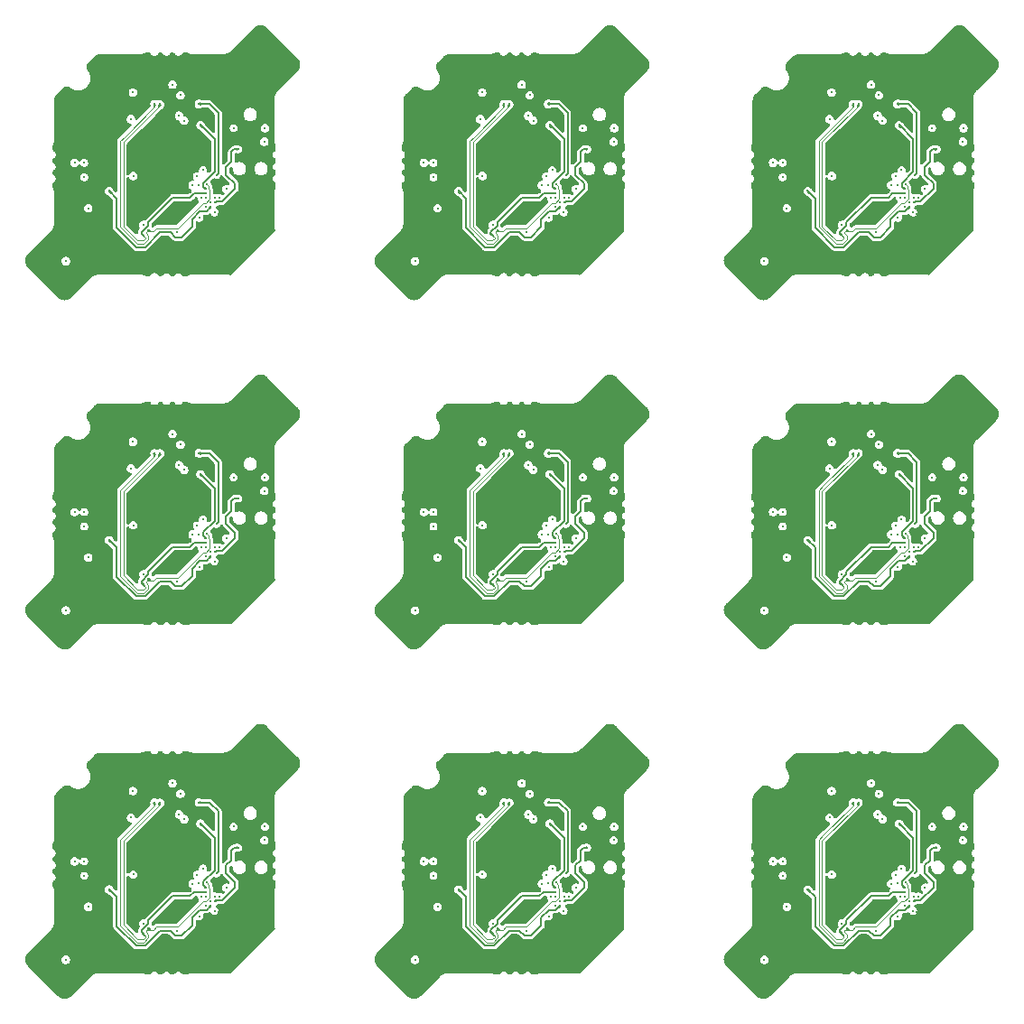
<source format=gbr>
G04 #@! TF.GenerationSoftware,KiCad,Pcbnew,9.0.0-rc2-3baa6cd791~182~ubuntu24.04.1*
G04 #@! TF.CreationDate,2025-02-06T23:06:30-05:00*
G04 #@! TF.ProjectId,PCA20073_Tiny_Board_Panel,50434132-3030-4373-935f-54696e795f42,rev?*
G04 #@! TF.SameCoordinates,PX5630ad8PY1312d00*
G04 #@! TF.FileFunction,Copper,L3,Inr*
G04 #@! TF.FilePolarity,Positive*
%FSLAX46Y46*%
G04 Gerber Fmt 4.6, Leading zero omitted, Abs format (unit mm)*
G04 Created by KiCad (PCBNEW 9.0.0-rc2-3baa6cd791~182~ubuntu24.04.1) date 2025-02-06 23:06:30*
%MOMM*%
%LPD*%
G01*
G04 APERTURE LIST*
G04 #@! TA.AperFunction,ViaPad*
%ADD10C,0.250000*%
G04 #@! TD*
G04 #@! TA.AperFunction,ViaPad*
%ADD11C,0.300000*%
G04 #@! TD*
G04 #@! TA.AperFunction,ViaPad*
%ADD12C,0.600000*%
G04 #@! TD*
G04 #@! TA.AperFunction,Conductor*
%ADD13C,0.150000*%
G04 #@! TD*
G04 #@! TA.AperFunction,Conductor*
%ADD14C,0.100000*%
G04 #@! TD*
G04 APERTURE END LIST*
D10*
X28421985Y-27092638D03*
D11*
X22259549Y-26261787D03*
X25935201Y-17699747D03*
X26682502Y-18692209D03*
D10*
X29517120Y-29174446D03*
D11*
X20000343Y-27665394D03*
D10*
X28670321Y-28326681D03*
X28220200Y-26284401D03*
X29518849Y-28750945D03*
D11*
X26385517Y-31561553D03*
X27021913Y-21068088D03*
D10*
X17658787Y-26369082D03*
X17658787Y-25019083D03*
D11*
X26555223Y-20615540D03*
D10*
X29150305Y-27014856D03*
D11*
X24257126Y-19519524D03*
X23663156Y-31314065D03*
X23168181Y-31809040D03*
D10*
X29094585Y-27902417D03*
D11*
X24766243Y-19533666D03*
X28414914Y-19505382D03*
D10*
X29094585Y-29175209D03*
X30076614Y-26145115D03*
X29094017Y-27478720D03*
D11*
X28556335Y-21485281D03*
X18041657Y-29284669D03*
X16758787Y-25019083D03*
X22234800Y-18430580D03*
X29970548Y-17242640D03*
X23606587Y-33506096D03*
X34213189Y-28556349D03*
X24106401Y-17699747D03*
X20389252Y-32551502D03*
X34920296Y-20778174D03*
D10*
X29715990Y-26816866D03*
D11*
X18656840Y-20071068D03*
D10*
X28155971Y-31366250D03*
D11*
X32091869Y-33506096D03*
X17242626Y-21485281D03*
X15828413Y-29970562D03*
X19363947Y-16535534D03*
X34920296Y-30677669D03*
X32091869Y-29263456D03*
X28556335Y-32798990D03*
X26435015Y-33506096D03*
X31384762Y-22899495D03*
X20778160Y-17949747D03*
X29970548Y-34213203D03*
X15828413Y-20071068D03*
D10*
X17548484Y-23055058D03*
D11*
X21485267Y-21485281D03*
X24313694Y-34213203D03*
X20071054Y-15828427D03*
X27849228Y-16535534D03*
X22192374Y-30677669D03*
X30677655Y-34920310D03*
X30677655Y-33506096D03*
X15828413Y-22899495D03*
X17949733Y-22192388D03*
X28556335Y-34213203D03*
X32919184Y-33697015D03*
X28556335Y-15828427D03*
X19363947Y-17949747D03*
X15828413Y-28556349D03*
X20071054Y-28556349D03*
X22899481Y-29970562D03*
X30677655Y-32091883D03*
X31384762Y-18656854D03*
X29263442Y-33506096D03*
X34213189Y-29970562D03*
D10*
X30554527Y-27034541D03*
D11*
X21485267Y-18656854D03*
X32091869Y-17949747D03*
X31215056Y-30946370D03*
D10*
X16758787Y-26369082D03*
D11*
X22192374Y-34920310D03*
X31384762Y-17242640D03*
D10*
X27618570Y-27816574D03*
D11*
X28556335Y-18656854D03*
X26435015Y-16535534D03*
X30677655Y-17949747D03*
X17589109Y-29737217D03*
X34213189Y-20071068D03*
D10*
X27710494Y-28940874D03*
D11*
X15828413Y-21485281D03*
D10*
X26625933Y-29779644D03*
D11*
X31384762Y-20071068D03*
X26435015Y-34920310D03*
X32091869Y-20778174D03*
X25020801Y-33506096D03*
X20778160Y-34920310D03*
X25727908Y-29970562D03*
X27142121Y-17242640D03*
X16535520Y-22192388D03*
X23606587Y-29263456D03*
X21485267Y-34213203D03*
X29970548Y-18656854D03*
X18656840Y-21485281D03*
X31384762Y-32798990D03*
X27142121Y-32798990D03*
X15828413Y-18656854D03*
X20071054Y-34213203D03*
X24270801Y-18809747D03*
X17242626Y-31384776D03*
D10*
X29192731Y-31823182D03*
D11*
X25770801Y-17089747D03*
X33506082Y-19363961D03*
X32487849Y-32219162D03*
X27142121Y-15828427D03*
X19363947Y-20778174D03*
X20071054Y-18656854D03*
X29970548Y-15828427D03*
X33506082Y-29263456D03*
X20778160Y-19363961D03*
X29263442Y-34920310D03*
X25609501Y-16238549D03*
X19682145Y-31844395D03*
X30677655Y-16535534D03*
X22192374Y-29263456D03*
X22192374Y-27849242D03*
X23606587Y-34920310D03*
X31384762Y-34213203D03*
X33506082Y-27849242D03*
X17242626Y-20071068D03*
X20071054Y-17242640D03*
X18338642Y-30500893D03*
X25020801Y-34920310D03*
X18656840Y-15828427D03*
X16535520Y-20778174D03*
X27849228Y-19363961D03*
X19363947Y-29263456D03*
X25020801Y-30677669D03*
X20672094Y-26222897D03*
X34920296Y-27849242D03*
X19279094Y-28386643D03*
D12*
X25020801Y-25020815D03*
D10*
X28665088Y-30871275D03*
D11*
X16535520Y-30677669D03*
X23406796Y-16217336D03*
D10*
X30239249Y-29814999D03*
D11*
X23606587Y-27849242D03*
X19363947Y-19363961D03*
X32091869Y-19363961D03*
X24313694Y-28556349D03*
X23125755Y-18835432D03*
D10*
X28789680Y-31448416D03*
D11*
X22899481Y-34213203D03*
D10*
X31915092Y-24306637D03*
D11*
X25727908Y-32798990D03*
X17949733Y-19363961D03*
X22899481Y-27142135D03*
X28556335Y-17242640D03*
X29263442Y-16535534D03*
X20071054Y-20071068D03*
X29263442Y-17949747D03*
X32798976Y-28556349D03*
X25270801Y-18809747D03*
X30677655Y-23606601D03*
X33506082Y-30677669D03*
X34213189Y-31384776D03*
X32798976Y-29970562D03*
X27849228Y-17949747D03*
X29970548Y-32798990D03*
X32798976Y-18656854D03*
X34213189Y-27142135D03*
D10*
X29152992Y-30383371D03*
D11*
X17949733Y-20778174D03*
X26625933Y-27417907D03*
X25727908Y-34213203D03*
X16535520Y-29263456D03*
X17242626Y-18656854D03*
X34920296Y-29263456D03*
X16535520Y-19363961D03*
X22192374Y-33506096D03*
X15934479Y-34248558D03*
X34552600Y-23040916D03*
D10*
X29943113Y-28326681D03*
X30367377Y-28326681D03*
D11*
X34609169Y-21768124D03*
D10*
X32077727Y-23748023D03*
X29943113Y-28750945D03*
X29878625Y-29666507D03*
X28452956Y-30178310D03*
X28801687Y-25701038D03*
X29095061Y-28327337D03*
D11*
X23210608Y-30861517D03*
D10*
X31667605Y-21768124D03*
D11*
X27820944Y-27113851D03*
X31007075Y-27487089D03*
X22042114Y-20928435D03*
X55008270Y-26261787D03*
D10*
X61170706Y-27092638D03*
D11*
X59431223Y-18692209D03*
X58683922Y-17699747D03*
D10*
X62265841Y-29174446D03*
D11*
X52749064Y-27665394D03*
D10*
X61419042Y-28326681D03*
X60968921Y-26284401D03*
D11*
X59134238Y-31561553D03*
D10*
X62267570Y-28750945D03*
D11*
X59770634Y-21068088D03*
D10*
X50407508Y-26369082D03*
D11*
X59303944Y-20615540D03*
D10*
X50407508Y-25019083D03*
X61899026Y-27014856D03*
D11*
X56411877Y-31314065D03*
X57005847Y-19519524D03*
X57514964Y-19533666D03*
X55916902Y-31809040D03*
D10*
X61843306Y-27902417D03*
X61843306Y-29175209D03*
X62825335Y-26145115D03*
D11*
X61163635Y-19505382D03*
X61305056Y-21485281D03*
D10*
X61842738Y-27478720D03*
D11*
X50790378Y-29284669D03*
X54983521Y-18430580D03*
X49507508Y-25019083D03*
X49284241Y-19363961D03*
X62719269Y-18656854D03*
X63426376Y-32091883D03*
X48577134Y-21485281D03*
X67669017Y-20778174D03*
X64133483Y-18656854D03*
X52819775Y-20071068D03*
X67669017Y-29263456D03*
X60597949Y-17949747D03*
D10*
X50297205Y-23055058D03*
D11*
X64840590Y-33506096D03*
X52819775Y-15828427D03*
X56855122Y-17699747D03*
X52112668Y-17949747D03*
X66254803Y-19363961D03*
X54233988Y-18656854D03*
X64133483Y-34213203D03*
X52819775Y-28556349D03*
X57062415Y-28556349D03*
X56355308Y-33506096D03*
X50698454Y-20778174D03*
X54941095Y-33506096D03*
X48577134Y-22899495D03*
X57769522Y-34920310D03*
X51405561Y-15828427D03*
D10*
X61538401Y-31448416D03*
D11*
X53526881Y-17949747D03*
X54941095Y-30677669D03*
X54941095Y-34920310D03*
D10*
X60367291Y-27816574D03*
D11*
X65667905Y-33697015D03*
X58476629Y-29970562D03*
D10*
X61901713Y-30383371D03*
D11*
X49991347Y-18656854D03*
X64133483Y-22899495D03*
X54941095Y-27849242D03*
X65236570Y-32219162D03*
X48577134Y-29970562D03*
X51405561Y-21485281D03*
X59890842Y-17242640D03*
X64133483Y-32798990D03*
X56355308Y-34920310D03*
X64840590Y-17949747D03*
D10*
X60459215Y-28940874D03*
D11*
X52819775Y-34213203D03*
X55648202Y-29970562D03*
X62719269Y-15828427D03*
X64840590Y-19363961D03*
X52112668Y-29263456D03*
X52112668Y-16535534D03*
X63426376Y-34920310D03*
X58476629Y-32798990D03*
D10*
X64663813Y-24306637D03*
D11*
X58476629Y-34213203D03*
X61305056Y-17242640D03*
X48577134Y-28556349D03*
X64133483Y-17242640D03*
X62012163Y-33506096D03*
X52819775Y-18656854D03*
X48577134Y-18656854D03*
X62719269Y-32798990D03*
X59183736Y-34920310D03*
X63963777Y-30946370D03*
X56355308Y-29263456D03*
D10*
X62987970Y-29814999D03*
D11*
X53420815Y-26222897D03*
X66254803Y-30677669D03*
X66961910Y-29970562D03*
X49991347Y-20071068D03*
X66961910Y-20071068D03*
X48577134Y-20071068D03*
D12*
X57769522Y-25020815D03*
D11*
X65547697Y-18656854D03*
X58019522Y-18809747D03*
X66254803Y-27849242D03*
X58519522Y-17089747D03*
X55874476Y-18835432D03*
X49284241Y-30677669D03*
X49284241Y-29263456D03*
X58358222Y-16238549D03*
X54233988Y-34213203D03*
X66961910Y-27142135D03*
X62719269Y-34213203D03*
X63426376Y-23606601D03*
X49284241Y-22192388D03*
X51405561Y-20071068D03*
X52819775Y-17242640D03*
X59183736Y-33506096D03*
D10*
X59374654Y-29779644D03*
D11*
X61305056Y-15828427D03*
X57769522Y-30677669D03*
X53526881Y-19363961D03*
X59890842Y-32798990D03*
X61305056Y-34213203D03*
X49991347Y-31384776D03*
X59374654Y-27417907D03*
X57062415Y-34213203D03*
X53526881Y-34920310D03*
X54233988Y-21485281D03*
X64840590Y-29263456D03*
X57769522Y-33506096D03*
X59183736Y-16535534D03*
X66254803Y-29263456D03*
D10*
X62464711Y-26816866D03*
D11*
X52027815Y-28386643D03*
D10*
X61413809Y-30871275D03*
D11*
X65547697Y-29970562D03*
X49991347Y-21485281D03*
X52112668Y-19363961D03*
X56355308Y-27849242D03*
X55648202Y-27142135D03*
X60597949Y-19363961D03*
D10*
X49507508Y-26369082D03*
D11*
X64840590Y-20778174D03*
D10*
X60904692Y-31366250D03*
D11*
X56155517Y-16217336D03*
X62012163Y-17949747D03*
X49284241Y-20778174D03*
X62012163Y-34920310D03*
X50698454Y-19363961D03*
X63426376Y-33506096D03*
X66961910Y-31384776D03*
X65547697Y-28556349D03*
X63426376Y-17949747D03*
X57019522Y-18809747D03*
X63426376Y-16535534D03*
X53137973Y-32551502D03*
X59890842Y-15828427D03*
X52112668Y-20778174D03*
X54941095Y-29263456D03*
X64133483Y-20071068D03*
X62012163Y-16535534D03*
D10*
X61941452Y-31823182D03*
D11*
X67669017Y-27849242D03*
X50698454Y-22192388D03*
X61305056Y-18656854D03*
X50337830Y-29737217D03*
X52430866Y-31844395D03*
D10*
X63303248Y-27034541D03*
D11*
X62719269Y-17242640D03*
X60597949Y-16535534D03*
X67669017Y-30677669D03*
X55648202Y-34213203D03*
X61305056Y-32798990D03*
X66961910Y-28556349D03*
X51087363Y-30500893D03*
X48683200Y-34248558D03*
D10*
X62691834Y-28326681D03*
D11*
X67301321Y-23040916D03*
D10*
X63116098Y-28326681D03*
D11*
X67357890Y-21768124D03*
D10*
X64826448Y-23748023D03*
X62691834Y-28750945D03*
X61201677Y-30178310D03*
X62627346Y-29666507D03*
X61550408Y-25701038D03*
X61843782Y-28327337D03*
X64416326Y-21768124D03*
D11*
X63755796Y-27487089D03*
X60569665Y-27113851D03*
X54790835Y-20928435D03*
X55959329Y-30861517D03*
X87756991Y-26261787D03*
D10*
X93919427Y-27092638D03*
D11*
X92179944Y-18692209D03*
X91432643Y-17699747D03*
X85497785Y-27665394D03*
D10*
X95014562Y-29174446D03*
X93717642Y-26284401D03*
X94167763Y-28326681D03*
X95016291Y-28750945D03*
D11*
X91882959Y-31561553D03*
X92519355Y-21068088D03*
D10*
X83156229Y-26369082D03*
X83156229Y-25019083D03*
D11*
X92052665Y-20615540D03*
D10*
X94647747Y-27014856D03*
D11*
X89754568Y-19519524D03*
X89160598Y-31314065D03*
X90263685Y-19533666D03*
X88665623Y-31809040D03*
D10*
X94592027Y-27902417D03*
X94592027Y-29175209D03*
D11*
X93912356Y-19505382D03*
D10*
X95574056Y-26145115D03*
X94591459Y-27478720D03*
D11*
X94053777Y-21485281D03*
X83539099Y-29284669D03*
X87732242Y-18430580D03*
X82256229Y-25019083D03*
D10*
X82256229Y-26369082D03*
D11*
X89104029Y-34920310D03*
X93346670Y-16535534D03*
X94053777Y-18656854D03*
X89811136Y-34213203D03*
X99710631Y-27142135D03*
X91932457Y-34920310D03*
X94760884Y-33506096D03*
X87689816Y-34920310D03*
X92123375Y-27417907D03*
X82740068Y-18656854D03*
D10*
X94162530Y-30871275D03*
D11*
X100417738Y-27849242D03*
X99710631Y-20071068D03*
X94053777Y-32798990D03*
X92639563Y-32798990D03*
X89104029Y-29263456D03*
X97589311Y-33506096D03*
X85568496Y-18656854D03*
D10*
X92123375Y-29779644D03*
D11*
X83447175Y-19363961D03*
X85568496Y-20071068D03*
X82032962Y-29263456D03*
X90518243Y-33506096D03*
X85568496Y-34213203D03*
X85886694Y-32551502D03*
X91932457Y-33506096D03*
X82032962Y-19363961D03*
X93346670Y-17949747D03*
X86275602Y-17949747D03*
D10*
X94650434Y-30383371D03*
D11*
X89104029Y-27849242D03*
X94053777Y-34213203D03*
X81325855Y-21485281D03*
X96882204Y-17242640D03*
X97589311Y-29263456D03*
X88396923Y-27142135D03*
D10*
X93116012Y-27816574D03*
D11*
X82740068Y-31384776D03*
X96175097Y-17949747D03*
X82740068Y-20071068D03*
X86982709Y-34213203D03*
X93346670Y-19363961D03*
X88396923Y-34213203D03*
X99003524Y-29263456D03*
X82032962Y-30677669D03*
X91106943Y-16238549D03*
X94053777Y-15828427D03*
X84861389Y-19363961D03*
X86169536Y-26222897D03*
X98296418Y-28556349D03*
X84861389Y-16535534D03*
X100417738Y-29263456D03*
X96175097Y-16535534D03*
X99003524Y-27849242D03*
X84861389Y-20778174D03*
X97589311Y-19363961D03*
X96175097Y-23606601D03*
X86982709Y-21485281D03*
X82032962Y-20778174D03*
X86275602Y-19363961D03*
D12*
X90518243Y-25020815D03*
D11*
X84861389Y-17949747D03*
X95467990Y-18656854D03*
D10*
X94287122Y-31448416D03*
D11*
X87689816Y-30677669D03*
X100417738Y-20778174D03*
D10*
X96051969Y-27034541D03*
X95213432Y-26816866D03*
D11*
X98296418Y-29970562D03*
X92639563Y-15828427D03*
X96882204Y-32798990D03*
X99003524Y-19363961D03*
X98416626Y-33697015D03*
X94760884Y-34920310D03*
X89768243Y-18809747D03*
X84776536Y-28386643D03*
X94760884Y-16535534D03*
X99710631Y-29970562D03*
X81325855Y-28556349D03*
X86982709Y-18656854D03*
X91225350Y-32798990D03*
X96712498Y-30946370D03*
X96175097Y-33506096D03*
X81325855Y-22899495D03*
X85179587Y-31844395D03*
X99710631Y-28556349D03*
X90768243Y-18809747D03*
X84154282Y-20071068D03*
X98296418Y-18656854D03*
X84154282Y-21485281D03*
D10*
X94690173Y-31823182D03*
D11*
X96882204Y-34213203D03*
X87689816Y-29263456D03*
X95467990Y-32798990D03*
X86275602Y-34920310D03*
X87689816Y-33506096D03*
X96882204Y-20071068D03*
X100417738Y-30677669D03*
X83447175Y-22192388D03*
X91225350Y-29970562D03*
X81325855Y-29970562D03*
X84154282Y-15828427D03*
X91268243Y-17089747D03*
X92639563Y-17242640D03*
X82032962Y-22192388D03*
X97589311Y-17949747D03*
X96175097Y-34920310D03*
X91225350Y-34213203D03*
X89104029Y-33506096D03*
X97589311Y-20778174D03*
X84861389Y-29263456D03*
X85568496Y-15828427D03*
X83447175Y-20778174D03*
X88904238Y-16217336D03*
X96882204Y-22899495D03*
X94053777Y-17242640D03*
X90518243Y-30677669D03*
X83836084Y-30500893D03*
X82740068Y-21485281D03*
X95467990Y-17242640D03*
X89603843Y-17699747D03*
X89811136Y-28556349D03*
X96175097Y-32091883D03*
X90518243Y-34920310D03*
X99710631Y-31384776D03*
X87689816Y-27849242D03*
X95467990Y-15828427D03*
D10*
X93653413Y-31366250D03*
X93207936Y-28940874D03*
D11*
X88396923Y-29970562D03*
X85568496Y-28556349D03*
X81325855Y-20071068D03*
X97985291Y-32219162D03*
X94760884Y-17949747D03*
X85568496Y-17242640D03*
D10*
X97412534Y-24306637D03*
D11*
X99003524Y-30677669D03*
X88623197Y-18835432D03*
X83086551Y-29737217D03*
X91932457Y-16535534D03*
D10*
X83045926Y-23055058D03*
D11*
X95467990Y-34213203D03*
D10*
X95736691Y-29814999D03*
D11*
X81325855Y-18656854D03*
X96882204Y-18656854D03*
X81431921Y-34248558D03*
X100050042Y-23040916D03*
D10*
X95440555Y-28326681D03*
X95864819Y-28326681D03*
D11*
X100106611Y-21768124D03*
D10*
X95440555Y-28750945D03*
X97575169Y-23748023D03*
X95376067Y-29666507D03*
X93950398Y-30178310D03*
X94299129Y-25701038D03*
X94592503Y-28327337D03*
D11*
X93318386Y-27113851D03*
X96504517Y-27487089D03*
D10*
X97165047Y-21768124D03*
D11*
X88708050Y-30861517D03*
X87539556Y-20928435D03*
D10*
X28421985Y-59841375D03*
D11*
X22259549Y-59010524D03*
X26682502Y-51440946D03*
X25935201Y-50448484D03*
D10*
X29517120Y-61923183D03*
D11*
X20000343Y-60414131D03*
D10*
X28220200Y-59033138D03*
X28670321Y-61075418D03*
X29518849Y-61499682D03*
D11*
X26385517Y-64310290D03*
D10*
X17658787Y-59117819D03*
D11*
X27021913Y-53816825D03*
X26555223Y-53364277D03*
D10*
X17658787Y-57767820D03*
X29150305Y-59763593D03*
D11*
X24257126Y-52268261D03*
X23663156Y-64062802D03*
X24766243Y-52282403D03*
D10*
X29094585Y-60651154D03*
D11*
X23168181Y-64557777D03*
D10*
X29094585Y-61923946D03*
X30076614Y-58893852D03*
D11*
X28414914Y-52254119D03*
X28556335Y-54234018D03*
D10*
X29094017Y-60227457D03*
D11*
X16758787Y-57767820D03*
X22234800Y-51179317D03*
X18041657Y-62033406D03*
X17949733Y-52112698D03*
X34920296Y-63426406D03*
X16535520Y-52112698D03*
X29970548Y-66961940D03*
X15828413Y-51405591D03*
X29263442Y-49284271D03*
X20071054Y-49991377D03*
D10*
X29715990Y-59565603D03*
X28789680Y-64197153D03*
X16758787Y-59117819D03*
D11*
X17242626Y-52819805D03*
X34920296Y-62012193D03*
X29263442Y-66254833D03*
X32091869Y-62012193D03*
D10*
X29192731Y-64571919D03*
D11*
X32091869Y-50698484D03*
X27142121Y-48577164D03*
X34213189Y-59890872D03*
X24270801Y-51558484D03*
X23606587Y-66254833D03*
X18656840Y-52819805D03*
X27849228Y-52112698D03*
X28556335Y-65547727D03*
X31215056Y-63695107D03*
X25020801Y-66254833D03*
X23125755Y-51584169D03*
X25609501Y-48987286D03*
X24313694Y-66961940D03*
D12*
X25020801Y-57769552D03*
D11*
X28556335Y-51405591D03*
X30677655Y-50698484D03*
X17242626Y-51405591D03*
X22192374Y-67669047D03*
X31384762Y-55648232D03*
X23606587Y-67669047D03*
X19363947Y-49284271D03*
X20071054Y-48577164D03*
X21485267Y-54234018D03*
X24313694Y-61305086D03*
X20778160Y-52112698D03*
X32919184Y-66445752D03*
X16535520Y-63426406D03*
X18656840Y-54234018D03*
X33506082Y-62012193D03*
X26435015Y-49284271D03*
X17242626Y-54234018D03*
X34920296Y-53526911D03*
X23606587Y-62012193D03*
X15828413Y-61305086D03*
X34213189Y-64133513D03*
X20672094Y-58971634D03*
X17589109Y-62485954D03*
X34213189Y-61305086D03*
X25727908Y-65547727D03*
X32798976Y-62719299D03*
X30677655Y-56355338D03*
X20389252Y-65300239D03*
X21485267Y-66961940D03*
X18338642Y-63249630D03*
X27849228Y-49284271D03*
X20071054Y-52819805D03*
X22899481Y-62719299D03*
X31384762Y-52819805D03*
X30677655Y-67669047D03*
X15828413Y-54234018D03*
X31384762Y-65547727D03*
X16535520Y-62012193D03*
X33506082Y-52112698D03*
X32091869Y-66254833D03*
X19363947Y-53526911D03*
X29970548Y-65547727D03*
X25770801Y-49838484D03*
X22192374Y-62012193D03*
X32487849Y-64967899D03*
D10*
X31915092Y-57055374D03*
D11*
X21485267Y-51405591D03*
X29970548Y-48577164D03*
X20778160Y-50698484D03*
X32091869Y-53526911D03*
D10*
X28665088Y-63620012D03*
X30239249Y-62563736D03*
X17548484Y-55803795D03*
D11*
X30677655Y-64840620D03*
X29263442Y-50698484D03*
X20071054Y-61305086D03*
X33506082Y-60597979D03*
X27142121Y-65547727D03*
X20778160Y-67669047D03*
X17242626Y-64133513D03*
X22192374Y-63426406D03*
X19363947Y-50698484D03*
X27849228Y-50698484D03*
X19363947Y-62012193D03*
X19363947Y-52112698D03*
X17949733Y-53526911D03*
X19682145Y-64593132D03*
X18656840Y-48577164D03*
X29970548Y-51405591D03*
X33506082Y-63426406D03*
X30677655Y-66254833D03*
X32798976Y-51405591D03*
X25727908Y-62719299D03*
D10*
X30554527Y-59783278D03*
D11*
X31384762Y-49991377D03*
X27142121Y-49991377D03*
X26625933Y-60166644D03*
D10*
X28155971Y-64114987D03*
D11*
X23606587Y-60597979D03*
X25020801Y-63426406D03*
X20071054Y-51405591D03*
X22192374Y-66254833D03*
X26435015Y-67669047D03*
D10*
X26625933Y-62528381D03*
D11*
X31384762Y-66961940D03*
X26435015Y-66254833D03*
X25270801Y-51558484D03*
X23406796Y-48966073D03*
X15828413Y-62719299D03*
X28556335Y-49991377D03*
X29263442Y-67669047D03*
X22899481Y-59890872D03*
X25020801Y-67669047D03*
X30677655Y-49284271D03*
X32798976Y-61305086D03*
X29970548Y-49991377D03*
D10*
X29152992Y-63132108D03*
D11*
X16535520Y-53526911D03*
X28556335Y-66961940D03*
X34213189Y-52819805D03*
X31384762Y-51405591D03*
D10*
X27710494Y-61689611D03*
D11*
X19279094Y-61135380D03*
X25727908Y-66961940D03*
X22192374Y-60597979D03*
X22899481Y-66961940D03*
X34920296Y-60597979D03*
D10*
X27618570Y-60565311D03*
D11*
X20071054Y-66961940D03*
X15828413Y-52819805D03*
X16535520Y-54941125D03*
X34213189Y-62719299D03*
X15828413Y-55648232D03*
X24106401Y-50448484D03*
X28556335Y-48577164D03*
X17949733Y-54941125D03*
X32091869Y-52112698D03*
X15934479Y-66997295D03*
X34552600Y-55789653D03*
D10*
X29943113Y-61075418D03*
D11*
X34609169Y-54516861D03*
D10*
X30367377Y-61075418D03*
X32077727Y-56496760D03*
X29943113Y-61499682D03*
X29878625Y-62415244D03*
X28452956Y-62927047D03*
X29095061Y-61076074D03*
X28801687Y-58449775D03*
D11*
X23210608Y-63610254D03*
X31007075Y-60235826D03*
D10*
X31667605Y-54516861D03*
D11*
X22042114Y-53677172D03*
X27820944Y-59862588D03*
D10*
X61170706Y-59841375D03*
D11*
X55008270Y-59010524D03*
X59431223Y-51440946D03*
X58683922Y-50448484D03*
X52749064Y-60414131D03*
D10*
X62265841Y-61923183D03*
X61419042Y-61075418D03*
X60968921Y-59033138D03*
X62267570Y-61499682D03*
D11*
X59134238Y-64310290D03*
D10*
X50407508Y-59117819D03*
D11*
X59770634Y-53816825D03*
D10*
X50407508Y-57767820D03*
D11*
X59303944Y-53364277D03*
X57005847Y-52268261D03*
D10*
X61899026Y-59763593D03*
D11*
X56411877Y-64062802D03*
D10*
X61843306Y-60651154D03*
D11*
X55916902Y-64557777D03*
X57514964Y-52282403D03*
D10*
X61843306Y-61923946D03*
X62825335Y-58893852D03*
D11*
X61163635Y-52254119D03*
D10*
X61842738Y-60227457D03*
D11*
X61305056Y-54234018D03*
X54983521Y-51179317D03*
X49507508Y-57767820D03*
X50790378Y-62033406D03*
X57062415Y-61305086D03*
X49991347Y-54234018D03*
X49991347Y-51405591D03*
X63426376Y-66254833D03*
X49284241Y-63426406D03*
X61305056Y-51405591D03*
X50337830Y-62485954D03*
X60597949Y-49284271D03*
X64133483Y-52819805D03*
D10*
X62987970Y-62563736D03*
D11*
X63426376Y-56355338D03*
X48577134Y-61305086D03*
X64133483Y-51405591D03*
X61305056Y-48577164D03*
X51405561Y-54234018D03*
X59890842Y-65547727D03*
X52819775Y-66961940D03*
D10*
X64663813Y-57055374D03*
D11*
X50698454Y-54941125D03*
X65547697Y-61305086D03*
X63426376Y-64840620D03*
D10*
X60459215Y-61689611D03*
D11*
X51405561Y-48577164D03*
X48577134Y-54234018D03*
X49284241Y-62012193D03*
X55648202Y-66961940D03*
X64133483Y-66961940D03*
X58019522Y-51558484D03*
X62012163Y-49284271D03*
D10*
X49507508Y-59117819D03*
D11*
X52819775Y-51405591D03*
X52027815Y-61135380D03*
X62719269Y-65547727D03*
X59374654Y-60166644D03*
X56355308Y-67669047D03*
X61305056Y-49991377D03*
X48577134Y-55648232D03*
X62719269Y-66961940D03*
D12*
X57769522Y-57769552D03*
D11*
X64133483Y-55648232D03*
X66254803Y-63426406D03*
X64133483Y-49991377D03*
D10*
X59374654Y-62528381D03*
D11*
X64840590Y-52112698D03*
D10*
X60904692Y-64114987D03*
D11*
X66254803Y-52112698D03*
X58476629Y-62719299D03*
X49284241Y-52112698D03*
X53526881Y-52112698D03*
X64133483Y-65547727D03*
X65236570Y-64967899D03*
X54941095Y-63426406D03*
X54233988Y-66961940D03*
D10*
X63303248Y-59783278D03*
D11*
X56355308Y-66254833D03*
X66961910Y-64133513D03*
X62719269Y-48577164D03*
X52112668Y-50698484D03*
X49284241Y-53526911D03*
X52112668Y-52112698D03*
X54941095Y-62012193D03*
X64840590Y-53526911D03*
X48577134Y-52819805D03*
X49991347Y-52819805D03*
X59183736Y-66254833D03*
X52819775Y-49991377D03*
X54941095Y-67669047D03*
X54233988Y-54234018D03*
X65547697Y-51405591D03*
X67669017Y-62012193D03*
X56855122Y-50448484D03*
X53526881Y-67669047D03*
X62012163Y-50698484D03*
X54233988Y-51405591D03*
X55874476Y-51584169D03*
X52112668Y-49284271D03*
X57769522Y-66254833D03*
X58519522Y-49838484D03*
X57062415Y-66961940D03*
X64840590Y-66254833D03*
X59890842Y-48577164D03*
X61305056Y-65547727D03*
X52819775Y-61305086D03*
X62719269Y-51405591D03*
X66961910Y-61305086D03*
X61305056Y-66961940D03*
X54941095Y-60597979D03*
X67669017Y-53526911D03*
X62012163Y-67669047D03*
X50698454Y-52112698D03*
X63426376Y-50698484D03*
X53137973Y-65300239D03*
X66961910Y-59890872D03*
X51405561Y-52819805D03*
X53420815Y-58971634D03*
D10*
X50297205Y-55803795D03*
X61901713Y-63132108D03*
D11*
X56355308Y-60597979D03*
X58476629Y-65547727D03*
X67669017Y-63426406D03*
X58358222Y-48987286D03*
D10*
X60367291Y-60565311D03*
D11*
X59890842Y-49991377D03*
X66254803Y-60597979D03*
X52819775Y-48577164D03*
X58476629Y-66961940D03*
X51087363Y-63249630D03*
X48577134Y-62719299D03*
X56155517Y-48966073D03*
X49991347Y-64133513D03*
D10*
X61538401Y-64197153D03*
D11*
X65667905Y-66445752D03*
X57019522Y-51558484D03*
D10*
X61941452Y-64571919D03*
X62464711Y-59565603D03*
D11*
X57769522Y-67669047D03*
X55648202Y-62719299D03*
X48577134Y-51405591D03*
X54941095Y-66254833D03*
X64840590Y-50698484D03*
X52112668Y-62012193D03*
X60597949Y-50698484D03*
X66254803Y-62012193D03*
X66961910Y-52819805D03*
X62012163Y-66254833D03*
X64840590Y-62012193D03*
X66961910Y-62719299D03*
X65547697Y-62719299D03*
X56355308Y-62012193D03*
X52819775Y-52819805D03*
X63963777Y-63695107D03*
X49284241Y-54941125D03*
X67669017Y-60597979D03*
X62719269Y-49991377D03*
X53526881Y-50698484D03*
X63426376Y-67669047D03*
X55648202Y-59890872D03*
X57769522Y-63426406D03*
X59183736Y-49284271D03*
X63426376Y-49284271D03*
X59183736Y-67669047D03*
X52430866Y-64593132D03*
D10*
X61413809Y-63620012D03*
D11*
X60597949Y-52112698D03*
X52112668Y-53526911D03*
X50698454Y-53526911D03*
X48683200Y-66997295D03*
X67301321Y-55789653D03*
D10*
X62691834Y-61075418D03*
D11*
X67357890Y-54516861D03*
D10*
X63116098Y-61075418D03*
X62691834Y-61499682D03*
X64826448Y-56496760D03*
X61201677Y-62927047D03*
X62627346Y-62415244D03*
X61843782Y-61076074D03*
X61550408Y-58449775D03*
D11*
X54790835Y-53677172D03*
X60569665Y-59862588D03*
X55959329Y-63610254D03*
D10*
X64416326Y-54516861D03*
D11*
X63755796Y-60235826D03*
X87756991Y-59010524D03*
D10*
X93919427Y-59841375D03*
D11*
X92179944Y-51440946D03*
X91432643Y-50448484D03*
X85497785Y-60414131D03*
D10*
X95014562Y-61923183D03*
X94167763Y-61075418D03*
X93717642Y-59033138D03*
X95016291Y-61499682D03*
D11*
X91882959Y-64310290D03*
D10*
X83156229Y-59117819D03*
D11*
X92519355Y-53816825D03*
D10*
X83156229Y-57767820D03*
D11*
X92052665Y-53364277D03*
D10*
X94647747Y-59763593D03*
D11*
X89160598Y-64062802D03*
X89754568Y-52268261D03*
D10*
X94592027Y-60651154D03*
D11*
X88665623Y-64557777D03*
X90263685Y-52282403D03*
X93912356Y-52254119D03*
D10*
X94592027Y-61923946D03*
X95574056Y-58893852D03*
D11*
X94053777Y-54234018D03*
D10*
X94591459Y-60227457D03*
D11*
X82256229Y-57767820D03*
X87732242Y-51179317D03*
X83539099Y-62033406D03*
X89603843Y-50448484D03*
X91225350Y-62719299D03*
X99003524Y-52112698D03*
X82740068Y-64133513D03*
X89104029Y-66254833D03*
X96175097Y-56355338D03*
X85568496Y-48577164D03*
X88623197Y-51584169D03*
X100417738Y-62012193D03*
X88396923Y-59890872D03*
X98296418Y-51405591D03*
X90518243Y-66254833D03*
X93346670Y-49284271D03*
D10*
X95213432Y-59565603D03*
D11*
X89768243Y-51558484D03*
X96712498Y-63695107D03*
X83836084Y-63249630D03*
D10*
X83045926Y-55803795D03*
D11*
X87689816Y-67669047D03*
X84154282Y-52819805D03*
X81325855Y-54234018D03*
X97589311Y-50698484D03*
X92639563Y-48577164D03*
X82032962Y-53526911D03*
X92123375Y-60166644D03*
X97589311Y-52112698D03*
X85568496Y-49991377D03*
X92639563Y-65547727D03*
X94760884Y-50698484D03*
X96175097Y-50698484D03*
X86982709Y-51405591D03*
X97589311Y-53526911D03*
X82032962Y-63426406D03*
X94053777Y-48577164D03*
X86275602Y-67669047D03*
X89104029Y-62012193D03*
X82032962Y-62012193D03*
D10*
X95736691Y-62563736D03*
D11*
X87689816Y-66254833D03*
X82740068Y-54234018D03*
X82032962Y-52112698D03*
X96882204Y-52819805D03*
X99710631Y-52819805D03*
X81325855Y-61305086D03*
X99003524Y-60597979D03*
X96882204Y-65547727D03*
X84861389Y-62012193D03*
X94053777Y-65547727D03*
X85568496Y-51405591D03*
X93346670Y-50698484D03*
X96175097Y-66254833D03*
X83447175Y-52112698D03*
X86275602Y-50698484D03*
X82740068Y-52819805D03*
X83447175Y-54941125D03*
X91932457Y-49284271D03*
X99003524Y-63426406D03*
D10*
X93207936Y-61689611D03*
X93116012Y-60565311D03*
D11*
X88904238Y-48966073D03*
X91225350Y-66961940D03*
X86982709Y-54234018D03*
X94760884Y-67669047D03*
X96882204Y-55648232D03*
X99710631Y-62719299D03*
X96882204Y-51405591D03*
X81325855Y-51405591D03*
X87689816Y-62012193D03*
X88396923Y-62719299D03*
D10*
X94287122Y-64197153D03*
D11*
X94053777Y-66961940D03*
X99710631Y-64133513D03*
D10*
X93653413Y-64114987D03*
D11*
X100417738Y-60597979D03*
X96882204Y-49991377D03*
X97589311Y-66254833D03*
X84861389Y-52112698D03*
X89811136Y-61305086D03*
X97985291Y-64967899D03*
X85886694Y-65300239D03*
X90518243Y-63426406D03*
X86275602Y-52112698D03*
X82032962Y-54941125D03*
X90768243Y-51558484D03*
X99710631Y-59890872D03*
D10*
X97412534Y-57055374D03*
D11*
X84861389Y-53526911D03*
X85568496Y-61305086D03*
D10*
X96051969Y-59783278D03*
X82256229Y-59117819D03*
D11*
X94053777Y-49991377D03*
X87689816Y-60597979D03*
D12*
X90518243Y-57769552D03*
D11*
X98296418Y-61305086D03*
X98416626Y-66445752D03*
X100417738Y-63426406D03*
X95467990Y-65547727D03*
X95467990Y-49991377D03*
X91225350Y-65547727D03*
X94760884Y-66254833D03*
X86982709Y-66961940D03*
X92639563Y-49991377D03*
X96175097Y-49284271D03*
X99710631Y-61305086D03*
X96175097Y-67669047D03*
X90518243Y-67669047D03*
X83447175Y-53526911D03*
X94053777Y-51405591D03*
X99003524Y-62012193D03*
X84776536Y-61135380D03*
X93346670Y-52112698D03*
X95467990Y-51405591D03*
X95467990Y-48577164D03*
X86169536Y-58971634D03*
X97589311Y-62012193D03*
X100417738Y-53526911D03*
X81325855Y-52819805D03*
X83086551Y-62485954D03*
X98296418Y-62719299D03*
X84861389Y-49284271D03*
D10*
X94162530Y-63620012D03*
D11*
X87689816Y-63426406D03*
X81325855Y-55648232D03*
X95467990Y-66961940D03*
X85568496Y-66961940D03*
X89104029Y-60597979D03*
D10*
X94650434Y-63132108D03*
D11*
X88396923Y-66961940D03*
X96882204Y-66961940D03*
D10*
X94690173Y-64571919D03*
X92123375Y-62528381D03*
D11*
X89104029Y-67669047D03*
X84154282Y-48577164D03*
X91932457Y-66254833D03*
X94760884Y-49284271D03*
X85568496Y-52819805D03*
X91106943Y-48987286D03*
X85179587Y-64593132D03*
X84861389Y-50698484D03*
X81325855Y-62719299D03*
X89811136Y-66961940D03*
X96175097Y-64840620D03*
X82740068Y-51405591D03*
X91932457Y-67669047D03*
X91268243Y-49838484D03*
X84154282Y-54234018D03*
X81431921Y-66997295D03*
X100050042Y-55789653D03*
D10*
X95440555Y-61075418D03*
X95864819Y-61075418D03*
D11*
X100106611Y-54516861D03*
D10*
X97575169Y-56496760D03*
X95440555Y-61499682D03*
X95376067Y-62415244D03*
X93950398Y-62927047D03*
X94592503Y-61076074D03*
X94299129Y-58449775D03*
D11*
X87539556Y-53677172D03*
X88708050Y-63610254D03*
X96504517Y-60235826D03*
X93318386Y-59862588D03*
D10*
X97165047Y-54516861D03*
X28421985Y-92590112D03*
D11*
X22259549Y-91759261D03*
X25935201Y-83197221D03*
X26682502Y-84189683D03*
X20000343Y-93162868D03*
D10*
X29517120Y-94671920D03*
X28220200Y-91781875D03*
X28670321Y-93824155D03*
D11*
X26385517Y-97059027D03*
D10*
X29518849Y-94248419D03*
D11*
X27021913Y-86565562D03*
D10*
X17658787Y-91866556D03*
D11*
X26555223Y-86113014D03*
D10*
X17658787Y-90516557D03*
D11*
X23663156Y-96811539D03*
X24257126Y-85016998D03*
D10*
X29150305Y-92512330D03*
D11*
X23168181Y-97306514D03*
D10*
X29094585Y-93399891D03*
D11*
X24766243Y-85031140D03*
D10*
X29094585Y-94672683D03*
X30076614Y-91642589D03*
D11*
X28414914Y-85002856D03*
D10*
X29094017Y-92976194D03*
D11*
X28556335Y-86982755D03*
X18041657Y-94782143D03*
X16758787Y-90516557D03*
X22234800Y-83928054D03*
X28556335Y-98296464D03*
X15828413Y-84154328D03*
X22192374Y-99003570D03*
X23606587Y-93346716D03*
X22899481Y-99710677D03*
D10*
X29152992Y-95880845D03*
D11*
X20389252Y-98048976D03*
X17242626Y-96882250D03*
X34213189Y-94053823D03*
X15828413Y-86982755D03*
X31384762Y-88396969D03*
X31384762Y-99710677D03*
D10*
X16758787Y-91866556D03*
D11*
X20071054Y-84154328D03*
X26435015Y-82033008D03*
X23125755Y-84332906D03*
X29263442Y-99003570D03*
X26625933Y-92915381D03*
X27849228Y-82033008D03*
X27142121Y-98296464D03*
X25727908Y-95468036D03*
X32798976Y-94053823D03*
D10*
X30239249Y-95312473D03*
D11*
X16535520Y-96175143D03*
X33506082Y-94760930D03*
X34920296Y-86275648D03*
X15828413Y-94053823D03*
X20071054Y-94053823D03*
X34213189Y-96882250D03*
X18656840Y-86982755D03*
D12*
X25020801Y-90518289D03*
D11*
X17949733Y-87689862D03*
X22899481Y-95468036D03*
X19279094Y-93884117D03*
X32091869Y-99003570D03*
X16535520Y-84861435D03*
X20778160Y-83447221D03*
X15828413Y-95468036D03*
X29970548Y-84154328D03*
X21485267Y-86982755D03*
X29970548Y-81325901D03*
D10*
X28155971Y-96863724D03*
D11*
X15828413Y-85568542D03*
X24106401Y-83197221D03*
X31384762Y-82740114D03*
X32798976Y-95468036D03*
X32091869Y-86275648D03*
D10*
X29192731Y-97320656D03*
D11*
X25727908Y-99710677D03*
X29263442Y-82033008D03*
D10*
X28665088Y-96368749D03*
D11*
X20778160Y-84861435D03*
X30677655Y-97589357D03*
X28556335Y-81325901D03*
D10*
X31915092Y-89804111D03*
X27618570Y-93314048D03*
D11*
X29970548Y-99710677D03*
X23606587Y-100417784D03*
X25020801Y-100417784D03*
X27849228Y-84861435D03*
X22192374Y-94760930D03*
X17589109Y-95234691D03*
D10*
X27710494Y-94438348D03*
D11*
X19363947Y-94760930D03*
D10*
X26625933Y-95277118D03*
D11*
X34920296Y-96175143D03*
X16535520Y-87689862D03*
X19363947Y-82033008D03*
X16535520Y-94760930D03*
X34213189Y-95468036D03*
X32091869Y-84861435D03*
X33506082Y-84861435D03*
X32798976Y-84154328D03*
X24270801Y-84307221D03*
X29263442Y-100417784D03*
X23406796Y-81714810D03*
X17242626Y-84154328D03*
X30677655Y-89104075D03*
X33506082Y-93346716D03*
X20778160Y-100417784D03*
X17242626Y-85568542D03*
X32487849Y-97716636D03*
X25020801Y-99003570D03*
X22192374Y-93346716D03*
X31384762Y-84154328D03*
X25270801Y-84307221D03*
D10*
X30554527Y-92532015D03*
D11*
X17949733Y-84861435D03*
X15828413Y-88396969D03*
X20071054Y-81325901D03*
X23606587Y-94760930D03*
X19363947Y-86275648D03*
X22899481Y-92639609D03*
X26435015Y-100417784D03*
X27142121Y-81325901D03*
X18656840Y-85568542D03*
X17949733Y-86275648D03*
X34213189Y-92639609D03*
X20672094Y-91720371D03*
X31215056Y-96443844D03*
D10*
X29715990Y-92314340D03*
D11*
X20071054Y-82740114D03*
X30677655Y-83447221D03*
X27142121Y-82740114D03*
X25020801Y-96175143D03*
X28556335Y-99710677D03*
X25609501Y-81736023D03*
X26435015Y-99003570D03*
X17242626Y-86982755D03*
X22192374Y-100417784D03*
X21485267Y-84154328D03*
D10*
X28789680Y-96945890D03*
D11*
X29970548Y-82740114D03*
X19363947Y-83447221D03*
X27849228Y-83447221D03*
X33506082Y-96175143D03*
X18656840Y-81325901D03*
X21485267Y-99710677D03*
X34213189Y-85568542D03*
X16535520Y-86275648D03*
X34920296Y-94760930D03*
X18338642Y-95998367D03*
D10*
X17548484Y-88552532D03*
D11*
X19363947Y-84861435D03*
X20071054Y-85568542D03*
X22192374Y-96175143D03*
X25770801Y-82587221D03*
X32091869Y-83447221D03*
X31384762Y-85568542D03*
X28556335Y-84154328D03*
X25727908Y-98296464D03*
X23606587Y-99003570D03*
X28556335Y-82740114D03*
X31384762Y-98296464D03*
X32919184Y-99194489D03*
X30677655Y-82033008D03*
X20071054Y-99710677D03*
X34920296Y-93346716D03*
X29263442Y-83447221D03*
X24313694Y-94053823D03*
X30677655Y-100417784D03*
X32091869Y-94760930D03*
X30677655Y-99003570D03*
X24313694Y-99710677D03*
X29970548Y-98296464D03*
X19682145Y-97341869D03*
X15934479Y-99746032D03*
D10*
X29943113Y-93824155D03*
D11*
X34552600Y-88538390D03*
X34609169Y-87265598D03*
D10*
X30367377Y-93824155D03*
X29943113Y-94248419D03*
X32077727Y-89245497D03*
X29878625Y-95163981D03*
X28452956Y-95675784D03*
X29095061Y-93824811D03*
X28801687Y-91198512D03*
D11*
X22042114Y-86425909D03*
D10*
X31667605Y-87265598D03*
D11*
X27820944Y-92611325D03*
X23210608Y-96358991D03*
X31007075Y-92984563D03*
D10*
X61170706Y-92590112D03*
D11*
X55008270Y-91759261D03*
X58683922Y-83197221D03*
X59431223Y-84189683D03*
D10*
X62265841Y-94671920D03*
D11*
X52749064Y-93162868D03*
D10*
X61419042Y-93824155D03*
X60968921Y-91781875D03*
D11*
X59134238Y-97059027D03*
D10*
X62267570Y-94248419D03*
X50407508Y-91866556D03*
D11*
X59770634Y-86565562D03*
X59303944Y-86113014D03*
D10*
X50407508Y-90516557D03*
D11*
X57005847Y-85016998D03*
D10*
X61899026Y-92512330D03*
D11*
X56411877Y-96811539D03*
X55916902Y-97306514D03*
X57514964Y-85031140D03*
D10*
X61843306Y-93399891D03*
D11*
X61163635Y-85002856D03*
D10*
X61843306Y-94672683D03*
X62825335Y-91642589D03*
X61842738Y-92976194D03*
D11*
X61305056Y-86982755D03*
X50790378Y-94782143D03*
X54983521Y-83928054D03*
X49507508Y-90516557D03*
D10*
X61901713Y-95880845D03*
D11*
X58476629Y-95468036D03*
X50337830Y-95234691D03*
X55648202Y-92639609D03*
X66254803Y-96175143D03*
X49284241Y-96175143D03*
X61305056Y-84154328D03*
X63426376Y-99003570D03*
X53420815Y-91720371D03*
X64133483Y-99710677D03*
X62012163Y-83447221D03*
X66254803Y-93346716D03*
X59183736Y-99003570D03*
X52112668Y-86275648D03*
X48577134Y-94053823D03*
X63426376Y-100417784D03*
X66254803Y-94760930D03*
D10*
X50297205Y-88552532D03*
D11*
X64840590Y-86275648D03*
X57062415Y-99710677D03*
X66254803Y-84861435D03*
X57769522Y-99003570D03*
X63426376Y-89104075D03*
X64840590Y-94760930D03*
X62012163Y-99003570D03*
D10*
X49507508Y-91866556D03*
D11*
X52112668Y-84861435D03*
X53526881Y-84861435D03*
X62719269Y-98296464D03*
X59183736Y-82033008D03*
X49284241Y-86275648D03*
X55648202Y-99710677D03*
X56855122Y-83197221D03*
X58476629Y-98296464D03*
X49991347Y-96882250D03*
X52819775Y-81325901D03*
X51405561Y-85568542D03*
X50698454Y-84861435D03*
X65667905Y-99194489D03*
X59890842Y-81325901D03*
D10*
X63303248Y-92532015D03*
D11*
X57019522Y-84307221D03*
X52027815Y-93884117D03*
X66961910Y-85568542D03*
X58476629Y-99710677D03*
D10*
X60459215Y-94438348D03*
D11*
X60597949Y-82033008D03*
X56155517Y-81714810D03*
D10*
X61538401Y-96945890D03*
D11*
X64133483Y-88396969D03*
X51405561Y-81325901D03*
X62012163Y-100417784D03*
D10*
X60367291Y-93314048D03*
D11*
X61305056Y-98296464D03*
X62012163Y-82033008D03*
X61305056Y-82740114D03*
X49991347Y-86982755D03*
X67669017Y-93346716D03*
X49284241Y-87689862D03*
X59890842Y-82740114D03*
X52430866Y-97341869D03*
X48577134Y-95468036D03*
X65547697Y-94053823D03*
X54941095Y-99003570D03*
X54941095Y-93346716D03*
X56355308Y-99003570D03*
X64133483Y-85568542D03*
X63963777Y-96443844D03*
X65236570Y-97716636D03*
X48577134Y-84154328D03*
X54233988Y-99710677D03*
X64840590Y-83447221D03*
X52819775Y-99710677D03*
X52112668Y-94760930D03*
X67669017Y-94760930D03*
X63426376Y-97589357D03*
D10*
X62464711Y-92314340D03*
D11*
X50698454Y-86275648D03*
X64840590Y-99003570D03*
X57769522Y-100417784D03*
X52819775Y-82740114D03*
X54233988Y-84154328D03*
X54941095Y-96175143D03*
X64133483Y-98296464D03*
X53137973Y-98048976D03*
D10*
X61941452Y-97320656D03*
D11*
X54233988Y-86982755D03*
X52819775Y-84154328D03*
X62719269Y-81325901D03*
X49284241Y-94760930D03*
X50698454Y-87689862D03*
D10*
X62987970Y-95312473D03*
D11*
X59183736Y-100417784D03*
X48577134Y-85568542D03*
X57062415Y-94053823D03*
X60597949Y-84861435D03*
X56355308Y-94760930D03*
X51087363Y-95998367D03*
X55648202Y-95468036D03*
X62719269Y-99710677D03*
X52819775Y-85568542D03*
X49991347Y-85568542D03*
X62719269Y-84154328D03*
X54941095Y-100417784D03*
X53526881Y-83447221D03*
X66961910Y-92639609D03*
X64133483Y-84154328D03*
D10*
X59374654Y-95277118D03*
D11*
X66961910Y-95468036D03*
X48577134Y-88396969D03*
X64133483Y-82740114D03*
X58019522Y-84307221D03*
X49991347Y-84154328D03*
X52819775Y-94053823D03*
D10*
X64663813Y-89804111D03*
D11*
X61305056Y-99710677D03*
X62719269Y-82740114D03*
X63426376Y-82033008D03*
X56355308Y-93346716D03*
D10*
X61413809Y-96368749D03*
D11*
X60597949Y-83447221D03*
X67669017Y-96175143D03*
X59374654Y-92915381D03*
X65547697Y-95468036D03*
X67669017Y-86275648D03*
X52112668Y-82033008D03*
X56355308Y-100417784D03*
X52112668Y-83447221D03*
X54941095Y-94760930D03*
D10*
X60904692Y-96863724D03*
D11*
X53526881Y-100417784D03*
X65547697Y-84154328D03*
X64840590Y-84861435D03*
X49284241Y-84861435D03*
D12*
X57769522Y-90518289D03*
D11*
X66961910Y-96882250D03*
X61305056Y-81325901D03*
X66961910Y-94053823D03*
X55874476Y-84332906D03*
X48577134Y-86982755D03*
X58519522Y-82587221D03*
X59890842Y-98296464D03*
X51405561Y-86982755D03*
X63426376Y-83447221D03*
X58358222Y-81736023D03*
X57769522Y-96175143D03*
X48683200Y-99746032D03*
X67301321Y-88538390D03*
D10*
X62691834Y-93824155D03*
X63116098Y-93824155D03*
D11*
X67357890Y-87265598D03*
D10*
X62691834Y-94248419D03*
X64826448Y-89245497D03*
X62627346Y-95163981D03*
X61201677Y-95675784D03*
X61550408Y-91198512D03*
X61843782Y-93824811D03*
D11*
X60569665Y-92611325D03*
X55959329Y-96358991D03*
X54790835Y-86425909D03*
X63755796Y-92984563D03*
D10*
X64416326Y-87265598D03*
X93919427Y-92590112D03*
D11*
X87756991Y-91759261D03*
X91432643Y-83197221D03*
X92179944Y-84189683D03*
D10*
X95014562Y-94671920D03*
D11*
X85497785Y-93162868D03*
D10*
X94167763Y-93824155D03*
X93717642Y-91781875D03*
D11*
X91882959Y-97059027D03*
D10*
X95016291Y-94248419D03*
X83156229Y-91866556D03*
D11*
X92519355Y-86565562D03*
D10*
X83156229Y-90516557D03*
D11*
X92052665Y-86113014D03*
D10*
X94647747Y-92512330D03*
D11*
X89754568Y-85016998D03*
X89160598Y-96811539D03*
D10*
X94592027Y-93399891D03*
D11*
X90263685Y-85031140D03*
X88665623Y-97306514D03*
D10*
X95574056Y-91642589D03*
X94592027Y-94672683D03*
D11*
X93912356Y-85002856D03*
D10*
X94591459Y-92976194D03*
D11*
X94053777Y-86982755D03*
X82256229Y-90516557D03*
X83539099Y-94782143D03*
X87732242Y-83928054D03*
X96175097Y-99003570D03*
D10*
X92123375Y-95277118D03*
D11*
X82740068Y-85568542D03*
X81325855Y-95468036D03*
X96882204Y-84154328D03*
X85886694Y-98048976D03*
X87689816Y-100417784D03*
X96175097Y-82033008D03*
D10*
X94162530Y-96368749D03*
X83045926Y-88552532D03*
D11*
X82032962Y-96175143D03*
X92123375Y-92915381D03*
X84861389Y-86275648D03*
X90518243Y-99003570D03*
X97589311Y-94760930D03*
X82032962Y-84861435D03*
X89104029Y-99003570D03*
X94760884Y-82033008D03*
X100417738Y-94760930D03*
X96175097Y-100417784D03*
X95467990Y-82740114D03*
X89104029Y-100417784D03*
X98296418Y-95468036D03*
X93346670Y-82033008D03*
X97589311Y-83447221D03*
X86275602Y-84861435D03*
X97589311Y-99003570D03*
X89811136Y-94053823D03*
X84154282Y-81325901D03*
X86275602Y-83447221D03*
X81325855Y-94053823D03*
X84861389Y-94760930D03*
X90518243Y-100417784D03*
X87689816Y-93346716D03*
X81325855Y-85568542D03*
X88904238Y-81714810D03*
X85568496Y-82740114D03*
X88396923Y-92639609D03*
D10*
X95736691Y-95312473D03*
D11*
X85568496Y-94053823D03*
X94053777Y-98296464D03*
X97589311Y-84861435D03*
X93346670Y-84861435D03*
X98296418Y-84154328D03*
X91106943Y-81736023D03*
X87689816Y-94760930D03*
X82740068Y-86982755D03*
X89104029Y-93346716D03*
X83086551Y-95234691D03*
X91932457Y-100417784D03*
X100417738Y-96175143D03*
X87689816Y-96175143D03*
X85568496Y-81325901D03*
X91225350Y-98296464D03*
X88623197Y-84332906D03*
X99003524Y-93346716D03*
X83447175Y-87689862D03*
X85179587Y-97341869D03*
X92639563Y-82740114D03*
X91225350Y-95468036D03*
X96882204Y-88396969D03*
X97985291Y-97716636D03*
X84154282Y-86982755D03*
X89768243Y-84307221D03*
X95467990Y-98296464D03*
X96175097Y-97589357D03*
X81325855Y-84154328D03*
X82032962Y-94760930D03*
X99003524Y-84861435D03*
X96712498Y-96443844D03*
X92639563Y-81325901D03*
X82740068Y-84154328D03*
X86169536Y-91720371D03*
X87689816Y-99003570D03*
X96175097Y-83447221D03*
X99003524Y-94760930D03*
X84861389Y-82033008D03*
X98416626Y-99194489D03*
D10*
X94690173Y-97320656D03*
D11*
X91932457Y-82033008D03*
X83447175Y-84861435D03*
X86275602Y-100417784D03*
X94053777Y-81325901D03*
X89603843Y-83197221D03*
D12*
X90518243Y-90518289D03*
D10*
X94287122Y-96945890D03*
D11*
X94760884Y-99003570D03*
X99710631Y-95468036D03*
X82740068Y-96882250D03*
X89811136Y-99710677D03*
X93346670Y-83447221D03*
X92639563Y-98296464D03*
X81325855Y-86982755D03*
D10*
X95213432Y-92314340D03*
D11*
X100417738Y-86275648D03*
X94760884Y-83447221D03*
X96882204Y-98296464D03*
X96882204Y-85568542D03*
X95467990Y-81325901D03*
X82032962Y-86275648D03*
X90768243Y-84307221D03*
X88396923Y-95468036D03*
X99710631Y-94053823D03*
X91932457Y-99003570D03*
X88396923Y-99710677D03*
X82032962Y-87689862D03*
D10*
X97412534Y-89804111D03*
D11*
X99710631Y-85568542D03*
X95467990Y-84154328D03*
X98296418Y-94053823D03*
X89104029Y-94760930D03*
X94760884Y-100417784D03*
X99710631Y-92639609D03*
X84861389Y-84861435D03*
D10*
X93653413Y-96863724D03*
D11*
X94053777Y-84154328D03*
X99710631Y-96882250D03*
X86982709Y-84154328D03*
X85568496Y-99710677D03*
X96882204Y-99710677D03*
X100417738Y-93346716D03*
X91225350Y-99710677D03*
D10*
X94650434Y-95880845D03*
D11*
X95467990Y-99710677D03*
D10*
X93116012Y-93314048D03*
X96051969Y-92532015D03*
D11*
X99003524Y-96175143D03*
X85568496Y-85568542D03*
X97589311Y-86275648D03*
X90518243Y-96175143D03*
D10*
X82256229Y-91866556D03*
D11*
X83447175Y-86275648D03*
X85568496Y-84154328D03*
X84861389Y-83447221D03*
X91268243Y-82587221D03*
X96882204Y-82740114D03*
X86982709Y-99710677D03*
X94053777Y-82740114D03*
X81325855Y-88396969D03*
X96175097Y-89104075D03*
X84154282Y-85568542D03*
X83836084Y-95998367D03*
X84776536Y-93884117D03*
X86982709Y-86982755D03*
X94053777Y-99710677D03*
D10*
X93207936Y-94438348D03*
D11*
X81431921Y-99746032D03*
D10*
X95440555Y-93824155D03*
D11*
X100050042Y-88538390D03*
X100106611Y-87265598D03*
D10*
X95864819Y-93824155D03*
X97575169Y-89245497D03*
X95440555Y-94248419D03*
X95376067Y-95163981D03*
X93950398Y-95675784D03*
X94592503Y-93824811D03*
X94299129Y-91198512D03*
D11*
X93318386Y-92611325D03*
X87539556Y-86425909D03*
X96504517Y-92984563D03*
X88708050Y-96358991D03*
D10*
X97165047Y-87265598D03*
D13*
X22524714Y-32933340D02*
X23359100Y-32933340D01*
X27771446Y-31038294D02*
X27771446Y-30317045D01*
X20686236Y-31094862D02*
X22524714Y-32933340D01*
X25734979Y-31519126D02*
X26215811Y-31999959D01*
X23359100Y-32933340D02*
X24773314Y-31519126D01*
X26215811Y-31999959D02*
X26809781Y-31999959D01*
X29116983Y-29574583D02*
X29517120Y-29174446D01*
X28513908Y-29574583D02*
X29116983Y-29574583D01*
X20686236Y-28351288D02*
X20686236Y-31094862D01*
X20000343Y-27665394D02*
X20686236Y-28351288D01*
X24773314Y-31519126D02*
X25734979Y-31519126D01*
X26809781Y-31999959D02*
X27771446Y-31038294D01*
X27771446Y-30317045D02*
X28513908Y-29574583D01*
D14*
X23677298Y-31851467D02*
X23677298Y-32176736D01*
X21428699Y-22602510D02*
X24257126Y-19774083D01*
X21053932Y-31024152D02*
X21053932Y-30543319D01*
X23790435Y-31441345D02*
X23797506Y-31448416D01*
X29426076Y-27559328D02*
X29358917Y-27492169D01*
X21053932Y-22977276D02*
X21428699Y-22602510D01*
X28789680Y-28789694D02*
X29058381Y-28789694D01*
X23535877Y-31441345D02*
X23472237Y-31504984D01*
X29358917Y-27223469D02*
X29150305Y-27014856D01*
X24257126Y-19774083D02*
X24257126Y-19519524D01*
X22659064Y-32629284D02*
X21053932Y-31024152D01*
X23535877Y-31441345D02*
X23790435Y-31441345D01*
X23224750Y-32629284D02*
X22659064Y-32629284D01*
X23663156Y-31314065D02*
X23535877Y-31441345D01*
X29058381Y-28789694D02*
X29426076Y-28421999D01*
X23677298Y-32176736D02*
X23224750Y-32629284D01*
X21053932Y-30543319D02*
X21053932Y-22977276D01*
D13*
X23663156Y-31314065D02*
X23797506Y-31448416D01*
D14*
X23472237Y-31504984D02*
X23472237Y-31646406D01*
X24455116Y-31172644D02*
X26406730Y-31172644D01*
X23472237Y-31646406D02*
X23677298Y-31851467D01*
X29426076Y-28421999D02*
X29426076Y-27559328D01*
X23797506Y-31448416D02*
X24179344Y-31448416D01*
X26406730Y-31172644D02*
X28789680Y-28789694D01*
X24179344Y-31448416D02*
X24455116Y-31172644D01*
X29358917Y-27492169D02*
X29358917Y-27223469D01*
X22673206Y-32304015D02*
X21350917Y-30981725D01*
X21350917Y-30981725D02*
X21350917Y-23090413D01*
D13*
X23026760Y-31667619D02*
X23168181Y-31809040D01*
X27948223Y-27905811D02*
X27573456Y-28280577D01*
X29091190Y-27905811D02*
X27948223Y-27905811D01*
X25932969Y-28280577D02*
X23634872Y-30578674D01*
D14*
X23373242Y-32127238D02*
X23196466Y-32304015D01*
X23196466Y-32304015D02*
X22673206Y-32304015D01*
D13*
X23634872Y-30578674D02*
X23634872Y-30889801D01*
D14*
X24766243Y-19675088D02*
X24766243Y-19533666D01*
X23168181Y-31809040D02*
X23373242Y-32014101D01*
D13*
X27573456Y-28280577D02*
X25932969Y-28280577D01*
X29094585Y-27902417D02*
X29091190Y-27905811D01*
X23634872Y-30889801D02*
X23026760Y-31497913D01*
X23026760Y-31497913D02*
X23026760Y-31667619D01*
D14*
X21350917Y-23090413D02*
X24766243Y-19675088D01*
X23373242Y-32014101D02*
X23373242Y-32127238D01*
D13*
X30232178Y-25989551D02*
X30232178Y-20332697D01*
X29404863Y-19505382D02*
X28414914Y-19505382D01*
X30076614Y-26145115D02*
X30232178Y-25989551D01*
X30232178Y-20332697D02*
X29404863Y-19505382D01*
X28846249Y-26908790D02*
X29899838Y-25855201D01*
X29899838Y-22828784D02*
X28556335Y-21485281D01*
X29094017Y-27478720D02*
X29076768Y-27478720D01*
X29076768Y-27478720D02*
X28846249Y-27248201D01*
X28846249Y-27248201D02*
X28846249Y-26908790D01*
X29899838Y-25855201D02*
X29899838Y-22828784D01*
X31773671Y-27474476D02*
X31773671Y-26951217D01*
X31455473Y-24002581D02*
X31710031Y-23748023D01*
X31710031Y-23748023D02*
X32077727Y-23748023D01*
X31773671Y-26951217D02*
X30967569Y-26145115D01*
X31455473Y-24921820D02*
X31455473Y-24002581D01*
X29943113Y-28750945D02*
X30024571Y-28669486D01*
X30967569Y-25409724D02*
X31455473Y-24921820D01*
X30024571Y-28669486D02*
X30578660Y-28669486D01*
X30967569Y-26145115D02*
X30967569Y-25409724D01*
X30578660Y-28669486D02*
X31773671Y-27474476D01*
X60520167Y-31038294D02*
X60520167Y-30317045D01*
X58483700Y-31519126D02*
X58964532Y-31999959D01*
X61865704Y-29574583D02*
X62265841Y-29174446D01*
X60520167Y-30317045D02*
X61262629Y-29574583D01*
X55273435Y-32933340D02*
X56107821Y-32933340D01*
X52749064Y-27665394D02*
X53434957Y-28351288D01*
X53434957Y-31094862D02*
X55273435Y-32933340D01*
X61262629Y-29574583D02*
X61865704Y-29574583D01*
X59558502Y-31999959D02*
X60520167Y-31038294D01*
X56107821Y-32933340D02*
X57522035Y-31519126D01*
X53434957Y-28351288D02*
X53434957Y-31094862D01*
X58964532Y-31999959D02*
X59558502Y-31999959D01*
X57522035Y-31519126D02*
X58483700Y-31519126D01*
D14*
X61538401Y-28789694D02*
X61807102Y-28789694D01*
X56539156Y-31441345D02*
X56546227Y-31448416D01*
X56284598Y-31441345D02*
X56539156Y-31441345D01*
X53802653Y-31024152D02*
X53802653Y-30543319D01*
X56220958Y-31646406D02*
X56426019Y-31851467D01*
X61807102Y-28789694D02*
X62174797Y-28421999D01*
X59155451Y-31172644D02*
X61538401Y-28789694D01*
X62107638Y-27492169D02*
X62107638Y-27223469D01*
D13*
X56411877Y-31314065D02*
X56546227Y-31448416D01*
D14*
X57005847Y-19774083D02*
X57005847Y-19519524D01*
X62107638Y-27223469D02*
X61899026Y-27014856D01*
X62174797Y-27559328D02*
X62107638Y-27492169D01*
X54177420Y-22602510D02*
X57005847Y-19774083D01*
X53802653Y-30543319D02*
X53802653Y-22977276D01*
X56284598Y-31441345D02*
X56220958Y-31504984D01*
X56546227Y-31448416D02*
X56928065Y-31448416D01*
X55973471Y-32629284D02*
X55407785Y-32629284D01*
X56426019Y-32176736D02*
X55973471Y-32629284D01*
X57203837Y-31172644D02*
X59155451Y-31172644D01*
X56928065Y-31448416D02*
X57203837Y-31172644D01*
X56220958Y-31504984D02*
X56220958Y-31646406D01*
X56426019Y-31851467D02*
X56426019Y-32176736D01*
X53802653Y-22977276D02*
X54177420Y-22602510D01*
X55407785Y-32629284D02*
X53802653Y-31024152D01*
X62174797Y-28421999D02*
X62174797Y-27559328D01*
X56411877Y-31314065D02*
X56284598Y-31441345D01*
X54099638Y-30981725D02*
X54099638Y-23090413D01*
X55421927Y-32304015D02*
X54099638Y-30981725D01*
D13*
X55775481Y-31667619D02*
X55916902Y-31809040D01*
D14*
X55945187Y-32304015D02*
X55421927Y-32304015D01*
X54099638Y-23090413D02*
X57514964Y-19675088D01*
D13*
X58681690Y-28280577D02*
X56383593Y-30578674D01*
X60322177Y-28280577D02*
X58681690Y-28280577D01*
X60696944Y-27905811D02*
X60322177Y-28280577D01*
D14*
X57514964Y-19675088D02*
X57514964Y-19533666D01*
D13*
X56383593Y-30578674D02*
X56383593Y-30889801D01*
X56383593Y-30889801D02*
X55775481Y-31497913D01*
D14*
X56121963Y-32014101D02*
X56121963Y-32127238D01*
X55916902Y-31809040D02*
X56121963Y-32014101D01*
D13*
X61839911Y-27905811D02*
X60696944Y-27905811D01*
X55775481Y-31497913D02*
X55775481Y-31667619D01*
D14*
X56121963Y-32127238D02*
X55945187Y-32304015D01*
D13*
X61843306Y-27902417D02*
X61839911Y-27905811D01*
X62825335Y-26145115D02*
X62980899Y-25989551D01*
X62980899Y-25989551D02*
X62980899Y-20332697D01*
X62980899Y-20332697D02*
X62153584Y-19505382D01*
X62153584Y-19505382D02*
X61163635Y-19505382D01*
X61825489Y-27478720D02*
X61594970Y-27248201D01*
X62648559Y-22828784D02*
X61305056Y-21485281D01*
X62648559Y-25855201D02*
X62648559Y-22828784D01*
X61842738Y-27478720D02*
X61825489Y-27478720D01*
X61594970Y-26908790D02*
X62648559Y-25855201D01*
X61594970Y-27248201D02*
X61594970Y-26908790D01*
X63716290Y-26145115D02*
X63716290Y-25409724D01*
X62691834Y-28750945D02*
X62773292Y-28669486D01*
X64458752Y-23748023D02*
X64826448Y-23748023D01*
X64204194Y-24002581D02*
X64458752Y-23748023D01*
X64204194Y-24921820D02*
X64204194Y-24002581D01*
X64522392Y-27474476D02*
X64522392Y-26951217D01*
X63716290Y-25409724D02*
X64204194Y-24921820D01*
X64522392Y-26951217D02*
X63716290Y-26145115D01*
X63327381Y-28669486D02*
X64522392Y-27474476D01*
X62773292Y-28669486D02*
X63327381Y-28669486D01*
X88856542Y-32933340D02*
X90270756Y-31519126D01*
X91713253Y-31999959D02*
X92307223Y-31999959D01*
X93268888Y-30317045D02*
X94011350Y-29574583D01*
X93268888Y-31038294D02*
X93268888Y-30317045D01*
X85497785Y-27665394D02*
X86183678Y-28351288D01*
X94614425Y-29574583D02*
X95014562Y-29174446D01*
X92307223Y-31999959D02*
X93268888Y-31038294D01*
X86183678Y-28351288D02*
X86183678Y-31094862D01*
X91232421Y-31519126D02*
X91713253Y-31999959D01*
X86183678Y-31094862D02*
X88022156Y-32933340D01*
X88022156Y-32933340D02*
X88856542Y-32933340D01*
X90270756Y-31519126D02*
X91232421Y-31519126D01*
X94011350Y-29574583D02*
X94614425Y-29574583D01*
D14*
X88969679Y-31504984D02*
X88969679Y-31646406D01*
D13*
X89160598Y-31314065D02*
X89294948Y-31448416D01*
D14*
X86551374Y-22977276D02*
X86926141Y-22602510D01*
X94555823Y-28789694D02*
X94923518Y-28421999D01*
X91904172Y-31172644D02*
X94287122Y-28789694D01*
X94856359Y-27223469D02*
X94647747Y-27014856D01*
X89174740Y-32176736D02*
X88722192Y-32629284D01*
X94287122Y-28789694D02*
X94555823Y-28789694D01*
X89294948Y-31448416D02*
X89676786Y-31448416D01*
X89287877Y-31441345D02*
X89294948Y-31448416D01*
X89952558Y-31172644D02*
X91904172Y-31172644D01*
X94923518Y-28421999D02*
X94923518Y-27559328D01*
X94923518Y-27559328D02*
X94856359Y-27492169D01*
X89676786Y-31448416D02*
X89952558Y-31172644D01*
X86551374Y-31024152D02*
X86551374Y-30543319D01*
X89033319Y-31441345D02*
X89287877Y-31441345D01*
X88969679Y-31646406D02*
X89174740Y-31851467D01*
X88722192Y-32629284D02*
X88156506Y-32629284D01*
X88156506Y-32629284D02*
X86551374Y-31024152D01*
X89033319Y-31441345D02*
X88969679Y-31504984D01*
X89160598Y-31314065D02*
X89033319Y-31441345D01*
X89754568Y-19774083D02*
X89754568Y-19519524D01*
X89174740Y-31851467D02*
X89174740Y-32176736D01*
X86551374Y-30543319D02*
X86551374Y-22977276D01*
X86926141Y-22602510D02*
X89754568Y-19774083D01*
X94856359Y-27492169D02*
X94856359Y-27223469D01*
X88870684Y-32014101D02*
X88870684Y-32127238D01*
X86848359Y-30981725D02*
X86848359Y-23090413D01*
D13*
X93445665Y-27905811D02*
X93070898Y-28280577D01*
D14*
X88665623Y-31809040D02*
X88870684Y-32014101D01*
D13*
X91430411Y-28280577D02*
X89132314Y-30578674D01*
D14*
X86848359Y-23090413D02*
X90263685Y-19675088D01*
D13*
X94588632Y-27905811D02*
X93445665Y-27905811D01*
D14*
X90263685Y-19675088D02*
X90263685Y-19533666D01*
D13*
X94592027Y-27902417D02*
X94588632Y-27905811D01*
X89132314Y-30578674D02*
X89132314Y-30889801D01*
D14*
X88693908Y-32304015D02*
X88170648Y-32304015D01*
D13*
X88524202Y-31667619D02*
X88665623Y-31809040D01*
X89132314Y-30889801D02*
X88524202Y-31497913D01*
X88524202Y-31497913D02*
X88524202Y-31667619D01*
D14*
X88870684Y-32127238D02*
X88693908Y-32304015D01*
X88170648Y-32304015D02*
X86848359Y-30981725D01*
D13*
X93070898Y-28280577D02*
X91430411Y-28280577D01*
X95729620Y-25989551D02*
X95729620Y-20332697D01*
X95574056Y-26145115D02*
X95729620Y-25989551D01*
X95729620Y-20332697D02*
X94902305Y-19505382D01*
X94902305Y-19505382D02*
X93912356Y-19505382D01*
X94591459Y-27478720D02*
X94574210Y-27478720D01*
X95397280Y-22828784D02*
X94053777Y-21485281D01*
X94574210Y-27478720D02*
X94343691Y-27248201D01*
X94343691Y-26908790D02*
X95397280Y-25855201D01*
X94343691Y-27248201D02*
X94343691Y-26908790D01*
X95397280Y-25855201D02*
X95397280Y-22828784D01*
X96465011Y-26145115D02*
X96465011Y-25409724D01*
X96952915Y-24002581D02*
X97207473Y-23748023D01*
X97271113Y-27474476D02*
X97271113Y-26951217D01*
X96465011Y-25409724D02*
X96952915Y-24921820D01*
X95440555Y-28750945D02*
X95522013Y-28669486D01*
X95522013Y-28669486D02*
X96076102Y-28669486D01*
X97207473Y-23748023D02*
X97575169Y-23748023D01*
X96952915Y-24921820D02*
X96952915Y-24002581D01*
X96076102Y-28669486D02*
X97271113Y-27474476D01*
X97271113Y-26951217D02*
X96465011Y-26145115D01*
X20000343Y-60414131D02*
X20686236Y-61100025D01*
X23359100Y-65682077D02*
X24773314Y-64267863D01*
X25734979Y-64267863D02*
X26215811Y-64748696D01*
X20686236Y-63843599D02*
X22524714Y-65682077D01*
X24773314Y-64267863D02*
X25734979Y-64267863D01*
X20686236Y-61100025D02*
X20686236Y-63843599D01*
X22524714Y-65682077D02*
X23359100Y-65682077D01*
X27771446Y-63065782D02*
X28513908Y-62323320D01*
X27771446Y-63787031D02*
X27771446Y-63065782D01*
X26809781Y-64748696D02*
X27771446Y-63787031D01*
X28513908Y-62323320D02*
X29116983Y-62323320D01*
X29116983Y-62323320D02*
X29517120Y-61923183D01*
X26215811Y-64748696D02*
X26809781Y-64748696D01*
D14*
X21428699Y-55351247D02*
X24257126Y-52522820D01*
X23677298Y-64925473D02*
X23224750Y-65378021D01*
X21053932Y-63292056D02*
X21053932Y-55726013D01*
X23472237Y-64253721D02*
X23472237Y-64395143D01*
X23535877Y-64190082D02*
X23472237Y-64253721D01*
X24257126Y-52522820D02*
X24257126Y-52268261D01*
X29426076Y-60308065D02*
X29358917Y-60240906D01*
X28789680Y-61538431D02*
X29058381Y-61538431D01*
X29358917Y-60240906D02*
X29358917Y-59972206D01*
X23663156Y-64062802D02*
X23535877Y-64190082D01*
X23790435Y-64190082D02*
X23797506Y-64197153D01*
X29058381Y-61538431D02*
X29426076Y-61170736D01*
X23472237Y-64395143D02*
X23677298Y-64600204D01*
D13*
X23663156Y-64062802D02*
X23797506Y-64197153D01*
D14*
X29358917Y-59972206D02*
X29150305Y-59763593D01*
X23797506Y-64197153D02*
X24179344Y-64197153D01*
X26406730Y-63921381D02*
X28789680Y-61538431D01*
X24179344Y-64197153D02*
X24455116Y-63921381D01*
X23224750Y-65378021D02*
X22659064Y-65378021D01*
X24455116Y-63921381D02*
X26406730Y-63921381D01*
X23677298Y-64600204D02*
X23677298Y-64925473D01*
X21053932Y-55726013D02*
X21428699Y-55351247D01*
X22659064Y-65378021D02*
X21053932Y-63772889D01*
X23535877Y-64190082D02*
X23790435Y-64190082D01*
X21053932Y-63772889D02*
X21053932Y-63292056D01*
X29426076Y-61170736D02*
X29426076Y-60308065D01*
D13*
X25932969Y-61029314D02*
X23634872Y-63327411D01*
D14*
X23373242Y-64875975D02*
X23196466Y-65052752D01*
D13*
X23026760Y-64416356D02*
X23168181Y-64557777D01*
X23026760Y-64246650D02*
X23026760Y-64416356D01*
D14*
X23196466Y-65052752D02*
X22673206Y-65052752D01*
X24766243Y-52423825D02*
X24766243Y-52282403D01*
X23373242Y-64762838D02*
X23373242Y-64875975D01*
X21350917Y-55839150D02*
X24766243Y-52423825D01*
D13*
X23634872Y-63327411D02*
X23634872Y-63638538D01*
X27948223Y-60654548D02*
X27573456Y-61029314D01*
D14*
X21350917Y-63730462D02*
X21350917Y-55839150D01*
D13*
X29091190Y-60654548D02*
X27948223Y-60654548D01*
X27573456Y-61029314D02*
X25932969Y-61029314D01*
X23634872Y-63638538D02*
X23026760Y-64246650D01*
D14*
X23168181Y-64557777D02*
X23373242Y-64762838D01*
X22673206Y-65052752D02*
X21350917Y-63730462D01*
D13*
X29094585Y-60651154D02*
X29091190Y-60654548D01*
X30076614Y-58893852D02*
X30232178Y-58738288D01*
X29404863Y-52254119D02*
X28414914Y-52254119D01*
X30232178Y-58738288D02*
X30232178Y-53081434D01*
X30232178Y-53081434D02*
X29404863Y-52254119D01*
X28846249Y-59996938D02*
X28846249Y-59657527D01*
X29094017Y-60227457D02*
X29076768Y-60227457D01*
X29899838Y-58603938D02*
X29899838Y-55577521D01*
X29076768Y-60227457D02*
X28846249Y-59996938D01*
X28846249Y-59657527D02*
X29899838Y-58603938D01*
X29899838Y-55577521D02*
X28556335Y-54234018D01*
X30967569Y-58158461D02*
X31455473Y-57670557D01*
X31455473Y-57670557D02*
X31455473Y-56751318D01*
X31773671Y-59699954D02*
X30967569Y-58893852D01*
X30967569Y-58893852D02*
X30967569Y-58158461D01*
X31710031Y-56496760D02*
X32077727Y-56496760D01*
X29943113Y-61499682D02*
X30024571Y-61418223D01*
X30578660Y-61418223D02*
X31773671Y-60223213D01*
X31455473Y-56751318D02*
X31710031Y-56496760D01*
X30024571Y-61418223D02*
X30578660Y-61418223D01*
X31773671Y-60223213D02*
X31773671Y-59699954D01*
X60520167Y-63065782D02*
X61262629Y-62323320D01*
X58483700Y-64267863D02*
X58964532Y-64748696D01*
X52749064Y-60414131D02*
X53434957Y-61100025D01*
X58964532Y-64748696D02*
X59558502Y-64748696D01*
X55273435Y-65682077D02*
X56107821Y-65682077D01*
X60520167Y-63787031D02*
X60520167Y-63065782D01*
X53434957Y-61100025D02*
X53434957Y-63843599D01*
X61262629Y-62323320D02*
X61865704Y-62323320D01*
X57522035Y-64267863D02*
X58483700Y-64267863D01*
X56107821Y-65682077D02*
X57522035Y-64267863D01*
X59558502Y-64748696D02*
X60520167Y-63787031D01*
X53434957Y-63843599D02*
X55273435Y-65682077D01*
X61865704Y-62323320D02*
X62265841Y-61923183D01*
D14*
X55407785Y-65378021D02*
X53802653Y-63772889D01*
X61807102Y-61538431D02*
X62174797Y-61170736D01*
X57005847Y-52522820D02*
X57005847Y-52268261D01*
X55973471Y-65378021D02*
X55407785Y-65378021D01*
X56220958Y-64395143D02*
X56426019Y-64600204D01*
X62174797Y-61170736D02*
X62174797Y-60308065D01*
X53802653Y-63772889D02*
X53802653Y-63292056D01*
X62107638Y-59972206D02*
X61899026Y-59763593D01*
X62174797Y-60308065D02*
X62107638Y-60240906D01*
X56220958Y-64253721D02*
X56220958Y-64395143D01*
X56426019Y-64600204D02*
X56426019Y-64925473D01*
X56928065Y-64197153D02*
X57203837Y-63921381D01*
X56284598Y-64190082D02*
X56539156Y-64190082D01*
X62107638Y-60240906D02*
X62107638Y-59972206D01*
X54177420Y-55351247D02*
X57005847Y-52522820D01*
X57203837Y-63921381D02*
X59155451Y-63921381D01*
X61538401Y-61538431D02*
X61807102Y-61538431D01*
X56546227Y-64197153D02*
X56928065Y-64197153D01*
X56411877Y-64062802D02*
X56284598Y-64190082D01*
X59155451Y-63921381D02*
X61538401Y-61538431D01*
D13*
X56411877Y-64062802D02*
X56546227Y-64197153D01*
D14*
X56539156Y-64190082D02*
X56546227Y-64197153D01*
X56284598Y-64190082D02*
X56220958Y-64253721D01*
X53802653Y-63292056D02*
X53802653Y-55726013D01*
X53802653Y-55726013D02*
X54177420Y-55351247D01*
X56426019Y-64925473D02*
X55973471Y-65378021D01*
D13*
X56383593Y-63327411D02*
X56383593Y-63638538D01*
D14*
X56121963Y-64762838D02*
X56121963Y-64875975D01*
X55916902Y-64557777D02*
X56121963Y-64762838D01*
D13*
X61839911Y-60654548D02*
X60696944Y-60654548D01*
D14*
X54099638Y-63730462D02*
X54099638Y-55839150D01*
D13*
X58681690Y-61029314D02*
X56383593Y-63327411D01*
D14*
X54099638Y-55839150D02*
X57514964Y-52423825D01*
X56121963Y-64875975D02*
X55945187Y-65052752D01*
X55421927Y-65052752D02*
X54099638Y-63730462D01*
X57514964Y-52423825D02*
X57514964Y-52282403D01*
D13*
X60696944Y-60654548D02*
X60322177Y-61029314D01*
X61843306Y-60651154D02*
X61839911Y-60654548D01*
X55775481Y-64416356D02*
X55916902Y-64557777D01*
D14*
X55945187Y-65052752D02*
X55421927Y-65052752D01*
D13*
X55775481Y-64246650D02*
X55775481Y-64416356D01*
X60322177Y-61029314D02*
X58681690Y-61029314D01*
X56383593Y-63638538D02*
X55775481Y-64246650D01*
X62153584Y-52254119D02*
X61163635Y-52254119D01*
X62980899Y-53081434D02*
X62153584Y-52254119D01*
X62825335Y-58893852D02*
X62980899Y-58738288D01*
X62980899Y-58738288D02*
X62980899Y-53081434D01*
X61825489Y-60227457D02*
X61594970Y-59996938D01*
X61594970Y-59996938D02*
X61594970Y-59657527D01*
X61842738Y-60227457D02*
X61825489Y-60227457D01*
X61594970Y-59657527D02*
X62648559Y-58603938D01*
X62648559Y-55577521D02*
X61305056Y-54234018D01*
X62648559Y-58603938D02*
X62648559Y-55577521D01*
X62773292Y-61418223D02*
X63327381Y-61418223D01*
X64522392Y-59699954D02*
X63716290Y-58893852D01*
X63327381Y-61418223D02*
X64522392Y-60223213D01*
X63716290Y-58158461D02*
X64204194Y-57670557D01*
X63716290Y-58893852D02*
X63716290Y-58158461D01*
X64204194Y-56751318D02*
X64458752Y-56496760D01*
X62691834Y-61499682D02*
X62773292Y-61418223D01*
X64204194Y-57670557D02*
X64204194Y-56751318D01*
X64522392Y-60223213D02*
X64522392Y-59699954D01*
X64458752Y-56496760D02*
X64826448Y-56496760D01*
X92307223Y-64748696D02*
X93268888Y-63787031D01*
X88022156Y-65682077D02*
X88856542Y-65682077D01*
X85497785Y-60414131D02*
X86183678Y-61100025D01*
X90270756Y-64267863D02*
X91232421Y-64267863D01*
X86183678Y-61100025D02*
X86183678Y-63843599D01*
X94011350Y-62323320D02*
X94614425Y-62323320D01*
X93268888Y-63065782D02*
X94011350Y-62323320D01*
X86183678Y-63843599D02*
X88022156Y-65682077D01*
X91232421Y-64267863D02*
X91713253Y-64748696D01*
X93268888Y-63787031D02*
X93268888Y-63065782D01*
X88856542Y-65682077D02*
X90270756Y-64267863D01*
X91713253Y-64748696D02*
X92307223Y-64748696D01*
X94614425Y-62323320D02*
X95014562Y-61923183D01*
D14*
X89160598Y-64062802D02*
X89033319Y-64190082D01*
X88156506Y-65378021D02*
X86551374Y-63772889D01*
X89033319Y-64190082D02*
X89287877Y-64190082D01*
X94923518Y-61170736D02*
X94923518Y-60308065D01*
X94856359Y-60240906D02*
X94856359Y-59972206D01*
X91904172Y-63921381D02*
X94287122Y-61538431D01*
X86926141Y-55351247D02*
X89754568Y-52522820D01*
D13*
X89160598Y-64062802D02*
X89294948Y-64197153D01*
D14*
X86551374Y-63772889D02*
X86551374Y-63292056D01*
X89033319Y-64190082D02*
X88969679Y-64253721D01*
X89952558Y-63921381D02*
X91904172Y-63921381D01*
X94287122Y-61538431D02*
X94555823Y-61538431D01*
X86551374Y-63292056D02*
X86551374Y-55726013D01*
X89676786Y-64197153D02*
X89952558Y-63921381D01*
X89174740Y-64925473D02*
X88722192Y-65378021D01*
X89754568Y-52522820D02*
X89754568Y-52268261D01*
X88969679Y-64395143D02*
X89174740Y-64600204D01*
X88722192Y-65378021D02*
X88156506Y-65378021D01*
X89174740Y-64600204D02*
X89174740Y-64925473D01*
X89287877Y-64190082D02*
X89294948Y-64197153D01*
X94923518Y-60308065D02*
X94856359Y-60240906D01*
X94856359Y-59972206D02*
X94647747Y-59763593D01*
X88969679Y-64253721D02*
X88969679Y-64395143D01*
X89294948Y-64197153D02*
X89676786Y-64197153D01*
X86551374Y-55726013D02*
X86926141Y-55351247D01*
X94555823Y-61538431D02*
X94923518Y-61170736D01*
D13*
X88524202Y-64246650D02*
X88524202Y-64416356D01*
X88524202Y-64416356D02*
X88665623Y-64557777D01*
D14*
X88170648Y-65052752D02*
X86848359Y-63730462D01*
X88693908Y-65052752D02*
X88170648Y-65052752D01*
X88870684Y-64762838D02*
X88870684Y-64875975D01*
D13*
X93445665Y-60654548D02*
X93070898Y-61029314D01*
X91430411Y-61029314D02*
X89132314Y-63327411D01*
D14*
X88870684Y-64875975D02*
X88693908Y-65052752D01*
X90263685Y-52423825D02*
X90263685Y-52282403D01*
D13*
X94592027Y-60651154D02*
X94588632Y-60654548D01*
X89132314Y-63327411D02*
X89132314Y-63638538D01*
X93070898Y-61029314D02*
X91430411Y-61029314D01*
X89132314Y-63638538D02*
X88524202Y-64246650D01*
D14*
X88665623Y-64557777D02*
X88870684Y-64762838D01*
X86848359Y-63730462D02*
X86848359Y-55839150D01*
D13*
X94588632Y-60654548D02*
X93445665Y-60654548D01*
D14*
X86848359Y-55839150D02*
X90263685Y-52423825D01*
D13*
X94902305Y-52254119D02*
X93912356Y-52254119D01*
X95729620Y-58738288D02*
X95729620Y-53081434D01*
X95574056Y-58893852D02*
X95729620Y-58738288D01*
X95729620Y-53081434D02*
X94902305Y-52254119D01*
X95397280Y-58603938D02*
X95397280Y-55577521D01*
X94574210Y-60227457D02*
X94343691Y-59996938D01*
X95397280Y-55577521D02*
X94053777Y-54234018D01*
X94343691Y-59996938D02*
X94343691Y-59657527D01*
X94591459Y-60227457D02*
X94574210Y-60227457D01*
X94343691Y-59657527D02*
X95397280Y-58603938D01*
X97271113Y-59699954D02*
X96465011Y-58893852D01*
X96465011Y-58158461D02*
X96952915Y-57670557D01*
X97271113Y-60223213D02*
X97271113Y-59699954D01*
X96465011Y-58893852D02*
X96465011Y-58158461D01*
X96952915Y-57670557D02*
X96952915Y-56751318D01*
X95522013Y-61418223D02*
X96076102Y-61418223D01*
X95440555Y-61499682D02*
X95522013Y-61418223D01*
X97207473Y-56496760D02*
X97575169Y-56496760D01*
X96076102Y-61418223D02*
X97271113Y-60223213D01*
X96952915Y-56751318D02*
X97207473Y-56496760D01*
X27771446Y-95814519D02*
X28513908Y-95072057D01*
X24773314Y-97016600D02*
X25734979Y-97016600D01*
X20686236Y-96592336D02*
X22524714Y-98430814D01*
X28513908Y-95072057D02*
X29116983Y-95072057D01*
X29116983Y-95072057D02*
X29517120Y-94671920D01*
X20000343Y-93162868D02*
X20686236Y-93848762D01*
X22524714Y-98430814D02*
X23359100Y-98430814D01*
X23359100Y-98430814D02*
X24773314Y-97016600D01*
X27771446Y-96535768D02*
X27771446Y-95814519D01*
X26215811Y-97497433D02*
X26809781Y-97497433D01*
X26809781Y-97497433D02*
X27771446Y-96535768D01*
X20686236Y-93848762D02*
X20686236Y-96592336D01*
X25734979Y-97016600D02*
X26215811Y-97497433D01*
D14*
X23535877Y-96938819D02*
X23472237Y-97002458D01*
X29058381Y-94287168D02*
X29426076Y-93919473D01*
X28789680Y-94287168D02*
X29058381Y-94287168D01*
X23677298Y-97674210D02*
X23224750Y-98126758D01*
X24455116Y-96670118D02*
X26406730Y-96670118D01*
X21053932Y-96040793D02*
X21053932Y-88474750D01*
X29358917Y-92720943D02*
X29150305Y-92512330D01*
X23224750Y-98126758D02*
X22659064Y-98126758D01*
X23472237Y-97143880D02*
X23677298Y-97348941D01*
X23535877Y-96938819D02*
X23790435Y-96938819D01*
X24179344Y-96945890D02*
X24455116Y-96670118D01*
X29426076Y-93056802D02*
X29358917Y-92989643D01*
X29426076Y-93919473D02*
X29426076Y-93056802D01*
X23472237Y-97002458D02*
X23472237Y-97143880D01*
X23790435Y-96938819D02*
X23797506Y-96945890D01*
X22659064Y-98126758D02*
X21053932Y-96521626D01*
X23663156Y-96811539D02*
X23535877Y-96938819D01*
X24257126Y-85271557D02*
X24257126Y-85016998D01*
X21053932Y-96521626D02*
X21053932Y-96040793D01*
X23797506Y-96945890D02*
X24179344Y-96945890D01*
X26406730Y-96670118D02*
X28789680Y-94287168D01*
D13*
X23663156Y-96811539D02*
X23797506Y-96945890D01*
D14*
X23677298Y-97348941D02*
X23677298Y-97674210D01*
X21428699Y-88099984D02*
X24257126Y-85271557D01*
X29358917Y-92989643D02*
X29358917Y-92720943D01*
X21053932Y-88474750D02*
X21428699Y-88099984D01*
D13*
X29091190Y-93403285D02*
X27948223Y-93403285D01*
X25932969Y-93778051D02*
X23634872Y-96076148D01*
D14*
X23168181Y-97306514D02*
X23373242Y-97511575D01*
X22673206Y-97801489D02*
X21350917Y-96479199D01*
D13*
X27573456Y-93778051D02*
X25932969Y-93778051D01*
X23634872Y-96076148D02*
X23634872Y-96387275D01*
X23026760Y-97165093D02*
X23168181Y-97306514D01*
X27948223Y-93403285D02*
X27573456Y-93778051D01*
D14*
X24766243Y-85172562D02*
X24766243Y-85031140D01*
D13*
X23026760Y-96995387D02*
X23026760Y-97165093D01*
D14*
X23196466Y-97801489D02*
X22673206Y-97801489D01*
X21350917Y-88587887D02*
X24766243Y-85172562D01*
D13*
X29094585Y-93399891D02*
X29091190Y-93403285D01*
D14*
X23373242Y-97624712D02*
X23196466Y-97801489D01*
X21350917Y-96479199D02*
X21350917Y-88587887D01*
X23373242Y-97511575D02*
X23373242Y-97624712D01*
D13*
X23634872Y-96387275D02*
X23026760Y-96995387D01*
X30232178Y-91487025D02*
X30232178Y-85830171D01*
X30232178Y-85830171D02*
X29404863Y-85002856D01*
X29404863Y-85002856D02*
X28414914Y-85002856D01*
X30076614Y-91642589D02*
X30232178Y-91487025D01*
X29076768Y-92976194D02*
X28846249Y-92745675D01*
X28846249Y-92406264D02*
X29899838Y-91352675D01*
X29899838Y-91352675D02*
X29899838Y-88326258D01*
X29094017Y-92976194D02*
X29076768Y-92976194D01*
X28846249Y-92745675D02*
X28846249Y-92406264D01*
X29899838Y-88326258D02*
X28556335Y-86982755D01*
X30967569Y-91642589D02*
X30967569Y-90907198D01*
X30578660Y-94166960D02*
X31773671Y-92971950D01*
X31710031Y-89245497D02*
X32077727Y-89245497D01*
X30024571Y-94166960D02*
X30578660Y-94166960D01*
X31455473Y-89500055D02*
X31710031Y-89245497D01*
X29943113Y-94248419D02*
X30024571Y-94166960D01*
X31455473Y-90419294D02*
X31455473Y-89500055D01*
X31773671Y-92448691D02*
X30967569Y-91642589D01*
X30967569Y-90907198D02*
X31455473Y-90419294D01*
X31773671Y-92971950D02*
X31773671Y-92448691D01*
X61262629Y-95072057D02*
X61865704Y-95072057D01*
X58964532Y-97497433D02*
X59558502Y-97497433D01*
X59558502Y-97497433D02*
X60520167Y-96535768D01*
X60520167Y-96535768D02*
X60520167Y-95814519D01*
X53434957Y-93848762D02*
X53434957Y-96592336D01*
X55273435Y-98430814D02*
X56107821Y-98430814D01*
X52749064Y-93162868D02*
X53434957Y-93848762D01*
X53434957Y-96592336D02*
X55273435Y-98430814D01*
X57522035Y-97016600D02*
X58483700Y-97016600D01*
X60520167Y-95814519D02*
X61262629Y-95072057D01*
X58483700Y-97016600D02*
X58964532Y-97497433D01*
X56107821Y-98430814D02*
X57522035Y-97016600D01*
X61865704Y-95072057D02*
X62265841Y-94671920D01*
D14*
X62174797Y-93056802D02*
X62107638Y-92989643D01*
X57203837Y-96670118D02*
X59155451Y-96670118D01*
X56411877Y-96811539D02*
X56284598Y-96938819D01*
X56928065Y-96945890D02*
X57203837Y-96670118D01*
X56546227Y-96945890D02*
X56928065Y-96945890D01*
X56220958Y-97143880D02*
X56426019Y-97348941D01*
X57005847Y-85271557D02*
X57005847Y-85016998D01*
X62174797Y-93919473D02*
X62174797Y-93056802D01*
X62107638Y-92720943D02*
X61899026Y-92512330D01*
X55407785Y-98126758D02*
X53802653Y-96521626D01*
X55973471Y-98126758D02*
X55407785Y-98126758D01*
X56220958Y-97002458D02*
X56220958Y-97143880D01*
D13*
X56411877Y-96811539D02*
X56546227Y-96945890D01*
D14*
X56539156Y-96938819D02*
X56546227Y-96945890D01*
X53802653Y-96521626D02*
X53802653Y-96040793D01*
X56284598Y-96938819D02*
X56220958Y-97002458D01*
X62107638Y-92989643D02*
X62107638Y-92720943D01*
X56284598Y-96938819D02*
X56539156Y-96938819D01*
X53802653Y-96040793D02*
X53802653Y-88474750D01*
X61538401Y-94287168D02*
X61807102Y-94287168D01*
X53802653Y-88474750D02*
X54177420Y-88099984D01*
X61807102Y-94287168D02*
X62174797Y-93919473D01*
X59155451Y-96670118D02*
X61538401Y-94287168D01*
X56426019Y-97674210D02*
X55973471Y-98126758D01*
X56426019Y-97348941D02*
X56426019Y-97674210D01*
X54177420Y-88099984D02*
X57005847Y-85271557D01*
D13*
X56383593Y-96387275D02*
X55775481Y-96995387D01*
X56383593Y-96076148D02*
X56383593Y-96387275D01*
X61843306Y-93399891D02*
X61839911Y-93403285D01*
D14*
X54099638Y-88587887D02*
X57514964Y-85172562D01*
D13*
X60322177Y-93778051D02*
X58681690Y-93778051D01*
D14*
X55916902Y-97306514D02*
X56121963Y-97511575D01*
D13*
X55775481Y-97165093D02*
X55916902Y-97306514D01*
X61839911Y-93403285D02*
X60696944Y-93403285D01*
D14*
X55945187Y-97801489D02*
X55421927Y-97801489D01*
X56121963Y-97511575D02*
X56121963Y-97624712D01*
D13*
X55775481Y-96995387D02*
X55775481Y-97165093D01*
D14*
X55421927Y-97801489D02*
X54099638Y-96479199D01*
D13*
X58681690Y-93778051D02*
X56383593Y-96076148D01*
D14*
X56121963Y-97624712D02*
X55945187Y-97801489D01*
X54099638Y-96479199D02*
X54099638Y-88587887D01*
X57514964Y-85172562D02*
X57514964Y-85031140D01*
D13*
X60696944Y-93403285D02*
X60322177Y-93778051D01*
X62980899Y-85830171D02*
X62153584Y-85002856D01*
X62980899Y-91487025D02*
X62980899Y-85830171D01*
X62825335Y-91642589D02*
X62980899Y-91487025D01*
X62153584Y-85002856D02*
X61163635Y-85002856D01*
X61594970Y-92406264D02*
X62648559Y-91352675D01*
X62648559Y-88326258D02*
X61305056Y-86982755D01*
X61594970Y-92745675D02*
X61594970Y-92406264D01*
X61825489Y-92976194D02*
X61594970Y-92745675D01*
X62648559Y-91352675D02*
X62648559Y-88326258D01*
X61842738Y-92976194D02*
X61825489Y-92976194D01*
X64522392Y-92971950D02*
X64522392Y-92448691D01*
X63327381Y-94166960D02*
X64522392Y-92971950D01*
X64204194Y-89500055D02*
X64458752Y-89245497D01*
X62691834Y-94248419D02*
X62773292Y-94166960D01*
X63716290Y-91642589D02*
X63716290Y-90907198D01*
X64522392Y-92448691D02*
X63716290Y-91642589D01*
X64458752Y-89245497D02*
X64826448Y-89245497D01*
X64204194Y-90419294D02*
X64204194Y-89500055D01*
X62773292Y-94166960D02*
X63327381Y-94166960D01*
X63716290Y-90907198D02*
X64204194Y-90419294D01*
X93268888Y-96535768D02*
X93268888Y-95814519D01*
X90270756Y-97016600D02*
X91232421Y-97016600D01*
X86183678Y-96592336D02*
X88022156Y-98430814D01*
X91713253Y-97497433D02*
X92307223Y-97497433D01*
X94614425Y-95072057D02*
X95014562Y-94671920D01*
X86183678Y-93848762D02*
X86183678Y-96592336D01*
X92307223Y-97497433D02*
X93268888Y-96535768D01*
X94011350Y-95072057D02*
X94614425Y-95072057D01*
X85497785Y-93162868D02*
X86183678Y-93848762D01*
X91232421Y-97016600D02*
X91713253Y-97497433D01*
X93268888Y-95814519D02*
X94011350Y-95072057D01*
X88022156Y-98430814D02*
X88856542Y-98430814D01*
X88856542Y-98430814D02*
X90270756Y-97016600D01*
D14*
X89676786Y-96945890D02*
X89952558Y-96670118D01*
X88969679Y-97143880D02*
X89174740Y-97348941D01*
X91904172Y-96670118D02*
X94287122Y-94287168D01*
X89294948Y-96945890D02*
X89676786Y-96945890D01*
X89174740Y-97348941D02*
X89174740Y-97674210D01*
D13*
X89160598Y-96811539D02*
X89294948Y-96945890D01*
D14*
X88969679Y-97002458D02*
X88969679Y-97143880D01*
X94856359Y-92720943D02*
X94647747Y-92512330D01*
X89287877Y-96938819D02*
X89294948Y-96945890D01*
X86551374Y-96521626D02*
X86551374Y-96040793D01*
X94287122Y-94287168D02*
X94555823Y-94287168D01*
X86926141Y-88099984D02*
X89754568Y-85271557D01*
X94923518Y-93919473D02*
X94923518Y-93056802D01*
X89160598Y-96811539D02*
X89033319Y-96938819D01*
X94555823Y-94287168D02*
X94923518Y-93919473D01*
X89952558Y-96670118D02*
X91904172Y-96670118D01*
X94923518Y-93056802D02*
X94856359Y-92989643D01*
X89174740Y-97674210D02*
X88722192Y-98126758D01*
X89033319Y-96938819D02*
X89287877Y-96938819D01*
X94856359Y-92989643D02*
X94856359Y-92720943D01*
X89754568Y-85271557D02*
X89754568Y-85016998D01*
X89033319Y-96938819D02*
X88969679Y-97002458D01*
X88156506Y-98126758D02*
X86551374Y-96521626D01*
X86551374Y-96040793D02*
X86551374Y-88474750D01*
X88722192Y-98126758D02*
X88156506Y-98126758D01*
X86551374Y-88474750D02*
X86926141Y-88099984D01*
D13*
X88524202Y-96995387D02*
X88524202Y-97165093D01*
X93070898Y-93778051D02*
X91430411Y-93778051D01*
D14*
X88170648Y-97801489D02*
X86848359Y-96479199D01*
X88665623Y-97306514D02*
X88870684Y-97511575D01*
D13*
X89132314Y-96387275D02*
X88524202Y-96995387D01*
X94592027Y-93399891D02*
X94588632Y-93403285D01*
X89132314Y-96076148D02*
X89132314Y-96387275D01*
X94588632Y-93403285D02*
X93445665Y-93403285D01*
X88524202Y-97165093D02*
X88665623Y-97306514D01*
D14*
X90263685Y-85172562D02*
X90263685Y-85031140D01*
X88870684Y-97511575D02*
X88870684Y-97624712D01*
X86848359Y-88587887D02*
X90263685Y-85172562D01*
D13*
X93445665Y-93403285D02*
X93070898Y-93778051D01*
D14*
X86848359Y-96479199D02*
X86848359Y-88587887D01*
X88693908Y-97801489D02*
X88170648Y-97801489D01*
X88870684Y-97624712D02*
X88693908Y-97801489D01*
D13*
X91430411Y-93778051D02*
X89132314Y-96076148D01*
X95729620Y-91487025D02*
X95729620Y-85830171D01*
X95574056Y-91642589D02*
X95729620Y-91487025D01*
X94902305Y-85002856D02*
X93912356Y-85002856D01*
X95729620Y-85830171D02*
X94902305Y-85002856D01*
X94343691Y-92406264D02*
X95397280Y-91352675D01*
X94591459Y-92976194D02*
X94574210Y-92976194D01*
X94343691Y-92745675D02*
X94343691Y-92406264D01*
X95397280Y-88326258D02*
X94053777Y-86982755D01*
X94574210Y-92976194D02*
X94343691Y-92745675D01*
X95397280Y-91352675D02*
X95397280Y-88326258D01*
X96952915Y-90419294D02*
X96952915Y-89500055D01*
X96952915Y-89500055D02*
X97207473Y-89245497D01*
X95522013Y-94166960D02*
X96076102Y-94166960D01*
X97207473Y-89245497D02*
X97575169Y-89245497D01*
X97271113Y-92971950D02*
X97271113Y-92448691D01*
X96465011Y-91642589D02*
X96465011Y-90907198D01*
X95440555Y-94248419D02*
X95522013Y-94166960D01*
X96076102Y-94166960D02*
X97271113Y-92971950D01*
X96465011Y-90907198D02*
X96952915Y-90419294D01*
X97271113Y-92448691D02*
X96465011Y-91642589D01*
G04 #@! TA.AperFunction,Conductor*
G36*
X60986581Y-60999733D02*
G01*
X61032336Y-61052537D01*
X61043542Y-61104048D01*
X61043542Y-61124853D01*
X61069132Y-61220356D01*
X61109213Y-61289779D01*
X61118568Y-61305981D01*
X61144542Y-61331955D01*
X61178027Y-61393278D01*
X61173043Y-61462970D01*
X61144542Y-61507317D01*
X59067299Y-63584562D01*
X59005976Y-63618047D01*
X58979618Y-63620881D01*
X57164275Y-63620881D01*
X57087847Y-63641359D01*
X57019326Y-63680920D01*
X56920429Y-63779818D01*
X56900891Y-63790485D01*
X56884041Y-63805030D01*
X56870822Y-63806904D01*
X56859106Y-63813302D01*
X56836905Y-63811714D01*
X56814864Y-63814840D01*
X56802730Y-63809270D01*
X56789414Y-63808318D01*
X56771594Y-63794978D01*
X56751364Y-63785692D01*
X56744167Y-63774445D01*
X56733481Y-63766446D01*
X56725702Y-63745591D01*
X56713704Y-63726841D01*
X56712413Y-63709960D01*
X56709064Y-63700981D01*
X56708748Y-63691896D01*
X56708765Y-63682611D01*
X56709093Y-63681391D01*
X56709093Y-63595685D01*
X56709093Y-63513360D01*
X56719055Y-63479671D01*
X56728778Y-63446561D01*
X56728887Y-63446425D01*
X56728907Y-63446359D01*
X56729017Y-63446263D01*
X56745412Y-63425919D01*
X58780198Y-61391133D01*
X58841521Y-61357648D01*
X58867879Y-61354814D01*
X60365028Y-61354814D01*
X60365029Y-61354814D01*
X60365030Y-61354814D01*
X60447815Y-61332632D01*
X60522039Y-61289779D01*
X60582642Y-61229176D01*
X60582642Y-61229175D01*
X60600070Y-61211747D01*
X60600075Y-61211740D01*
X60795452Y-61016366D01*
X60822382Y-61001661D01*
X60848198Y-60985071D01*
X60854400Y-60984179D01*
X60856776Y-60982882D01*
X60883133Y-60980048D01*
X60919542Y-60980048D01*
X60986581Y-60999733D01*
G37*
G04 #@! TD.AperFunction*
G04 #@! TA.AperFunction,Conductor*
G36*
X63345795Y-58949528D02*
G01*
X63399677Y-58994009D01*
X63411552Y-59016064D01*
X63412970Y-59019488D01*
X63424114Y-59038789D01*
X63455825Y-59093714D01*
X63455827Y-59093716D01*
X64012559Y-59650448D01*
X64046044Y-59711771D01*
X64041060Y-59781463D01*
X63999188Y-59837396D01*
X63933724Y-59861813D01*
X63892786Y-59857904D01*
X63808523Y-59835326D01*
X63703069Y-59835326D01*
X63601209Y-59862619D01*
X63601206Y-59862620D01*
X63509881Y-59915347D01*
X63435317Y-59989911D01*
X63382590Y-60081236D01*
X63382589Y-60081239D01*
X63355296Y-60183099D01*
X63355296Y-60288553D01*
X63382589Y-60390413D01*
X63433567Y-60478710D01*
X63435317Y-60481740D01*
X63509883Y-60556306D01*
X63516329Y-60561252D01*
X63515346Y-60562532D01*
X63526080Y-60573789D01*
X63546097Y-60588774D01*
X63549776Y-60598638D01*
X63557042Y-60606258D01*
X63561775Y-60630808D01*
X63570514Y-60654238D01*
X63568275Y-60664526D01*
X63570269Y-60674864D01*
X63560977Y-60698077D01*
X63555662Y-60722511D01*
X63546066Y-60735328D01*
X63544305Y-60739730D01*
X63534511Y-60750765D01*
X63516165Y-60769111D01*
X63454842Y-60802596D01*
X63385150Y-60797612D01*
X63353003Y-60779810D01*
X63346661Y-60774944D01*
X63346660Y-60774943D01*
X63261036Y-60725508D01*
X63165533Y-60699918D01*
X63066663Y-60699918D01*
X62971160Y-60725508D01*
X62971158Y-60725508D01*
X62971158Y-60725509D01*
X62971155Y-60725510D01*
X62965961Y-60728509D01*
X62898060Y-60744978D01*
X62841971Y-60728509D01*
X62836776Y-60725510D01*
X62836774Y-60725509D01*
X62836772Y-60725508D01*
X62741269Y-60699918D01*
X62642399Y-60699918D01*
X62642397Y-60699918D01*
X62631389Y-60702868D01*
X62561539Y-60701205D01*
X62503677Y-60662041D01*
X62476174Y-60597813D01*
X62475297Y-60583093D01*
X62475297Y-60268504D01*
X62474644Y-60266066D01*
X62454818Y-60192076D01*
X62425820Y-60141850D01*
X62424750Y-60139996D01*
X62408138Y-60077997D01*
X62408138Y-59932645D01*
X62408138Y-59932644D01*
X62400311Y-59903434D01*
X62387660Y-59856219D01*
X62386480Y-59854176D01*
X62370206Y-59825988D01*
X62348099Y-59787696D01*
X62348098Y-59787695D01*
X62348095Y-59787691D01*
X62298007Y-59737603D01*
X62291665Y-59727538D01*
X62285106Y-59722442D01*
X62274872Y-59700885D01*
X62268749Y-59691168D01*
X62267151Y-59686640D01*
X62248936Y-59618655D01*
X62234124Y-59593000D01*
X62230309Y-59582183D01*
X62229029Y-59558292D01*
X62223388Y-59535038D01*
X62227195Y-59524037D01*
X62226573Y-59512413D01*
X62238414Y-59491620D01*
X62246240Y-59469011D01*
X62259561Y-59453262D01*
X62479138Y-59233685D01*
X62540459Y-59200202D01*
X62610151Y-59205186D01*
X62628805Y-59213975D01*
X62662947Y-59233687D01*
X62680393Y-59243760D01*
X62680397Y-59243762D01*
X62775900Y-59269352D01*
X62775902Y-59269352D01*
X62874767Y-59269352D01*
X62874770Y-59269352D01*
X62970273Y-59243762D01*
X63055897Y-59194327D01*
X63125810Y-59124414D01*
X63175245Y-59038790D01*
X63177215Y-59031434D01*
X63213575Y-58971773D01*
X63276419Y-58941239D01*
X63345795Y-58949528D01*
G37*
G04 #@! TD.AperFunction*
G04 #@! TA.AperFunction,Conductor*
G36*
X66974921Y-44876620D02*
G01*
X66994571Y-44877135D01*
X66997803Y-44877263D01*
X67002591Y-44877513D01*
X67017346Y-44878286D01*
X67020488Y-44878491D01*
X67040189Y-44880042D01*
X67043338Y-44880332D01*
X67062861Y-44882384D01*
X67065970Y-44882752D01*
X67085518Y-44885325D01*
X67088612Y-44885774D01*
X67104364Y-44888268D01*
X67107970Y-44888840D01*
X67111153Y-44889386D01*
X67130577Y-44892986D01*
X67133607Y-44893589D01*
X67152846Y-44897678D01*
X67155920Y-44898374D01*
X67165518Y-44900678D01*
X67175095Y-44902978D01*
X67178171Y-44903758D01*
X67197142Y-44908842D01*
X67200125Y-44909684D01*
X67217216Y-44914746D01*
X67219026Y-44915282D01*
X67222124Y-44916244D01*
X67240697Y-44922278D01*
X67243725Y-44923305D01*
X67262328Y-44929892D01*
X67265267Y-44930976D01*
X67283649Y-44938033D01*
X67286572Y-44939199D01*
X67304744Y-44946725D01*
X67307668Y-44947982D01*
X67325640Y-44955984D01*
X67328454Y-44957281D01*
X67346265Y-44965775D01*
X67349078Y-44967163D01*
X67366600Y-44976091D01*
X67369430Y-44977581D01*
X67386728Y-44986973D01*
X67389519Y-44988535D01*
X67406477Y-44998325D01*
X67409233Y-44999966D01*
X67425935Y-45010201D01*
X67428678Y-45011932D01*
X67445149Y-45022628D01*
X67447854Y-45024435D01*
X67463999Y-45035532D01*
X67466616Y-45037382D01*
X67482519Y-45048935D01*
X67485054Y-45050829D01*
X67495995Y-45059224D01*
X67500634Y-45062784D01*
X67503177Y-45064789D01*
X67518363Y-45077086D01*
X67520861Y-45079163D01*
X67535801Y-45091923D01*
X67538222Y-45094046D01*
X67552769Y-45107144D01*
X67555093Y-45109292D01*
X67568213Y-45121741D01*
X67575307Y-45128474D01*
X67576478Y-45129601D01*
X67583572Y-45136512D01*
X67584725Y-45137650D01*
X70401467Y-47954392D01*
X70402612Y-47955552D01*
X70409445Y-47962567D01*
X70410566Y-47963733D01*
X70429751Y-47983950D01*
X70431931Y-47986308D01*
X70441439Y-47996868D01*
X70444995Y-48000817D01*
X70447132Y-48003254D01*
X70459894Y-48018196D01*
X70461963Y-48020684D01*
X70463344Y-48022389D01*
X70474297Y-48035916D01*
X70476299Y-48038457D01*
X70488236Y-48054014D01*
X70490131Y-48056551D01*
X70501697Y-48072471D01*
X70503538Y-48075077D01*
X70514505Y-48091035D01*
X70514665Y-48091267D01*
X70516472Y-48093972D01*
X70527128Y-48110383D01*
X70528855Y-48113120D01*
X70539074Y-48129795D01*
X70540737Y-48132589D01*
X70550537Y-48149564D01*
X70552124Y-48152400D01*
X70561485Y-48169643D01*
X70562994Y-48172511D01*
X70571878Y-48189947D01*
X70573312Y-48192855D01*
X70579399Y-48205618D01*
X70581750Y-48210546D01*
X70583089Y-48213450D01*
X70587803Y-48224037D01*
X70591067Y-48231369D01*
X70592346Y-48234349D01*
X70599841Y-48252445D01*
X70601043Y-48255457D01*
X70608053Y-48273719D01*
X70609177Y-48276765D01*
X70615740Y-48295299D01*
X70616785Y-48298377D01*
X70622816Y-48316941D01*
X70623777Y-48320037D01*
X70629357Y-48338875D01*
X70630238Y-48342001D01*
X70635285Y-48360838D01*
X70636081Y-48363971D01*
X70640669Y-48383074D01*
X70641388Y-48386251D01*
X70645452Y-48405371D01*
X70646086Y-48408558D01*
X70649661Y-48427850D01*
X70650211Y-48431049D01*
X70653280Y-48450429D01*
X70653745Y-48453639D01*
X70656297Y-48473024D01*
X70656678Y-48476243D01*
X70658727Y-48495731D01*
X70659018Y-48498891D01*
X70660380Y-48516181D01*
X70660557Y-48518428D01*
X70660769Y-48521673D01*
X70661797Y-48541298D01*
X70661924Y-48544529D01*
X70662125Y-48552172D01*
X70662427Y-48563711D01*
X70662438Y-48564106D01*
X70662481Y-48567361D01*
X70662481Y-48586969D01*
X70662438Y-48590228D01*
X70661924Y-48609776D01*
X70661797Y-48613008D01*
X70660772Y-48632561D01*
X70660560Y-48635792D01*
X70659021Y-48655360D01*
X70658724Y-48658601D01*
X70656678Y-48678065D01*
X70656296Y-48681287D01*
X70653743Y-48700679D01*
X70653278Y-48703891D01*
X70650212Y-48723250D01*
X70649662Y-48726446D01*
X70646097Y-48745685D01*
X70645463Y-48748874D01*
X70641383Y-48768068D01*
X70640668Y-48771230D01*
X70636088Y-48790309D01*
X70635286Y-48793464D01*
X70630228Y-48812337D01*
X70629349Y-48815456D01*
X70623779Y-48834260D01*
X70622817Y-48837358D01*
X70616770Y-48855970D01*
X70615724Y-48859051D01*
X70609179Y-48877531D01*
X70608058Y-48880568D01*
X70601042Y-48898847D01*
X70599837Y-48901868D01*
X70592336Y-48919976D01*
X70591056Y-48922956D01*
X70583095Y-48940837D01*
X70581733Y-48943789D01*
X70575767Y-48956299D01*
X70573287Y-48961497D01*
X70571851Y-48964408D01*
X70562978Y-48981821D01*
X70561468Y-48984691D01*
X70552103Y-49001939D01*
X70550518Y-49004770D01*
X70540776Y-49021644D01*
X70539119Y-49024430D01*
X70528830Y-49041222D01*
X70527093Y-49043975D01*
X70516450Y-49060363D01*
X70514647Y-49063061D01*
X70503534Y-49079230D01*
X70501660Y-49081881D01*
X70490173Y-49097691D01*
X70488237Y-49100283D01*
X70476267Y-49115885D01*
X70474252Y-49118442D01*
X70461965Y-49133615D01*
X70459886Y-49136114D01*
X70447131Y-49151047D01*
X70444996Y-49153482D01*
X70431930Y-49167994D01*
X70429724Y-49170381D01*
X70410623Y-49190509D01*
X70409502Y-49191675D01*
X70402587Y-49198774D01*
X70401442Y-49199933D01*
X68614816Y-50986526D01*
X68610910Y-50989779D01*
X68593450Y-51007740D01*
X68592067Y-51009140D01*
X68584415Y-51016765D01*
X68584030Y-51016938D01*
X68580610Y-51020556D01*
X68579254Y-51021908D01*
X68578277Y-51022438D01*
X68574755Y-51025588D01*
X68561250Y-51040706D01*
X68557705Y-51044510D01*
X68544491Y-51058107D01*
X68541367Y-51062081D01*
X68533969Y-51069909D01*
X68529977Y-51073684D01*
X68517062Y-51089885D01*
X68512586Y-51095188D01*
X68493800Y-51116220D01*
X68477500Y-51139199D01*
X68473329Y-51144744D01*
X68460088Y-51161355D01*
X68458454Y-51164133D01*
X68451671Y-51174330D01*
X68450497Y-51175165D01*
X68439922Y-51191997D01*
X68439022Y-51193352D01*
X68438890Y-51193462D01*
X68436916Y-51196419D01*
X68420598Y-51219426D01*
X68406959Y-51244107D01*
X68405113Y-51247333D01*
X68404291Y-51248719D01*
X68393710Y-51265567D01*
X68393468Y-51266988D01*
X68387227Y-51277523D01*
X68386315Y-51278373D01*
X68376220Y-51299337D01*
X68373037Y-51305500D01*
X68362763Y-51324095D01*
X68361614Y-51327117D01*
X68356637Y-51338300D01*
X68355618Y-51339320D01*
X68348009Y-51357688D01*
X68347351Y-51359168D01*
X68347237Y-51359301D01*
X68345790Y-51362537D01*
X68333556Y-51387950D01*
X68330286Y-51397295D01*
X68324872Y-51412768D01*
X68324246Y-51414556D01*
X68321770Y-51421042D01*
X68313638Y-51440677D01*
X68312837Y-51443799D01*
X68309142Y-51455469D01*
X68308243Y-51456599D01*
X68302736Y-51475709D01*
X68302246Y-51477260D01*
X68302148Y-51477404D01*
X68301071Y-51480787D01*
X68291760Y-51507400D01*
X68285482Y-51534897D01*
X68284601Y-51538505D01*
X68284194Y-51540069D01*
X68278688Y-51559185D01*
X68278849Y-51560618D01*
X68275767Y-51572470D01*
X68275126Y-51573538D01*
X68271229Y-51596459D01*
X68269876Y-51603261D01*
X68265142Y-51624003D01*
X68264875Y-51627205D01*
X68263186Y-51639339D01*
X68262490Y-51640599D01*
X68260261Y-51660357D01*
X68260035Y-51661983D01*
X68259963Y-51662140D01*
X68259466Y-51665665D01*
X68254746Y-51693438D01*
X68253159Y-51721597D01*
X68252576Y-51728509D01*
X68250255Y-51749090D01*
X68250410Y-51754608D01*
X68250105Y-51765416D01*
X68249504Y-51770436D01*
X68249237Y-51789348D01*
X68249053Y-51794554D01*
X68247990Y-51813441D01*
X68248495Y-51820554D01*
X68248498Y-51822418D01*
X68248356Y-51827482D01*
X68248507Y-51827880D01*
X68248526Y-51838701D01*
X68248397Y-51839141D01*
X68248514Y-51840654D01*
X68248163Y-51865612D01*
X68248621Y-51870633D01*
X68248612Y-55416446D01*
X68248612Y-55600352D01*
X68248028Y-55601867D01*
X68248612Y-55625653D01*
X68248612Y-55647030D01*
X68248127Y-55654925D01*
X68249706Y-55676333D01*
X68250005Y-55682409D01*
X68250609Y-55707050D01*
X68253627Y-55731517D01*
X68254223Y-55737572D01*
X68256033Y-55762122D01*
X68260246Y-55786400D01*
X68261138Y-55792415D01*
X68264156Y-55816883D01*
X68269551Y-55840905D01*
X68270738Y-55846869D01*
X68274954Y-55871164D01*
X68281524Y-55894906D01*
X68283002Y-55900804D01*
X68288394Y-55924815D01*
X68290109Y-55930007D01*
X68290109Y-55930008D01*
X68296126Y-55948224D01*
X68297889Y-55954038D01*
X68304467Y-55977806D01*
X68313327Y-56000774D01*
X68315379Y-56006509D01*
X68323103Y-56029893D01*
X68333087Y-56052419D01*
X68335410Y-56058027D01*
X68344291Y-56081045D01*
X68355367Y-56103048D01*
X68357968Y-56108547D01*
X68365484Y-56125501D01*
X68376124Y-56175755D01*
X68376124Y-56548340D01*
X68356439Y-56615379D01*
X68314125Y-56655726D01*
X68279529Y-56675701D01*
X68244318Y-56696030D01*
X68244315Y-56696032D01*
X68174035Y-56766312D01*
X68174033Y-56766315D01*
X68124334Y-56852396D01*
X68098608Y-56948406D01*
X68098608Y-57047804D01*
X68124334Y-57143814D01*
X68174033Y-57229895D01*
X68244318Y-57300180D01*
X68314104Y-57340471D01*
X68314125Y-57340483D01*
X68322408Y-57349170D01*
X68333327Y-57354157D01*
X68346071Y-57373987D01*
X68362340Y-57391050D01*
X68365555Y-57404306D01*
X68371101Y-57412935D01*
X68376124Y-57447870D01*
X68376124Y-57673338D01*
X68356439Y-57740377D01*
X68314125Y-57780725D01*
X68244315Y-57821030D01*
X68244312Y-57821032D01*
X68174032Y-57891312D01*
X68174030Y-57891315D01*
X68124331Y-57977396D01*
X68098605Y-58073406D01*
X68098605Y-58172804D01*
X68124331Y-58268814D01*
X68174030Y-58354895D01*
X68244315Y-58425180D01*
X68314124Y-58465484D01*
X68322406Y-58474170D01*
X68333327Y-58479158D01*
X68346073Y-58498991D01*
X68362339Y-58516051D01*
X68365554Y-58529305D01*
X68371101Y-58537936D01*
X68376124Y-58572871D01*
X68376124Y-58798336D01*
X68356439Y-58865375D01*
X68314125Y-58905723D01*
X68244312Y-58946030D01*
X68244309Y-58946032D01*
X68174029Y-59016312D01*
X68174027Y-59016315D01*
X68126725Y-59098245D01*
X68124328Y-59102396D01*
X68098602Y-59198406D01*
X68098602Y-59297804D01*
X68124328Y-59393814D01*
X68174027Y-59479895D01*
X68244312Y-59550180D01*
X68286105Y-59574309D01*
X68314124Y-59590486D01*
X68362340Y-59641053D01*
X68376124Y-59697873D01*
X68376124Y-60070420D01*
X68374046Y-60080232D01*
X68375050Y-60086702D01*
X68365484Y-60120675D01*
X68357955Y-60137658D01*
X68355358Y-60143149D01*
X68344274Y-60165170D01*
X68335400Y-60188172D01*
X68333076Y-60193781D01*
X68323094Y-60216300D01*
X68315364Y-60239698D01*
X68313317Y-60245419D01*
X68304451Y-60268402D01*
X68297877Y-60292159D01*
X68296112Y-60297978D01*
X68288381Y-60321378D01*
X68282985Y-60345409D01*
X68281508Y-60351307D01*
X68274940Y-60375039D01*
X68270726Y-60399325D01*
X68269540Y-60405285D01*
X68264140Y-60429334D01*
X68261125Y-60453779D01*
X68260233Y-60459795D01*
X68256021Y-60484069D01*
X68254209Y-60508631D01*
X68253613Y-60514680D01*
X68250594Y-60539158D01*
X68249989Y-60563809D01*
X68249690Y-60569881D01*
X68248112Y-60591276D01*
X68248597Y-60599184D01*
X68248597Y-60611378D01*
X68248597Y-60619015D01*
X68248560Y-60622046D01*
X68247875Y-60649989D01*
X68248596Y-60658373D01*
X68248589Y-63668497D01*
X68248588Y-63668877D01*
X68248551Y-63680917D01*
X68248246Y-63681685D01*
X68248494Y-63699400D01*
X68248491Y-63700501D01*
X68248255Y-63701293D01*
X68248090Y-63703432D01*
X68248411Y-63714821D01*
X68247880Y-63724287D01*
X68249016Y-63744517D01*
X68249134Y-63747104D01*
X68249181Y-63748466D01*
X68249351Y-63760485D01*
X68249627Y-63761128D01*
X68250038Y-63772784D01*
X68249986Y-63772984D01*
X68250066Y-63773649D01*
X68250371Y-63784459D01*
X68250215Y-63790021D01*
X68252536Y-63810610D01*
X68252898Y-63814321D01*
X68253030Y-63815932D01*
X68254147Y-63835789D01*
X68254772Y-63837087D01*
X68255777Y-63849291D01*
X68255525Y-63850510D01*
X68259425Y-63873464D01*
X68260396Y-63880336D01*
X68263553Y-63908331D01*
X68269826Y-63935818D01*
X68271179Y-63942621D01*
X68274743Y-63963585D01*
X68275719Y-63966634D01*
X68278802Y-63978485D01*
X68278642Y-63979917D01*
X68284147Y-63999021D01*
X68284557Y-64000597D01*
X68284551Y-64000769D01*
X68285444Y-64004229D01*
X68291715Y-64031703D01*
X68297087Y-64047053D01*
X68300650Y-64116831D01*
X68267727Y-64175690D01*
X64175628Y-68267789D01*
X64163188Y-68274581D01*
X64153782Y-68285188D01*
X64133130Y-68290994D01*
X64114305Y-68301274D01*
X64098850Y-68300632D01*
X64086520Y-68304100D01*
X64056901Y-68298892D01*
X64051646Y-68298675D01*
X64049279Y-68297950D01*
X64041010Y-68295057D01*
X64040011Y-68295112D01*
X64029498Y-68291894D01*
X64028107Y-68290977D01*
X64019829Y-68289087D01*
X64004175Y-68285512D01*
X63997465Y-68283781D01*
X63977058Y-68277902D01*
X63973865Y-68277455D01*
X63961851Y-68275089D01*
X63960631Y-68274323D01*
X63941035Y-68270991D01*
X63939452Y-68270680D01*
X63939296Y-68270599D01*
X63935814Y-68269906D01*
X63908317Y-68263630D01*
X63880283Y-68260468D01*
X63876593Y-68259995D01*
X63874991Y-68259765D01*
X63855383Y-68256433D01*
X63853975Y-68256753D01*
X63841855Y-68255017D01*
X63840721Y-68254500D01*
X63835755Y-68254220D01*
X63831414Y-68253975D01*
X63817475Y-68253190D01*
X63810564Y-68252606D01*
X63789984Y-68250286D01*
X63784462Y-68250440D01*
X63773652Y-68250134D01*
X63768651Y-68249535D01*
X63749723Y-68249267D01*
X63744520Y-68249083D01*
X63725641Y-68248021D01*
X63718522Y-68248525D01*
X63716653Y-68248528D01*
X63711591Y-68248386D01*
X63711192Y-68248537D01*
X63700382Y-68248556D01*
X63699942Y-68248427D01*
X63698429Y-68248544D01*
X63673475Y-68248193D01*
X63668448Y-68248651D01*
X60658361Y-68248644D01*
X60645833Y-68248644D01*
X60644319Y-68248060D01*
X60620532Y-68248644D01*
X60599155Y-68248644D01*
X60591261Y-68248159D01*
X60569849Y-68249738D01*
X60563776Y-68250037D01*
X60539127Y-68250642D01*
X60514670Y-68253659D01*
X60508613Y-68254255D01*
X60484055Y-68256066D01*
X60459786Y-68260277D01*
X60453773Y-68261169D01*
X60429318Y-68264185D01*
X60407821Y-68269012D01*
X60405266Y-68269586D01*
X60399310Y-68270771D01*
X60375032Y-68274984D01*
X60351292Y-68281553D01*
X60345399Y-68283029D01*
X60326665Y-68287237D01*
X60326664Y-68287237D01*
X60321345Y-68288432D01*
X60297943Y-68296162D01*
X60292126Y-68297927D01*
X60268377Y-68304499D01*
X60245409Y-68313359D01*
X60239684Y-68315407D01*
X60216288Y-68323136D01*
X60193741Y-68333130D01*
X60188127Y-68335456D01*
X60165145Y-68344321D01*
X60143143Y-68355396D01*
X60137652Y-68357993D01*
X60120690Y-68365513D01*
X60070433Y-68376154D01*
X59697844Y-68376154D01*
X59630805Y-68356469D01*
X59590457Y-68314155D01*
X59586051Y-68306523D01*
X59550155Y-68244350D01*
X59479870Y-68174065D01*
X59393789Y-68124366D01*
X59297779Y-68098640D01*
X59198381Y-68098640D01*
X59102371Y-68124366D01*
X59102369Y-68124366D01*
X59102369Y-68124367D01*
X59016290Y-68174065D01*
X59016287Y-68174067D01*
X58946007Y-68244347D01*
X58946005Y-68244350D01*
X58912578Y-68302248D01*
X58905703Y-68314155D01*
X58897015Y-68322438D01*
X58892029Y-68333357D01*
X58872196Y-68346102D01*
X58855135Y-68362370D01*
X58841879Y-68365585D01*
X58833251Y-68371131D01*
X58798316Y-68376154D01*
X58572845Y-68376154D01*
X58505806Y-68356469D01*
X58465458Y-68314154D01*
X58464999Y-68313359D01*
X58425155Y-68244347D01*
X58354870Y-68174062D01*
X58268789Y-68124363D01*
X58172779Y-68098637D01*
X58073381Y-68098637D01*
X57977371Y-68124363D01*
X57977369Y-68124363D01*
X57977369Y-68124364D01*
X57891290Y-68174062D01*
X57891287Y-68174064D01*
X57821007Y-68244344D01*
X57821003Y-68244350D01*
X57807471Y-68267789D01*
X57781166Y-68313351D01*
X57780702Y-68314154D01*
X57772014Y-68322437D01*
X57767028Y-68333357D01*
X57747196Y-68346101D01*
X57730135Y-68362370D01*
X57716878Y-68365585D01*
X57708250Y-68371131D01*
X57673315Y-68376154D01*
X57447847Y-68376154D01*
X57380808Y-68356469D01*
X57340460Y-68314154D01*
X57334655Y-68304100D01*
X57300155Y-68244344D01*
X57229870Y-68174059D01*
X57143789Y-68124360D01*
X57047779Y-68098634D01*
X56948381Y-68098634D01*
X56852371Y-68124360D01*
X56852369Y-68124360D01*
X56852369Y-68124361D01*
X56766290Y-68174059D01*
X56766287Y-68174061D01*
X56696007Y-68244341D01*
X56696003Y-68244347D01*
X56655700Y-68314154D01*
X56605133Y-68362370D01*
X56548313Y-68376154D01*
X56175758Y-68376154D01*
X56165948Y-68374077D01*
X56159480Y-68375081D01*
X56125506Y-68365515D01*
X56109097Y-68358241D01*
X56108511Y-68357981D01*
X56103036Y-68355392D01*
X56085881Y-68346757D01*
X56085880Y-68346756D01*
X56081007Y-68344304D01*
X56058026Y-68335438D01*
X56052409Y-68333111D01*
X56029896Y-68323131D01*
X56006486Y-68315397D01*
X56000768Y-68313351D01*
X55987602Y-68308273D01*
X55982860Y-68306444D01*
X55982859Y-68306444D01*
X55977767Y-68304480D01*
X55954039Y-68297913D01*
X55948219Y-68296148D01*
X55924816Y-68288416D01*
X55900784Y-68283020D01*
X55894886Y-68281542D01*
X55871144Y-68274972D01*
X55846849Y-68270756D01*
X55840901Y-68269573D01*
X55826778Y-68266402D01*
X55816839Y-68264170D01*
X55792407Y-68261157D01*
X55786390Y-68260265D01*
X55762121Y-68256054D01*
X55737555Y-68254242D01*
X55731503Y-68253646D01*
X55707016Y-68250626D01*
X55682375Y-68250021D01*
X55676300Y-68249722D01*
X55654909Y-68248144D01*
X55646999Y-68248629D01*
X55634796Y-68248629D01*
X55627167Y-68248629D01*
X55624139Y-68248592D01*
X55614255Y-68248350D01*
X55601845Y-68248046D01*
X55601844Y-68248046D01*
X55596201Y-68247908D01*
X55587819Y-68248628D01*
X51870585Y-68248619D01*
X51870201Y-68248618D01*
X51858153Y-68248580D01*
X51857388Y-68248276D01*
X51839729Y-68248523D01*
X51838579Y-68248520D01*
X51837786Y-68248284D01*
X51835658Y-68248120D01*
X51824256Y-68248441D01*
X51814794Y-68247909D01*
X51794554Y-68249046D01*
X51791969Y-68249164D01*
X51790608Y-68249211D01*
X51778588Y-68249381D01*
X51777943Y-68249658D01*
X51766304Y-68250068D01*
X51766101Y-68250016D01*
X51765433Y-68250096D01*
X51754613Y-68250401D01*
X51749051Y-68250246D01*
X51728478Y-68252564D01*
X51724768Y-68252926D01*
X51723112Y-68253062D01*
X51703283Y-68254177D01*
X51701986Y-68254801D01*
X51689782Y-68255806D01*
X51688564Y-68255554D01*
X51665610Y-68259455D01*
X51658734Y-68260426D01*
X51630741Y-68263582D01*
X51603256Y-68269856D01*
X51596448Y-68271211D01*
X51588780Y-68272514D01*
X51578395Y-68274280D01*
X51578394Y-68274280D01*
X51575485Y-68274775D01*
X51572437Y-68275750D01*
X51560588Y-68278833D01*
X51559156Y-68278672D01*
X51540026Y-68284183D01*
X51538471Y-68284588D01*
X51538298Y-68284582D01*
X51534851Y-68285472D01*
X51507352Y-68291751D01*
X51480754Y-68301059D01*
X51477216Y-68302238D01*
X51475647Y-68302734D01*
X51456545Y-68308239D01*
X51455418Y-68309137D01*
X51443745Y-68312832D01*
X51442503Y-68312857D01*
X51421010Y-68321761D01*
X51414518Y-68324239D01*
X51394461Y-68331258D01*
X51391612Y-68332734D01*
X51380445Y-68337758D01*
X51379007Y-68337840D01*
X51361093Y-68346467D01*
X51359619Y-68347131D01*
X51359446Y-68347154D01*
X51356192Y-68348611D01*
X51330145Y-68359401D01*
X51305450Y-68373050D01*
X51302159Y-68374805D01*
X51300709Y-68375549D01*
X51282799Y-68384177D01*
X51281840Y-68385249D01*
X51270949Y-68390848D01*
X51269729Y-68391081D01*
X51250016Y-68403468D01*
X51244035Y-68406996D01*
X51225446Y-68417271D01*
X51222880Y-68419207D01*
X51212719Y-68426026D01*
X51211314Y-68426348D01*
X51195093Y-68437856D01*
X51193736Y-68438768D01*
X51193570Y-68438820D01*
X51190618Y-68440793D01*
X51166736Y-68455803D01*
X51144701Y-68473376D01*
X51141752Y-68475656D01*
X51140445Y-68476635D01*
X51124227Y-68488144D01*
X51123460Y-68489363D01*
X51113658Y-68496710D01*
X51112496Y-68497143D01*
X51095148Y-68512647D01*
X51089847Y-68517124D01*
X51073647Y-68530045D01*
X51069847Y-68534065D01*
X51061949Y-68541532D01*
X51057992Y-68544643D01*
X51044456Y-68557805D01*
X51040648Y-68561355D01*
X51026532Y-68573971D01*
X51021852Y-68579366D01*
X51020536Y-68580685D01*
X51016818Y-68584202D01*
X51016642Y-68584592D01*
X51008988Y-68592273D01*
X51008588Y-68592491D01*
X51007611Y-68593633D01*
X50989834Y-68610920D01*
X50986626Y-68614772D01*
X49199909Y-70401491D01*
X49198757Y-70402629D01*
X49191697Y-70409507D01*
X49190526Y-70410632D01*
X49170405Y-70429727D01*
X49168017Y-70431934D01*
X49153443Y-70445056D01*
X49151005Y-70447195D01*
X49136085Y-70459938D01*
X49133587Y-70462015D01*
X49118401Y-70474312D01*
X49115858Y-70476317D01*
X49100316Y-70488244D01*
X49097709Y-70490191D01*
X49081869Y-70501699D01*
X49079223Y-70503569D01*
X49063078Y-70514666D01*
X49060373Y-70516473D01*
X49043902Y-70527169D01*
X49041159Y-70528900D01*
X49024457Y-70539135D01*
X49021668Y-70540795D01*
X49004786Y-70550542D01*
X49001952Y-70552128D01*
X48984654Y-70561520D01*
X48981784Y-70563031D01*
X48964355Y-70571912D01*
X48961437Y-70573351D01*
X48943751Y-70581786D01*
X48940807Y-70583143D01*
X48922899Y-70591116D01*
X48919911Y-70592400D01*
X48901850Y-70599880D01*
X48898849Y-70601077D01*
X48880568Y-70608096D01*
X48877511Y-70609224D01*
X48858996Y-70615780D01*
X48855921Y-70616823D01*
X48837348Y-70622857D01*
X48834250Y-70623819D01*
X48815374Y-70629410D01*
X48812296Y-70630278D01*
X48796756Y-70634443D01*
X48793460Y-70635326D01*
X48790319Y-70636123D01*
X48771165Y-70640722D01*
X48767997Y-70641438D01*
X48748905Y-70645496D01*
X48745734Y-70646128D01*
X48726386Y-70649713D01*
X48723194Y-70650261D01*
X48703888Y-70653319D01*
X48700675Y-70653785D01*
X48681261Y-70656341D01*
X48678033Y-70656723D01*
X48658590Y-70658766D01*
X48655364Y-70659063D01*
X48635777Y-70660605D01*
X48632529Y-70660817D01*
X48612993Y-70661840D01*
X48609763Y-70661967D01*
X48592880Y-70662410D01*
X48590177Y-70662481D01*
X48586931Y-70662524D01*
X48567336Y-70662524D01*
X48564089Y-70662481D01*
X48561323Y-70662408D01*
X48544502Y-70661967D01*
X48541272Y-70661840D01*
X48521736Y-70660817D01*
X48518488Y-70660605D01*
X48498901Y-70659063D01*
X48495673Y-70658766D01*
X48476224Y-70656722D01*
X48472997Y-70656340D01*
X48453607Y-70653787D01*
X48450394Y-70653321D01*
X48431057Y-70650258D01*
X48427864Y-70649709D01*
X48408544Y-70646129D01*
X48405357Y-70645496D01*
X48386270Y-70641439D01*
X48386233Y-70641431D01*
X48383075Y-70640716D01*
X48363955Y-70636125D01*
X48360831Y-70635332D01*
X48341931Y-70630268D01*
X48338902Y-70629413D01*
X48319989Y-70623811D01*
X48316917Y-70622857D01*
X48298344Y-70616823D01*
X48295268Y-70615779D01*
X48276776Y-70609231D01*
X48273724Y-70608105D01*
X48255420Y-70601078D01*
X48252416Y-70599880D01*
X48234357Y-70592401D01*
X48231366Y-70591116D01*
X48213457Y-70583142D01*
X48210511Y-70581784D01*
X48192818Y-70573345D01*
X48189910Y-70571911D01*
X48186727Y-70570289D01*
X48172465Y-70563023D01*
X48169657Y-70561546D01*
X48152259Y-70552100D01*
X48149550Y-70550582D01*
X48132533Y-70540757D01*
X48129855Y-70539163D01*
X48113106Y-70528900D01*
X48113082Y-70528885D01*
X48110340Y-70527155D01*
X48093903Y-70516481D01*
X48091195Y-70514672D01*
X48091186Y-70514666D01*
X48075981Y-70504214D01*
X48075041Y-70503568D01*
X48072404Y-70501704D01*
X48063575Y-70495290D01*
X48056551Y-70490187D01*
X48053965Y-70488256D01*
X48038365Y-70476284D01*
X48035849Y-70474300D01*
X48020635Y-70461981D01*
X48018210Y-70459964D01*
X48003217Y-70447159D01*
X48000845Y-70445079D01*
X47986265Y-70431949D01*
X47983938Y-70429798D01*
X47963710Y-70410603D01*
X47962537Y-70409475D01*
X47955486Y-70402606D01*
X47954332Y-70401467D01*
X45137577Y-67584712D01*
X45136431Y-67583551D01*
X45129569Y-67576506D01*
X45128447Y-67575339D01*
X45109300Y-67555161D01*
X45107100Y-67552781D01*
X45094024Y-67538259D01*
X45091933Y-67535876D01*
X45079148Y-67520905D01*
X45077111Y-67518455D01*
X45064753Y-67503194D01*
X45062740Y-67500642D01*
X45061367Y-67498853D01*
X45050799Y-67485079D01*
X45048859Y-67482480D01*
X45042564Y-67473815D01*
X45037356Y-67466646D01*
X45035505Y-67464027D01*
X45024356Y-67447804D01*
X45022552Y-67445104D01*
X45011930Y-67428746D01*
X45010200Y-67426004D01*
X45009378Y-67424663D01*
X44999960Y-67409294D01*
X44998311Y-67406521D01*
X44988517Y-67389559D01*
X44986924Y-67386715D01*
X44977548Y-67369444D01*
X44976038Y-67366574D01*
X44971548Y-67357761D01*
X44967166Y-67349161D01*
X44965738Y-67346263D01*
X44957276Y-67328520D01*
X44955918Y-67325574D01*
X44953725Y-67320649D01*
X44947976Y-67307735D01*
X44946698Y-67304759D01*
X44944955Y-67300551D01*
X44939180Y-67286609D01*
X44938037Y-67283746D01*
X44930949Y-67265281D01*
X44929887Y-67262402D01*
X44923284Y-67243756D01*
X44922257Y-67240727D01*
X44920030Y-67233873D01*
X44916216Y-67222132D01*
X44915258Y-67219045D01*
X44914110Y-67215168D01*
X44909682Y-67200222D01*
X44908823Y-67197178D01*
X44903738Y-67178201D01*
X44902969Y-67175174D01*
X44898352Y-67155943D01*
X44897654Y-67152854D01*
X44897447Y-67151882D01*
X44893587Y-67133720D01*
X44892954Y-67130537D01*
X44889381Y-67111255D01*
X44888831Y-67108058D01*
X44887008Y-67096546D01*
X44885759Y-67088659D01*
X44885298Y-67085474D01*
X44883549Y-67072195D01*
X44882738Y-67066032D01*
X44882365Y-67062884D01*
X44880315Y-67043377D01*
X44880021Y-67040172D01*
X44878482Y-67020625D01*
X44878271Y-67017417D01*
X44877246Y-66997835D01*
X44877118Y-66994596D01*
X44876604Y-66974954D01*
X44876562Y-66971710D01*
X44876562Y-66952124D01*
X44876605Y-66948875D01*
X44876718Y-66944568D01*
X48282700Y-66944568D01*
X48282700Y-67050022D01*
X48308995Y-67148155D01*
X48309993Y-67151881D01*
X48309994Y-67151884D01*
X48318374Y-67166398D01*
X48362720Y-67243208D01*
X48437287Y-67317775D01*
X48528613Y-67370502D01*
X48630473Y-67397795D01*
X48630475Y-67397795D01*
X48735925Y-67397795D01*
X48735927Y-67397795D01*
X48837787Y-67370502D01*
X48929113Y-67317775D01*
X49003680Y-67243208D01*
X49056407Y-67151882D01*
X49083700Y-67050022D01*
X49083700Y-66944568D01*
X49056407Y-66842708D01*
X49003680Y-66751382D01*
X48929113Y-66676815D01*
X48837787Y-66624088D01*
X48735927Y-66596795D01*
X48630473Y-66596795D01*
X48528613Y-66624088D01*
X48528610Y-66624089D01*
X48437285Y-66676816D01*
X48362721Y-66751380D01*
X48309994Y-66842705D01*
X48309993Y-66842708D01*
X48282700Y-66944568D01*
X44876718Y-66944568D01*
X44877016Y-66933192D01*
X44877016Y-66933191D01*
X44877117Y-66929338D01*
X44877244Y-66926100D01*
X44877687Y-66917648D01*
X44878270Y-66906510D01*
X44878475Y-66903371D01*
X44880026Y-66883671D01*
X44880311Y-66880567D01*
X44882365Y-66861015D01*
X44882736Y-66857877D01*
X44885312Y-66838311D01*
X44885756Y-66835254D01*
X44888838Y-66815798D01*
X44889364Y-66812736D01*
X44892967Y-66793290D01*
X44893564Y-66790292D01*
X44897663Y-66771005D01*
X44898372Y-66767875D01*
X44902950Y-66748805D01*
X44903739Y-66745695D01*
X44908820Y-66726735D01*
X44909669Y-66723724D01*
X44915287Y-66704755D01*
X44916213Y-66701775D01*
X44922283Y-66683099D01*
X44923310Y-66680075D01*
X44929877Y-66661527D01*
X44930959Y-66658595D01*
X44938023Y-66640192D01*
X44939191Y-66637265D01*
X44946730Y-66619064D01*
X44947944Y-66616236D01*
X44955967Y-66598220D01*
X44957305Y-66595320D01*
X44965767Y-66577580D01*
X44967200Y-66574674D01*
X44968667Y-66571795D01*
X44976098Y-66557210D01*
X44977513Y-66554521D01*
X44986967Y-66537108D01*
X44988496Y-66534381D01*
X44998305Y-66517390D01*
X44999947Y-66514629D01*
X45010214Y-66497874D01*
X45011928Y-66495159D01*
X45012621Y-66494093D01*
X45022588Y-66478745D01*
X45024388Y-66476050D01*
X45035512Y-66459864D01*
X45037383Y-66457217D01*
X45042610Y-66450022D01*
X45048894Y-66441371D01*
X45050773Y-66438855D01*
X45062823Y-66423151D01*
X45064736Y-66420725D01*
X45077105Y-66405451D01*
X45079114Y-66403034D01*
X45091976Y-66387976D01*
X45093994Y-66385675D01*
X45107168Y-66371043D01*
X45109233Y-66368809D01*
X45128643Y-66348355D01*
X45129589Y-66347373D01*
X45136433Y-66340348D01*
X45137414Y-66339353D01*
X47216976Y-64259766D01*
X47220912Y-64256491D01*
X47233367Y-64243674D01*
X47238569Y-64238321D01*
X47239905Y-64236968D01*
X47247595Y-64229303D01*
X47247993Y-64229126D01*
X47251494Y-64225417D01*
X47252818Y-64224099D01*
X47253816Y-64223556D01*
X47257225Y-64220508D01*
X47270728Y-64205388D01*
X47274270Y-64201585D01*
X47281823Y-64193815D01*
X47281823Y-64193813D01*
X47287505Y-64187968D01*
X47290657Y-64183953D01*
X47297840Y-64176347D01*
X47301904Y-64172503D01*
X47303409Y-64170614D01*
X47303411Y-64170614D01*
X47314775Y-64156361D01*
X47319225Y-64151090D01*
X47331374Y-64137488D01*
X47331374Y-64137485D01*
X47338084Y-64129974D01*
X47343797Y-64121920D01*
X47343801Y-64121918D01*
X47354443Y-64106916D01*
X47356594Y-64103980D01*
X47357531Y-64102739D01*
X47369975Y-64087135D01*
X47370374Y-64085747D01*
X47377761Y-64075974D01*
X47378760Y-64075232D01*
X47381397Y-64071034D01*
X47381399Y-64071033D01*
X47391123Y-64055554D01*
X47394984Y-64049776D01*
X47403800Y-64037350D01*
X47405582Y-64034839D01*
X47405582Y-64034836D01*
X47407283Y-64032440D01*
X47408753Y-64029589D01*
X47414956Y-64019021D01*
X47416086Y-64018121D01*
X47425737Y-64000655D01*
X47426532Y-63999302D01*
X47426660Y-63999181D01*
X47428469Y-63996113D01*
X47438201Y-63980627D01*
X47438201Y-63980626D01*
X47443460Y-63972257D01*
X47447749Y-63963350D01*
X47447751Y-63963349D01*
X47455717Y-63946805D01*
X47457371Y-63943502D01*
X47458107Y-63942084D01*
X47467730Y-63924673D01*
X47467891Y-63923242D01*
X47473536Y-63912371D01*
X47474397Y-63911472D01*
X47478424Y-63901752D01*
X47483295Y-63889992D01*
X47486130Y-63883655D01*
X47494077Y-63867155D01*
X47494077Y-63867154D01*
X47495356Y-63864499D01*
X47496326Y-63861445D01*
X47500671Y-63849989D01*
X47501631Y-63848916D01*
X47508209Y-63830115D01*
X47508771Y-63828636D01*
X47508875Y-63828498D01*
X47510141Y-63825180D01*
X47517158Y-63808245D01*
X47517158Y-63808242D01*
X47520944Y-63799104D01*
X47523678Y-63789615D01*
X47523679Y-63789614D01*
X47528748Y-63772020D01*
X47529837Y-63768444D01*
X47530321Y-63766934D01*
X47536900Y-63748141D01*
X47536819Y-63746700D01*
X47540565Y-63735036D01*
X47541261Y-63734010D01*
X47542365Y-63729170D01*
X47542367Y-63729169D01*
X47546445Y-63711306D01*
X47548162Y-63704650D01*
X47553243Y-63687020D01*
X47553242Y-63687017D01*
X47555982Y-63677512D01*
X47558453Y-63662981D01*
X47560710Y-63649696D01*
X47561390Y-63646036D01*
X47561704Y-63644473D01*
X47566133Y-63625080D01*
X47565891Y-63623660D01*
X47568308Y-63611650D01*
X47568888Y-63610546D01*
X47571493Y-63587442D01*
X47572467Y-63580548D01*
X47576027Y-63559608D01*
X47576114Y-63556407D01*
X47577119Y-63544196D01*
X47577745Y-63542898D01*
X47578865Y-63522980D01*
X47578994Y-63521425D01*
X47579056Y-63521261D01*
X47579356Y-63517713D01*
X47581409Y-63499518D01*
X47581408Y-63499516D01*
X47581679Y-63497117D01*
X47581526Y-63491625D01*
X47581758Y-63483392D01*
X47581759Y-63483390D01*
X47581831Y-63480830D01*
X47582430Y-63475837D01*
X47582545Y-63467647D01*
X47582546Y-63467646D01*
X47582697Y-63456889D01*
X47582881Y-63451667D01*
X47583027Y-63449086D01*
X47583747Y-63436298D01*
X47583746Y-63436297D01*
X47583946Y-63432761D01*
X47583439Y-63425623D01*
X47583435Y-63423808D01*
X47583579Y-63418728D01*
X47583426Y-63418328D01*
X47583409Y-63407494D01*
X47583537Y-63407052D01*
X47583421Y-63405540D01*
X47583460Y-63402781D01*
X47583658Y-63388752D01*
X47583657Y-63388750D01*
X47583772Y-63380591D01*
X47583313Y-63375554D01*
X47583313Y-61980679D01*
X50389878Y-61980679D01*
X50389878Y-62086133D01*
X50417171Y-62187993D01*
X50469898Y-62279319D01*
X50544465Y-62353886D01*
X50635791Y-62406613D01*
X50737651Y-62433906D01*
X50737653Y-62433906D01*
X50843103Y-62433906D01*
X50843105Y-62433906D01*
X50944965Y-62406613D01*
X51036291Y-62353886D01*
X51110858Y-62279319D01*
X51163585Y-62187993D01*
X51190878Y-62086133D01*
X51190878Y-61980679D01*
X51163585Y-61878819D01*
X51110858Y-61787493D01*
X51036291Y-61712926D01*
X50944965Y-61660199D01*
X50843105Y-61632906D01*
X50737651Y-61632906D01*
X50635791Y-61660199D01*
X50635788Y-61660200D01*
X50544463Y-61712927D01*
X50469899Y-61787491D01*
X50417172Y-61878816D01*
X50417171Y-61878819D01*
X50389878Y-61980679D01*
X47583313Y-61980679D01*
X47583313Y-60645856D01*
X47583897Y-60644343D01*
X47583313Y-60620539D01*
X47583313Y-60599186D01*
X47583798Y-60591292D01*
X47583629Y-60589001D01*
X47583630Y-60588999D01*
X47582218Y-60569866D01*
X47581920Y-60563796D01*
X47581858Y-60561252D01*
X47581450Y-60544605D01*
X47581448Y-60544602D01*
X47581315Y-60539156D01*
X47580648Y-60533751D01*
X47580649Y-60533750D01*
X47578298Y-60514694D01*
X47577701Y-60508629D01*
X47577293Y-60503093D01*
X47576292Y-60489514D01*
X47576291Y-60489512D01*
X47575890Y-60484072D01*
X47574959Y-60478709D01*
X47571677Y-60459795D01*
X47570789Y-60453816D01*
X47568438Y-60434744D01*
X47568436Y-60434741D01*
X47567770Y-60429335D01*
X47566576Y-60424020D01*
X47566577Y-60424018D01*
X47562364Y-60405262D01*
X47561187Y-60399342D01*
X47557905Y-60380424D01*
X47557904Y-60380422D01*
X47556975Y-60375067D01*
X47555519Y-60369807D01*
X47555520Y-60369806D01*
X47553195Y-60361404D01*
X52348564Y-60361404D01*
X52348564Y-60466858D01*
X52375857Y-60568718D01*
X52428584Y-60660044D01*
X52503151Y-60734611D01*
X52520402Y-60744570D01*
X52540054Y-60758636D01*
X52549007Y-60766469D01*
X52549012Y-60766473D01*
X52751812Y-60883235D01*
X52777622Y-60903016D01*
X53073138Y-61198532D01*
X53106623Y-61259855D01*
X53109457Y-61286213D01*
X53109457Y-63800746D01*
X53109457Y-63886452D01*
X53116926Y-63914326D01*
X53131639Y-63969239D01*
X53151841Y-64004229D01*
X53174492Y-64043461D01*
X53174493Y-64043462D01*
X53174494Y-64043463D01*
X55008629Y-65877597D01*
X55008639Y-65877608D01*
X55012969Y-65881938D01*
X55012970Y-65881939D01*
X55073573Y-65942542D01*
X55073575Y-65942543D01*
X55073579Y-65942546D01*
X55147790Y-65985391D01*
X55147797Y-65985395D01*
X55230583Y-66007578D01*
X55230585Y-66007578D01*
X55323884Y-66007578D01*
X55323900Y-66007577D01*
X56150672Y-66007577D01*
X56150674Y-66007577D01*
X56233460Y-65985395D01*
X56307683Y-65942542D01*
X57620542Y-64629681D01*
X57681865Y-64596197D01*
X57708223Y-64593363D01*
X58297512Y-64593363D01*
X58364551Y-64613048D01*
X58385187Y-64629677D01*
X58764670Y-65009161D01*
X58838893Y-65052014D01*
X58921679Y-65074196D01*
X58921681Y-65074196D01*
X59601353Y-65074196D01*
X59601355Y-65074196D01*
X59684141Y-65052014D01*
X59758364Y-65009161D01*
X60720026Y-64047497D01*
X60720029Y-64047496D01*
X60780632Y-63986893D01*
X60810157Y-63935754D01*
X60823485Y-63912670D01*
X60845668Y-63829884D01*
X60845668Y-63744178D01*
X60845668Y-63736583D01*
X60845667Y-63736565D01*
X60845667Y-63369868D01*
X60865352Y-63302829D01*
X60918156Y-63257074D01*
X60987314Y-63247130D01*
X61031665Y-63262480D01*
X61045692Y-63270579D01*
X61056735Y-63276955D01*
X61056739Y-63276957D01*
X61152242Y-63302547D01*
X61152244Y-63302547D01*
X61251109Y-63302547D01*
X61251112Y-63302547D01*
X61346615Y-63276957D01*
X61432239Y-63227522D01*
X61502152Y-63157609D01*
X61551587Y-63071985D01*
X61577177Y-62976482D01*
X61577177Y-62877612D01*
X61557697Y-62804911D01*
X61559360Y-62735064D01*
X61598522Y-62677201D01*
X61662751Y-62649697D01*
X61677472Y-62648820D01*
X61908555Y-62648820D01*
X61908557Y-62648820D01*
X61991343Y-62626638D01*
X62065566Y-62583785D01*
X62094259Y-62555091D01*
X62155578Y-62521608D01*
X62225270Y-62526592D01*
X62281204Y-62568462D01*
X62289323Y-62580771D01*
X62326871Y-62645806D01*
X62396784Y-62715719D01*
X62482408Y-62765154D01*
X62577911Y-62790744D01*
X62577913Y-62790744D01*
X62676778Y-62790744D01*
X62676781Y-62790744D01*
X62772284Y-62765154D01*
X62857908Y-62715719D01*
X62927821Y-62645806D01*
X62977256Y-62560182D01*
X63002846Y-62464679D01*
X63002846Y-62365809D01*
X62977256Y-62270306D01*
X62927821Y-62184682D01*
X62857908Y-62114769D01*
X62796753Y-62079461D01*
X62748539Y-62028894D01*
X62735317Y-61960287D01*
X62761285Y-61895422D01*
X62803131Y-61861251D01*
X62814435Y-61855576D01*
X62836772Y-61849592D01*
X62906036Y-61809601D01*
X62909275Y-61807976D01*
X62909499Y-61807935D01*
X62911361Y-61806954D01*
X62924207Y-61800809D01*
X62948353Y-61782733D01*
X62967431Y-61768454D01*
X63032896Y-61744039D01*
X63041739Y-61743723D01*
X63370232Y-61743723D01*
X63370234Y-61743723D01*
X63453020Y-61721541D01*
X63527243Y-61678688D01*
X64782857Y-60423075D01*
X64825710Y-60348852D01*
X64847892Y-60266066D01*
X64847892Y-60180360D01*
X64847892Y-59657101D01*
X64825710Y-59574316D01*
X64824506Y-59572230D01*
X64782861Y-59500098D01*
X64782855Y-59500090D01*
X64078109Y-58795344D01*
X64044624Y-58734021D01*
X64041790Y-58707663D01*
X64041790Y-58344650D01*
X64050434Y-58315209D01*
X64056958Y-58285223D01*
X64060712Y-58280207D01*
X64061475Y-58277611D01*
X64078109Y-58256969D01*
X64121480Y-58213598D01*
X64182803Y-58180113D01*
X64252495Y-58185097D01*
X64308428Y-58226969D01*
X64332845Y-58292433D01*
X64333161Y-58301279D01*
X64333161Y-58390997D01*
X64357093Y-58511309D01*
X64357095Y-58511317D01*
X64404041Y-58624656D01*
X64404046Y-58624665D01*
X64472200Y-58726664D01*
X64472203Y-58726668D01*
X64558945Y-58813410D01*
X64558949Y-58813413D01*
X64660948Y-58881567D01*
X64660957Y-58881572D01*
X64676954Y-58888198D01*
X64774297Y-58928519D01*
X64862341Y-58946032D01*
X64894616Y-58952452D01*
X64894619Y-58952453D01*
X64894621Y-58952453D01*
X65017303Y-58952453D01*
X65017304Y-58952452D01*
X65137625Y-58928519D01*
X65250967Y-58881571D01*
X65352973Y-58813413D01*
X65439721Y-58726665D01*
X65507879Y-58624659D01*
X65554827Y-58511317D01*
X65578761Y-58390993D01*
X65578761Y-58268313D01*
X65578761Y-58268310D01*
X65578760Y-58268308D01*
X66365161Y-58268308D01*
X66365161Y-58390997D01*
X66389093Y-58511309D01*
X66389095Y-58511317D01*
X66436041Y-58624656D01*
X66436046Y-58624665D01*
X66504200Y-58726664D01*
X66504203Y-58726668D01*
X66590945Y-58813410D01*
X66590949Y-58813413D01*
X66692948Y-58881567D01*
X66692957Y-58881572D01*
X66708954Y-58888198D01*
X66806297Y-58928519D01*
X66894341Y-58946032D01*
X66926616Y-58952452D01*
X66926619Y-58952453D01*
X66926621Y-58952453D01*
X67049303Y-58952453D01*
X67049304Y-58952452D01*
X67169625Y-58928519D01*
X67282967Y-58881571D01*
X67384973Y-58813413D01*
X67471721Y-58726665D01*
X67539879Y-58624659D01*
X67586827Y-58511317D01*
X67610761Y-58390993D01*
X67610761Y-58268313D01*
X67610761Y-58268310D01*
X67610760Y-58268308D01*
X67586827Y-58147989D01*
X67539879Y-58034647D01*
X67539878Y-58034646D01*
X67539875Y-58034640D01*
X67471721Y-57932641D01*
X67471718Y-57932637D01*
X67384976Y-57845895D01*
X67384972Y-57845892D01*
X67282973Y-57777738D01*
X67282964Y-57777733D01*
X67169625Y-57730787D01*
X67169617Y-57730785D01*
X67049304Y-57706853D01*
X67049301Y-57706853D01*
X66926621Y-57706853D01*
X66926618Y-57706853D01*
X66806304Y-57730785D01*
X66806296Y-57730787D01*
X66692957Y-57777733D01*
X66692948Y-57777738D01*
X66590949Y-57845892D01*
X66590945Y-57845895D01*
X66504203Y-57932637D01*
X66504200Y-57932641D01*
X66436046Y-58034640D01*
X66436041Y-58034649D01*
X66389095Y-58147988D01*
X66389093Y-58147996D01*
X66365161Y-58268308D01*
X65578760Y-58268308D01*
X65554827Y-58147989D01*
X65507879Y-58034647D01*
X65507878Y-58034646D01*
X65507875Y-58034640D01*
X65439721Y-57932641D01*
X65439718Y-57932637D01*
X65352976Y-57845895D01*
X65352972Y-57845892D01*
X65250973Y-57777738D01*
X65250964Y-57777733D01*
X65137625Y-57730787D01*
X65137617Y-57730785D01*
X65017304Y-57706853D01*
X65017301Y-57706853D01*
X64894621Y-57706853D01*
X64894618Y-57706853D01*
X64774304Y-57730785D01*
X64774301Y-57730786D01*
X64774300Y-57730786D01*
X64774297Y-57730787D01*
X64722429Y-57752271D01*
X64701146Y-57761087D01*
X64631676Y-57768555D01*
X64569197Y-57737279D01*
X64533545Y-57677190D01*
X64529694Y-57646525D01*
X64529694Y-56975750D01*
X64535238Y-56956868D01*
X64535839Y-56937200D01*
X64544879Y-56924034D01*
X64549379Y-56908711D01*
X64564249Y-56895825D01*
X64575390Y-56879602D01*
X64590114Y-56873413D01*
X64602183Y-56862956D01*
X64621660Y-56860155D01*
X64639802Y-56852531D01*
X64665826Y-56853804D01*
X64671341Y-56853012D01*
X64675079Y-56853608D01*
X64677288Y-56853994D01*
X64737334Y-56866799D01*
X64738809Y-56867109D01*
X64752816Y-56867218D01*
X64762945Y-56868992D01*
X64765499Y-56870254D01*
X64773657Y-56871360D01*
X64777013Y-56872260D01*
X64777014Y-56872260D01*
X64875880Y-56872260D01*
X64875883Y-56872260D01*
X64971386Y-56846670D01*
X65057010Y-56797235D01*
X65126923Y-56727322D01*
X65176358Y-56641698D01*
X65201948Y-56546195D01*
X65201948Y-56447325D01*
X65176358Y-56351822D01*
X65126923Y-56266198D01*
X65057010Y-56196285D01*
X64971386Y-56146850D01*
X64875883Y-56121260D01*
X64777013Y-56121260D01*
X64777009Y-56121260D01*
X64772556Y-56122454D01*
X64764560Y-56124315D01*
X64753472Y-56126511D01*
X64737267Y-56126734D01*
X64540385Y-56168716D01*
X64539476Y-56168897D01*
X64538568Y-56168815D01*
X64515384Y-56171260D01*
X64415899Y-56171260D01*
X64333114Y-56193442D01*
X64333107Y-56193445D01*
X64271924Y-56228769D01*
X64271924Y-56228770D01*
X64258891Y-56236294D01*
X64258888Y-56236296D01*
X63943731Y-56551453D01*
X63943729Y-56551456D01*
X63912714Y-56605176D01*
X63900876Y-56625679D01*
X63883253Y-56691449D01*
X63882027Y-56696025D01*
X63878694Y-56708462D01*
X63878694Y-57484368D01*
X63859009Y-57551407D01*
X63842375Y-57572049D01*
X63518080Y-57896344D01*
X63456757Y-57929829D01*
X63387065Y-57924845D01*
X63331132Y-57882973D01*
X63306715Y-57817509D01*
X63306399Y-57808663D01*
X63306399Y-55736926D01*
X66900821Y-55736926D01*
X66900821Y-55842380D01*
X66923438Y-55926786D01*
X66928114Y-55944239D01*
X66928115Y-55944242D01*
X66932084Y-55951116D01*
X66980841Y-56035566D01*
X67055408Y-56110133D01*
X67146734Y-56162860D01*
X67248594Y-56190153D01*
X67248596Y-56190153D01*
X67354046Y-56190153D01*
X67354048Y-56190153D01*
X67455908Y-56162860D01*
X67547234Y-56110133D01*
X67621801Y-56035566D01*
X67674528Y-55944240D01*
X67701821Y-55842380D01*
X67701821Y-55736926D01*
X67674528Y-55635066D01*
X67621801Y-55543740D01*
X67547234Y-55469173D01*
X67455908Y-55416446D01*
X67354048Y-55389153D01*
X67248594Y-55389153D01*
X67146734Y-55416446D01*
X67146731Y-55416447D01*
X67055406Y-55469174D01*
X66980842Y-55543738D01*
X66928115Y-55635063D01*
X66928114Y-55635066D01*
X66900821Y-55736926D01*
X63306399Y-55736926D01*
X63306399Y-54467426D01*
X64040826Y-54467426D01*
X64040826Y-54566296D01*
X64066416Y-54661799D01*
X64115851Y-54747423D01*
X64185764Y-54817336D01*
X64271388Y-54866771D01*
X64366891Y-54892361D01*
X64366893Y-54892361D01*
X64465758Y-54892361D01*
X64465761Y-54892361D01*
X64561264Y-54866771D01*
X64646888Y-54817336D01*
X64716801Y-54747423D01*
X64766236Y-54661799D01*
X64791826Y-54566296D01*
X64791826Y-54467426D01*
X64790944Y-54464134D01*
X66957390Y-54464134D01*
X66957390Y-54569588D01*
X66984683Y-54671448D01*
X67037410Y-54762774D01*
X67111977Y-54837341D01*
X67203303Y-54890068D01*
X67305163Y-54917361D01*
X67305165Y-54917361D01*
X67410615Y-54917361D01*
X67410617Y-54917361D01*
X67512477Y-54890068D01*
X67603803Y-54837341D01*
X67678370Y-54762774D01*
X67731097Y-54671448D01*
X67758390Y-54569588D01*
X67758390Y-54464134D01*
X67731097Y-54362274D01*
X67678370Y-54270948D01*
X67603803Y-54196381D01*
X67512477Y-54143654D01*
X67410617Y-54116361D01*
X67305163Y-54116361D01*
X67203303Y-54143654D01*
X67203300Y-54143655D01*
X67111975Y-54196382D01*
X67037411Y-54270946D01*
X66984684Y-54362271D01*
X66984683Y-54362274D01*
X66957390Y-54464134D01*
X64790944Y-54464134D01*
X64766236Y-54371923D01*
X64716801Y-54286299D01*
X64646888Y-54216386D01*
X64561264Y-54166951D01*
X64465761Y-54141361D01*
X64366891Y-54141361D01*
X64271388Y-54166951D01*
X64271386Y-54166952D01*
X64271385Y-54166952D01*
X64185762Y-54216387D01*
X64115852Y-54286297D01*
X64066417Y-54371920D01*
X64066417Y-54371921D01*
X64066416Y-54371923D01*
X64040826Y-54467426D01*
X63306399Y-54467426D01*
X63306399Y-53188308D01*
X65349161Y-53188308D01*
X65349161Y-53310997D01*
X65373093Y-53431309D01*
X65373095Y-53431317D01*
X65420041Y-53544656D01*
X65420046Y-53544665D01*
X65488200Y-53646664D01*
X65488203Y-53646668D01*
X65574945Y-53733410D01*
X65574949Y-53733413D01*
X65676948Y-53801567D01*
X65676954Y-53801570D01*
X65676955Y-53801571D01*
X65790297Y-53848519D01*
X65896027Y-53869550D01*
X65910616Y-53872452D01*
X65910619Y-53872453D01*
X65910621Y-53872453D01*
X66033303Y-53872453D01*
X66033304Y-53872452D01*
X66153625Y-53848519D01*
X66266967Y-53801571D01*
X66368973Y-53733413D01*
X66455721Y-53646665D01*
X66523879Y-53544659D01*
X66570827Y-53431317D01*
X66594761Y-53310993D01*
X66594761Y-53188313D01*
X66594761Y-53188310D01*
X66594760Y-53188308D01*
X66570828Y-53067996D01*
X66570827Y-53067989D01*
X66523879Y-52954647D01*
X66523878Y-52954646D01*
X66523875Y-52954640D01*
X66455721Y-52852641D01*
X66455718Y-52852637D01*
X66368976Y-52765895D01*
X66368972Y-52765892D01*
X66266973Y-52697738D01*
X66266964Y-52697733D01*
X66153625Y-52650787D01*
X66153617Y-52650785D01*
X66033304Y-52626853D01*
X66033301Y-52626853D01*
X65910621Y-52626853D01*
X65910618Y-52626853D01*
X65790304Y-52650785D01*
X65790296Y-52650787D01*
X65676957Y-52697733D01*
X65676948Y-52697738D01*
X65574949Y-52765892D01*
X65574945Y-52765895D01*
X65488203Y-52852637D01*
X65488200Y-52852641D01*
X65420046Y-52954640D01*
X65420041Y-52954649D01*
X65373095Y-53067988D01*
X65373093Y-53067996D01*
X65349161Y-53188308D01*
X63306399Y-53188308D01*
X63306399Y-53038584D01*
X63306398Y-53038577D01*
X63303709Y-53028542D01*
X63293669Y-52991070D01*
X63284217Y-52955795D01*
X63241364Y-52881572D01*
X62353446Y-51993654D01*
X62301213Y-51963497D01*
X62279224Y-51950801D01*
X62223913Y-51935981D01*
X62196437Y-51928619D01*
X62196436Y-51928619D01*
X61529519Y-51928619D01*
X61497281Y-51924355D01*
X61496144Y-51924049D01*
X61429811Y-51906189D01*
X61271308Y-51863513D01*
X61265873Y-51862139D01*
X61263714Y-51861593D01*
X61263042Y-51861434D01*
X61255683Y-51859807D01*
X61255682Y-51859806D01*
X61255678Y-51859806D01*
X61255673Y-51859805D01*
X61254953Y-51859801D01*
X61251550Y-51859341D01*
X61249171Y-51859074D01*
X61249176Y-51859021D01*
X61223686Y-51855581D01*
X61216363Y-51853619D01*
X61216362Y-51853619D01*
X61110908Y-51853619D01*
X61009048Y-51880912D01*
X61009045Y-51880913D01*
X60917720Y-51933640D01*
X60843156Y-52008204D01*
X60790429Y-52099529D01*
X60790428Y-52099532D01*
X60763135Y-52201392D01*
X60763135Y-52306846D01*
X60790428Y-52408706D01*
X60843155Y-52500032D01*
X60917722Y-52574599D01*
X61009048Y-52627326D01*
X61110908Y-52654619D01*
X61110910Y-52654619D01*
X61216361Y-52654619D01*
X61216362Y-52654619D01*
X61235602Y-52649463D01*
X61259433Y-52645513D01*
X61271323Y-52644720D01*
X61497280Y-52583883D01*
X61529518Y-52579619D01*
X61967395Y-52579619D01*
X62034434Y-52599304D01*
X62055076Y-52615938D01*
X62619080Y-53179942D01*
X62652565Y-53241265D01*
X62655399Y-53267623D01*
X62655399Y-54824672D01*
X62635714Y-54891711D01*
X62582910Y-54937466D01*
X62513752Y-54947410D01*
X62450196Y-54918385D01*
X62443718Y-54912353D01*
X61793939Y-54262574D01*
X61774158Y-54236764D01*
X61762966Y-54217325D01*
X61657398Y-54033966D01*
X61653349Y-54027179D01*
X61652979Y-54026580D01*
X61648961Y-54020283D01*
X61648466Y-54019782D01*
X61646435Y-54017117D01*
X61644877Y-54015164D01*
X61644920Y-54015129D01*
X61629326Y-53994670D01*
X61625536Y-53988105D01*
X61550969Y-53913538D01*
X61461455Y-53861857D01*
X61459645Y-53860812D01*
X61459644Y-53860811D01*
X61459643Y-53860811D01*
X61357783Y-53833518D01*
X61252329Y-53833518D01*
X61150469Y-53860811D01*
X61150466Y-53860812D01*
X61059141Y-53913539D01*
X60984577Y-53988103D01*
X60931850Y-54079428D01*
X60931849Y-54079431D01*
X60904556Y-54181291D01*
X60904556Y-54286745D01*
X60931849Y-54388605D01*
X60984576Y-54479931D01*
X61059143Y-54554498D01*
X61076391Y-54564456D01*
X61096037Y-54578516D01*
X61104999Y-54586356D01*
X61105004Y-54586360D01*
X61307802Y-54703120D01*
X61333612Y-54722901D01*
X62286740Y-55676029D01*
X62320225Y-55737352D01*
X62323059Y-55763710D01*
X62323059Y-58417748D01*
X62303374Y-58484787D01*
X62286740Y-58505429D01*
X62118787Y-58673382D01*
X62057464Y-58706867D01*
X61987772Y-58701883D01*
X61931839Y-58660011D01*
X61907422Y-58594547D01*
X61911331Y-58553609D01*
X61925908Y-58499210D01*
X61925908Y-58400340D01*
X61900318Y-58304837D01*
X61850883Y-58219213D01*
X61780970Y-58149300D01*
X61695346Y-58099865D01*
X61599843Y-58074275D01*
X61500973Y-58074275D01*
X61405470Y-58099865D01*
X61405468Y-58099866D01*
X61405467Y-58099866D01*
X61319844Y-58149301D01*
X61249934Y-58219211D01*
X61200499Y-58304834D01*
X61200499Y-58304835D01*
X61200498Y-58304837D01*
X61174908Y-58400340D01*
X61174908Y-58499210D01*
X61175282Y-58500605D01*
X61177165Y-58507633D01*
X61175500Y-58577483D01*
X61136336Y-58635344D01*
X61072106Y-58662847D01*
X61025298Y-58659498D01*
X61018356Y-58657638D01*
X60919486Y-58657638D01*
X60823983Y-58683228D01*
X60823981Y-58683229D01*
X60823980Y-58683229D01*
X60738357Y-58732664D01*
X60668447Y-58802574D01*
X60619012Y-58888197D01*
X60619012Y-58888198D01*
X60619011Y-58888200D01*
X60593421Y-58983703D01*
X60593421Y-59082573D01*
X60619011Y-59178076D01*
X60619012Y-59178077D01*
X60619012Y-59178078D01*
X60629805Y-59196773D01*
X60668446Y-59263700D01*
X60668447Y-59263701D01*
X60672510Y-59270738D01*
X60671071Y-59271568D01*
X60692798Y-59327774D01*
X60678758Y-59396218D01*
X60629943Y-59446207D01*
X60569228Y-59462088D01*
X60516938Y-59462088D01*
X60415078Y-59489381D01*
X60415075Y-59489382D01*
X60323750Y-59542109D01*
X60249186Y-59616673D01*
X60196459Y-59707998D01*
X60196458Y-59708001D01*
X60169165Y-59809861D01*
X60169165Y-59915315D01*
X60195718Y-60014411D01*
X60196458Y-60017174D01*
X60196459Y-60017177D01*
X60207825Y-60036864D01*
X60249185Y-60108501D01*
X60323752Y-60183068D01*
X60415078Y-60235795D01*
X60422117Y-60239859D01*
X60421244Y-60241370D01*
X60439079Y-60255739D01*
X60465350Y-60275404D01*
X60466149Y-60277546D01*
X60467931Y-60278982D01*
X60478297Y-60310114D01*
X60489769Y-60340867D01*
X60489282Y-60343103D01*
X60490005Y-60345273D01*
X60481895Y-60377064D01*
X60474919Y-60409141D01*
X60473091Y-60411583D01*
X60472736Y-60412975D01*
X60453769Y-60437396D01*
X60436479Y-60454686D01*
X60223670Y-60667495D01*
X60162347Y-60700980D01*
X60135989Y-60703814D01*
X58638837Y-60703814D01*
X58556049Y-60725996D01*
X58481828Y-60768849D01*
X58481825Y-60768851D01*
X56123130Y-63127546D01*
X56123128Y-63127549D01*
X56111462Y-63147754D01*
X56060897Y-63195969D01*
X56004076Y-63209754D01*
X55906602Y-63209754D01*
X55804742Y-63237047D01*
X55804739Y-63237048D01*
X55713414Y-63289775D01*
X55638850Y-63364339D01*
X55586122Y-63455665D01*
X55559129Y-63556407D01*
X55558829Y-63557527D01*
X55558829Y-63662981D01*
X55586122Y-63764841D01*
X55615721Y-63816109D01*
X55632194Y-63884006D01*
X55609342Y-63950033D01*
X55596016Y-63965788D01*
X55515015Y-64046788D01*
X55472386Y-64120625D01*
X55472163Y-64121011D01*
X55451421Y-64198421D01*
X55451419Y-64198426D01*
X55449981Y-64203796D01*
X55449981Y-64356472D01*
X55430296Y-64423511D01*
X55377492Y-64469266D01*
X55308334Y-64479210D01*
X55244778Y-64450185D01*
X55238300Y-64444153D01*
X54436457Y-63642310D01*
X54402972Y-63580987D01*
X54400138Y-63554629D01*
X54400138Y-59220983D01*
X54419823Y-59153944D01*
X54472627Y-59108189D01*
X54541785Y-59098245D01*
X54605341Y-59127270D01*
X54631525Y-59158983D01*
X54635062Y-59165110D01*
X54635063Y-59165111D01*
X54687790Y-59256437D01*
X54762357Y-59331004D01*
X54853683Y-59383731D01*
X54955543Y-59411024D01*
X54955545Y-59411024D01*
X55060995Y-59411024D01*
X55060997Y-59411024D01*
X55162857Y-59383731D01*
X55254183Y-59331004D01*
X55328750Y-59256437D01*
X55381477Y-59165111D01*
X55408770Y-59063251D01*
X55408770Y-58957797D01*
X55381477Y-58855937D01*
X55328750Y-58764611D01*
X55254183Y-58690044D01*
X55162857Y-58637317D01*
X55060997Y-58610024D01*
X54955543Y-58610024D01*
X54853683Y-58637317D01*
X54853680Y-58637318D01*
X54762355Y-58690045D01*
X54687792Y-58764608D01*
X54687790Y-58764610D01*
X54687790Y-58764611D01*
X54667540Y-58799685D01*
X54631525Y-58862065D01*
X54580957Y-58910280D01*
X54512350Y-58923502D01*
X54447486Y-58897534D01*
X54406958Y-58840620D01*
X54400138Y-58800064D01*
X54400138Y-56014983D01*
X54419823Y-55947944D01*
X54436457Y-55927302D01*
X55785243Y-54578516D01*
X57052208Y-53311550D01*
X58903444Y-53311550D01*
X58903444Y-53417004D01*
X58924704Y-53496346D01*
X58930737Y-53518863D01*
X58930738Y-53518866D01*
X58932885Y-53522585D01*
X58983464Y-53610190D01*
X59058031Y-53684757D01*
X59149357Y-53737484D01*
X59251217Y-53764777D01*
X59251225Y-53764777D01*
X59259277Y-53765838D01*
X59258976Y-53768119D01*
X59314634Y-53784462D01*
X59360389Y-53837266D01*
X59367452Y-53861857D01*
X59368031Y-53861702D01*
X59370134Y-53869550D01*
X59370134Y-53869552D01*
X59397427Y-53971411D01*
X59397428Y-53971414D01*
X59407065Y-53988105D01*
X59450154Y-54062738D01*
X59524721Y-54137305D01*
X59616047Y-54190032D01*
X59717907Y-54217325D01*
X59717909Y-54217325D01*
X59823359Y-54217325D01*
X59823361Y-54217325D01*
X59925221Y-54190032D01*
X60016547Y-54137305D01*
X60091114Y-54062738D01*
X60143841Y-53971412D01*
X60171134Y-53869552D01*
X60171134Y-53764098D01*
X60143841Y-53662238D01*
X60091114Y-53570912D01*
X60016547Y-53496345D01*
X59925221Y-53443618D01*
X59823361Y-53416325D01*
X59823360Y-53416325D01*
X59815301Y-53415264D01*
X59815601Y-53412982D01*
X59759944Y-53396640D01*
X59714189Y-53343836D01*
X59707125Y-53319244D01*
X59706547Y-53319400D01*
X59704444Y-53311550D01*
X59677151Y-53209690D01*
X59624424Y-53118364D01*
X59549857Y-53043797D01*
X59483003Y-53005199D01*
X59458533Y-52991071D01*
X59458532Y-52991070D01*
X59458531Y-52991070D01*
X59356671Y-52963777D01*
X59251217Y-52963777D01*
X59149357Y-52991070D01*
X59149354Y-52991071D01*
X59058029Y-53043798D01*
X58983465Y-53118362D01*
X58930738Y-53209687D01*
X58930737Y-53209690D01*
X58903444Y-53311550D01*
X57052208Y-53311550D01*
X57599404Y-52764354D01*
X57617158Y-52749634D01*
X57629300Y-52741345D01*
X57812341Y-52554592D01*
X57827698Y-52537442D01*
X57829027Y-52535816D01*
X57832195Y-52531564D01*
X57835444Y-52528316D01*
X57838289Y-52523387D01*
X57842698Y-52517472D01*
X57842700Y-52517466D01*
X57842703Y-52517463D01*
X57843114Y-52516745D01*
X57849255Y-52504394D01*
X57888168Y-52436995D01*
X57888167Y-52436995D01*
X57888171Y-52436990D01*
X57915464Y-52335130D01*
X57915464Y-52229676D01*
X57888171Y-52127816D01*
X57835444Y-52036490D01*
X57760877Y-51961923D01*
X57683442Y-51917216D01*
X57669553Y-51909197D01*
X57669552Y-51909196D01*
X57669551Y-51909196D01*
X57567691Y-51881903D01*
X57462237Y-51881903D01*
X57360377Y-51909196D01*
X57360374Y-51909197D01*
X57334649Y-51924049D01*
X57266748Y-51940519D01*
X57210652Y-51924047D01*
X57160436Y-51895055D01*
X57160435Y-51895054D01*
X57160434Y-51895054D01*
X57058574Y-51867761D01*
X56953120Y-51867761D01*
X56851260Y-51895054D01*
X56851257Y-51895055D01*
X56759932Y-51947782D01*
X56685368Y-52022346D01*
X56632641Y-52113671D01*
X56632640Y-52113674D01*
X56605347Y-52215534D01*
X56605347Y-52320988D01*
X56614746Y-52356069D01*
X56618778Y-52371116D01*
X56621370Y-52383155D01*
X56621464Y-52383729D01*
X56623954Y-52399250D01*
X56624049Y-52399507D01*
X56625048Y-52405601D01*
X56621447Y-52434683D01*
X56620607Y-52463983D01*
X56617114Y-52469682D01*
X56616463Y-52474941D01*
X56606720Y-52486640D01*
X56590361Y-52513333D01*
X55402629Y-53701065D01*
X55341306Y-53734550D01*
X55271614Y-53729566D01*
X55215681Y-53687694D01*
X55192008Y-53629565D01*
X55191335Y-53624456D01*
X55191335Y-53624445D01*
X55164042Y-53522585D01*
X55111315Y-53431259D01*
X55036748Y-53356692D01*
X54945422Y-53303965D01*
X54843562Y-53276672D01*
X54738108Y-53276672D01*
X54636248Y-53303965D01*
X54636245Y-53303966D01*
X54544920Y-53356693D01*
X54470356Y-53431257D01*
X54417629Y-53522582D01*
X54417628Y-53522585D01*
X54390335Y-53624445D01*
X54390335Y-53729899D01*
X54409540Y-53801571D01*
X54417628Y-53831758D01*
X54417629Y-53831761D01*
X54420807Y-53837266D01*
X54470355Y-53923085D01*
X54544922Y-53997652D01*
X54636248Y-54050379D01*
X54738108Y-54077672D01*
X54738119Y-54077672D01*
X54743228Y-54078345D01*
X54807126Y-54106610D01*
X54845599Y-54164933D01*
X54846433Y-54234798D01*
X54814728Y-54288966D01*
X54191343Y-54912353D01*
X53992909Y-55110787D01*
X53634521Y-55469173D01*
X53600701Y-55502993D01*
X53562194Y-55541500D01*
X53562188Y-55541508D01*
X53522635Y-55610017D01*
X53522632Y-55610022D01*
X53509989Y-55657208D01*
X53504051Y-55679370D01*
X53502153Y-55686452D01*
X53502153Y-60407531D01*
X53495914Y-60428776D01*
X53494335Y-60450863D01*
X53486262Y-60461646D01*
X53482468Y-60474570D01*
X53465733Y-60489070D01*
X53452464Y-60506797D01*
X53439843Y-60511504D01*
X53429664Y-60520325D01*
X53407747Y-60523476D01*
X53387000Y-60531215D01*
X53373838Y-60528352D01*
X53360506Y-60530269D01*
X53340364Y-60521070D01*
X53318727Y-60516364D01*
X53301000Y-60503093D01*
X53296950Y-60501244D01*
X53290473Y-60495213D01*
X53269830Y-60474570D01*
X53237942Y-60442682D01*
X53218167Y-60416880D01*
X53101407Y-60214080D01*
X53097357Y-60207292D01*
X53096987Y-60206693D01*
X53092969Y-60200396D01*
X53092474Y-60199895D01*
X53090443Y-60197230D01*
X53088885Y-60195277D01*
X53088928Y-60195242D01*
X53073334Y-60174783D01*
X53069544Y-60168218D01*
X52994977Y-60093651D01*
X52903651Y-60040924D01*
X52801791Y-60013631D01*
X52696337Y-60013631D01*
X52594477Y-60040924D01*
X52594474Y-60040925D01*
X52503149Y-60093652D01*
X52428585Y-60168216D01*
X52375858Y-60259541D01*
X52375857Y-60259544D01*
X52348564Y-60361404D01*
X47553195Y-60361404D01*
X47550401Y-60351307D01*
X47548927Y-60345419D01*
X47543527Y-60321375D01*
X47541815Y-60316194D01*
X47535798Y-60297978D01*
X47534036Y-60292173D01*
X47528915Y-60273665D01*
X47528914Y-60273664D01*
X47527461Y-60268411D01*
X47525408Y-60263088D01*
X47518592Y-60245419D01*
X47516554Y-60239726D01*
X47510526Y-60221477D01*
X47510524Y-60221475D01*
X47508817Y-60216307D01*
X47506608Y-60211323D01*
X47506608Y-60211321D01*
X47498822Y-60193757D01*
X47496495Y-60188138D01*
X47495090Y-60184496D01*
X47489598Y-60170256D01*
X47489597Y-60170255D01*
X47487639Y-60165177D01*
X47485188Y-60160307D01*
X47485188Y-60160306D01*
X47476552Y-60143149D01*
X47473956Y-60137661D01*
X47466450Y-60120726D01*
X47455814Y-60070480D01*
X47455814Y-59697859D01*
X47475499Y-59630820D01*
X47517811Y-59590474D01*
X47587603Y-59550180D01*
X47657888Y-59479895D01*
X47707587Y-59393814D01*
X47733313Y-59297804D01*
X47733313Y-59198406D01*
X47707587Y-59102396D01*
X47687950Y-59068384D01*
X50032008Y-59068384D01*
X50032008Y-59167254D01*
X50057598Y-59262757D01*
X50107033Y-59348381D01*
X50176946Y-59418294D01*
X50262570Y-59467729D01*
X50358073Y-59493319D01*
X50358075Y-59493319D01*
X50456940Y-59493319D01*
X50456943Y-59493319D01*
X50552446Y-59467729D01*
X50638070Y-59418294D01*
X50707983Y-59348381D01*
X50757418Y-59262757D01*
X50783008Y-59167254D01*
X50783008Y-59068384D01*
X50757418Y-58972881D01*
X50707983Y-58887257D01*
X50638070Y-58817344D01*
X50552446Y-58767909D01*
X50456943Y-58742319D01*
X50358073Y-58742319D01*
X50262570Y-58767909D01*
X50262568Y-58767910D01*
X50262567Y-58767910D01*
X50176944Y-58817345D01*
X50107034Y-58887255D01*
X50057599Y-58972878D01*
X50057599Y-58972879D01*
X50057598Y-58972881D01*
X50032008Y-59068384D01*
X47687950Y-59068384D01*
X47657888Y-59016315D01*
X47587603Y-58946030D01*
X47587600Y-58946028D01*
X47587596Y-58946025D01*
X47517813Y-58905735D01*
X47509530Y-58897048D01*
X47498611Y-58892062D01*
X47485864Y-58872228D01*
X47469598Y-58855168D01*
X47466382Y-58841912D01*
X47460837Y-58833284D01*
X47455814Y-58798349D01*
X47455814Y-58572859D01*
X47475499Y-58505820D01*
X47517811Y-58465474D01*
X47587603Y-58425180D01*
X47657888Y-58354895D01*
X47707587Y-58268814D01*
X47733313Y-58172804D01*
X47733313Y-58073406D01*
X47707587Y-57977396D01*
X47657888Y-57891315D01*
X47587603Y-57821030D01*
X47587601Y-57821029D01*
X47587599Y-57821027D01*
X47576039Y-57814353D01*
X47576038Y-57814353D01*
X47517813Y-57780736D01*
X47469598Y-57730168D01*
X47465941Y-57715093D01*
X49107008Y-57715093D01*
X49107008Y-57820547D01*
X49113800Y-57845893D01*
X49134301Y-57922406D01*
X49134302Y-57922409D01*
X49138586Y-57929829D01*
X49187028Y-58013733D01*
X49261595Y-58088300D01*
X49352921Y-58141027D01*
X49454781Y-58168320D01*
X49454783Y-58168320D01*
X49560233Y-58168320D01*
X49560235Y-58168320D01*
X49662095Y-58141027D01*
X49753421Y-58088300D01*
X49827988Y-58013733D01*
X49864557Y-57950392D01*
X49915120Y-57902181D01*
X49983727Y-57888957D01*
X50048592Y-57914925D01*
X50079327Y-57950395D01*
X50107033Y-57998382D01*
X50176946Y-58068295D01*
X50262570Y-58117730D01*
X50358073Y-58143320D01*
X50358075Y-58143320D01*
X50456940Y-58143320D01*
X50456943Y-58143320D01*
X50552446Y-58117730D01*
X50638070Y-58068295D01*
X50707983Y-57998382D01*
X50757418Y-57912758D01*
X50783008Y-57817255D01*
X50783008Y-57718385D01*
X50757418Y-57622882D01*
X50707983Y-57537258D01*
X50638070Y-57467345D01*
X50552446Y-57417910D01*
X50456943Y-57392320D01*
X50358073Y-57392320D01*
X50262570Y-57417910D01*
X50262568Y-57417911D01*
X50262567Y-57417911D01*
X50176944Y-57467346D01*
X50107034Y-57537256D01*
X50079327Y-57585245D01*
X50028759Y-57633460D01*
X49960152Y-57646681D01*
X49895287Y-57620712D01*
X49864554Y-57585242D01*
X49856937Y-57572049D01*
X49827988Y-57521907D01*
X49753421Y-57447340D01*
X49662095Y-57394613D01*
X49560235Y-57367320D01*
X49454781Y-57367320D01*
X49352921Y-57394613D01*
X49352918Y-57394614D01*
X49261593Y-57447341D01*
X49187029Y-57521905D01*
X49134302Y-57613230D01*
X49134301Y-57613233D01*
X49107008Y-57715093D01*
X47465941Y-57715093D01*
X47455814Y-57673349D01*
X47455814Y-57447859D01*
X47475499Y-57380820D01*
X47517811Y-57340474D01*
X47587603Y-57300180D01*
X47657888Y-57229895D01*
X47707587Y-57143814D01*
X47733313Y-57047804D01*
X47733313Y-56948406D01*
X47707587Y-56852396D01*
X47657888Y-56766315D01*
X47587603Y-56696030D01*
X47587600Y-56696028D01*
X47587596Y-56696025D01*
X47517813Y-56655735D01*
X47469598Y-56605168D01*
X47455814Y-56548349D01*
X47455814Y-56175729D01*
X47457889Y-56165923D01*
X47456886Y-56159462D01*
X47466448Y-56125488D01*
X47468322Y-56121260D01*
X47473970Y-56108515D01*
X47476550Y-56103061D01*
X47485188Y-56085904D01*
X47485188Y-56085901D01*
X47487637Y-56081037D01*
X47496501Y-56058057D01*
X47498818Y-56052460D01*
X47506608Y-56034889D01*
X47506608Y-56034884D01*
X47508820Y-56029894D01*
X47510524Y-56024734D01*
X47510526Y-56024733D01*
X47516548Y-56006501D01*
X47518596Y-56000779D01*
X47520166Y-55996710D01*
X47525500Y-55982883D01*
X47525499Y-55982881D01*
X47527458Y-55977806D01*
X47528912Y-55972547D01*
X47528915Y-55972545D01*
X47534041Y-55954017D01*
X47535794Y-55948242D01*
X47535800Y-55948224D01*
X47541817Y-55930012D01*
X47541816Y-55930008D01*
X47543523Y-55924843D01*
X47544718Y-55919525D01*
X47544719Y-55919524D01*
X47548927Y-55900786D01*
X47550406Y-55894883D01*
X47556972Y-55871157D01*
X47557903Y-55865788D01*
X47557905Y-55865786D01*
X47561189Y-55846858D01*
X47562366Y-55840938D01*
X47566577Y-55822192D01*
X47566576Y-55822189D01*
X47567769Y-55816881D01*
X47568436Y-55811468D01*
X47568438Y-55811466D01*
X47570789Y-55792393D01*
X47571673Y-55786435D01*
X47574960Y-55767500D01*
X47574959Y-55767496D01*
X47575889Y-55762138D01*
X47576289Y-55756700D01*
X47576292Y-55756696D01*
X47577705Y-55737516D01*
X47578292Y-55731562D01*
X47580649Y-55712460D01*
X47580648Y-55712456D01*
X47581315Y-55707050D01*
X47581449Y-55701607D01*
X47581450Y-55701605D01*
X47581920Y-55682398D01*
X47582219Y-55676330D01*
X47583630Y-55657211D01*
X47583629Y-55657208D01*
X47583798Y-55654920D01*
X47583313Y-55647020D01*
X47583313Y-55627202D01*
X47583350Y-55624162D01*
X47583390Y-55622512D01*
X47583897Y-55601867D01*
X47583896Y-55601865D01*
X47584035Y-55596211D01*
X47583313Y-55587823D01*
X47583313Y-51949955D01*
X47583325Y-51948231D01*
X47583471Y-51937731D01*
X47583508Y-51935981D01*
X47583834Y-51924355D01*
X47584345Y-51906134D01*
X47584486Y-51902777D01*
X47585669Y-51881717D01*
X47585905Y-51878352D01*
X47587684Y-51857272D01*
X47588021Y-51853858D01*
X47590367Y-51833051D01*
X47590804Y-51829609D01*
X47592777Y-51815634D01*
X47593741Y-51808804D01*
X47594266Y-51805426D01*
X47597796Y-51784650D01*
X47598412Y-51781314D01*
X47602521Y-51760653D01*
X47603228Y-51757342D01*
X47607928Y-51736751D01*
X47608698Y-51733581D01*
X47613997Y-51713041D01*
X47614877Y-51709814D01*
X47620699Y-51689604D01*
X47621693Y-51686331D01*
X47628097Y-51666242D01*
X47629196Y-51662955D01*
X47633419Y-51650884D01*
X47636113Y-51643183D01*
X47637297Y-51639948D01*
X47644799Y-51620293D01*
X47646085Y-51617059D01*
X47654120Y-51597659D01*
X47655475Y-51594517D01*
X47657381Y-51590257D01*
X47664104Y-51575231D01*
X47665501Y-51572222D01*
X47674663Y-51553198D01*
X47676148Y-51550223D01*
X47685853Y-51531435D01*
X47687428Y-51528488D01*
X47697595Y-51510091D01*
X47699298Y-51507110D01*
X47707225Y-51493672D01*
X47710029Y-51488918D01*
X47711770Y-51486057D01*
X47722972Y-51468227D01*
X47724833Y-51465357D01*
X47736525Y-51447857D01*
X47738469Y-51445032D01*
X47750661Y-51427848D01*
X47752617Y-51425171D01*
X47765361Y-51408235D01*
X47767429Y-51405569D01*
X47780533Y-51389137D01*
X47782693Y-51386503D01*
X47796322Y-51370361D01*
X47798499Y-51367856D01*
X47812553Y-51352128D01*
X47814825Y-51349655D01*
X47835061Y-51328247D01*
X47836194Y-51327066D01*
X47844065Y-51318982D01*
X47845119Y-51317914D01*
X48036940Y-51126590D01*
X54583021Y-51126590D01*
X54583021Y-51232044D01*
X54608759Y-51328098D01*
X54610314Y-51333903D01*
X54610315Y-51333906D01*
X54619384Y-51349613D01*
X54663041Y-51425230D01*
X54737608Y-51499797D01*
X54828934Y-51552524D01*
X54930794Y-51579817D01*
X54930796Y-51579817D01*
X55036246Y-51579817D01*
X55036248Y-51579817D01*
X55138108Y-51552524D01*
X55229434Y-51499797D01*
X55304001Y-51425230D01*
X55325369Y-51388219D01*
X59030723Y-51388219D01*
X59030723Y-51493673D01*
X59056879Y-51591287D01*
X59058016Y-51595532D01*
X59058017Y-51595535D01*
X59059865Y-51598736D01*
X59110743Y-51686859D01*
X59185310Y-51761426D01*
X59276636Y-51814153D01*
X59378496Y-51841446D01*
X59378498Y-51841446D01*
X59483948Y-51841446D01*
X59483950Y-51841446D01*
X59585810Y-51814153D01*
X59677136Y-51761426D01*
X59751703Y-51686859D01*
X59804430Y-51595533D01*
X59831723Y-51493673D01*
X59831723Y-51388219D01*
X59804430Y-51286359D01*
X59751703Y-51195033D01*
X59677136Y-51120466D01*
X59599381Y-51075574D01*
X59585812Y-51067740D01*
X59585811Y-51067739D01*
X59585810Y-51067739D01*
X59483950Y-51040446D01*
X59378496Y-51040446D01*
X59276636Y-51067739D01*
X59276633Y-51067740D01*
X59185308Y-51120467D01*
X59110744Y-51195031D01*
X59058017Y-51286356D01*
X59058016Y-51286359D01*
X59030723Y-51388219D01*
X55325369Y-51388219D01*
X55356728Y-51333904D01*
X55384021Y-51232044D01*
X55384021Y-51126590D01*
X55356728Y-51024730D01*
X55304001Y-50933404D01*
X55229434Y-50858837D01*
X55138108Y-50806110D01*
X55036248Y-50778817D01*
X54930794Y-50778817D01*
X54828934Y-50806110D01*
X54828931Y-50806111D01*
X54737606Y-50858838D01*
X54663042Y-50933402D01*
X54610315Y-51024727D01*
X54610314Y-51024730D01*
X54583021Y-51126590D01*
X48036940Y-51126590D01*
X48360479Y-50803888D01*
X48362630Y-50801796D01*
X48364866Y-50799675D01*
X48369439Y-50795550D01*
X48371779Y-50793542D01*
X48374078Y-50791617D01*
X48408708Y-50763381D01*
X48411016Y-50761546D01*
X48413552Y-50759583D01*
X48418552Y-50755912D01*
X48421230Y-50754048D01*
X48423707Y-50752371D01*
X48460742Y-50727963D01*
X48463266Y-50726344D01*
X48466008Y-50724635D01*
X48471350Y-50721492D01*
X48471444Y-50721440D01*
X48474109Y-50719960D01*
X48476805Y-50718508D01*
X48519707Y-50696097D01*
X48521628Y-50695116D01*
X48523810Y-50694028D01*
X48527951Y-50692062D01*
X48530231Y-50691032D01*
X48532250Y-50690142D01*
X48545426Y-50684488D01*
X48547530Y-50683609D01*
X48549734Y-50682712D01*
X48554113Y-50681027D01*
X48556322Y-50680225D01*
X48558478Y-50679465D01*
X48604184Y-50663842D01*
X48607135Y-50662876D01*
X48607944Y-50662622D01*
X48610091Y-50661948D01*
X48616126Y-50660221D01*
X48619169Y-50659433D01*
X48622100Y-50658714D01*
X48669268Y-50647768D01*
X48671401Y-50647294D01*
X48673770Y-50646792D01*
X48678377Y-50645907D01*
X48680677Y-50645509D01*
X48682878Y-50645150D01*
X48697143Y-50642964D01*
X48699331Y-50642651D01*
X48701695Y-50642334D01*
X48706352Y-50641802D01*
X48708618Y-50641586D01*
X48710908Y-50641389D01*
X48759178Y-50637712D01*
X48762196Y-50637521D01*
X48765385Y-50637359D01*
X48771612Y-50637203D01*
X48774738Y-50637203D01*
X48777877Y-50637243D01*
X48781895Y-50637344D01*
X48822134Y-50638364D01*
X48825252Y-50638482D01*
X48826116Y-50638526D01*
X48828366Y-50638641D01*
X48834570Y-50639112D01*
X48837697Y-50639430D01*
X48840726Y-50639777D01*
X48884843Y-50645396D01*
X48887845Y-50645818D01*
X48890918Y-50646289D01*
X48897033Y-50647384D01*
X48900191Y-50648033D01*
X48903099Y-50648670D01*
X48950187Y-50659597D01*
X48952386Y-50660130D01*
X48953121Y-50660315D01*
X48954711Y-50660716D01*
X48959250Y-50661952D01*
X48961571Y-50662632D01*
X48963714Y-50663283D01*
X48977307Y-50667548D01*
X48979511Y-50668263D01*
X48981752Y-50669013D01*
X48986178Y-50670588D01*
X48988420Y-50671434D01*
X48990551Y-50672263D01*
X49015894Y-50682386D01*
X49035351Y-50690158D01*
X49038248Y-50691357D01*
X49041102Y-50692583D01*
X49046790Y-50695197D01*
X49049575Y-50696563D01*
X49052383Y-50697984D01*
X49095182Y-50720341D01*
X49097238Y-50721440D01*
X49099247Y-50722538D01*
X49103323Y-50724867D01*
X49105359Y-50726082D01*
X49107355Y-50727301D01*
X49119433Y-50734831D01*
X49121390Y-50736076D01*
X49121900Y-50736408D01*
X49123390Y-50737376D01*
X49127257Y-50739995D01*
X49129172Y-50741346D01*
X49131048Y-50742696D01*
X49141464Y-50750345D01*
X49147783Y-50755880D01*
X49170709Y-50771866D01*
X49173179Y-50773634D01*
X49189000Y-50785252D01*
X49195102Y-50790338D01*
X49197046Y-50791556D01*
X49197047Y-50791558D01*
X49213334Y-50801768D01*
X49218354Y-50805089D01*
X49234136Y-50816095D01*
X49234138Y-50816095D01*
X49238520Y-50819151D01*
X49243179Y-50821764D01*
X49243181Y-50821766D01*
X49259970Y-50831181D01*
X49265150Y-50834255D01*
X49281427Y-50844460D01*
X49281428Y-50844460D01*
X49285965Y-50847304D01*
X49290739Y-50849682D01*
X49290741Y-50849684D01*
X49301690Y-50855138D01*
X49307929Y-50858246D01*
X49313292Y-50861083D01*
X49330047Y-50870480D01*
X49330048Y-50870480D01*
X49334704Y-50873091D01*
X49339605Y-50875240D01*
X49339606Y-50875241D01*
X49350582Y-50880054D01*
X49357220Y-50882965D01*
X49362679Y-50885519D01*
X49379885Y-50894090D01*
X49379887Y-50894090D01*
X49384691Y-50896483D01*
X49407628Y-50905230D01*
X49413228Y-50907523D01*
X49430815Y-50915235D01*
X49435703Y-50917378D01*
X49440792Y-50919038D01*
X49440793Y-50919039D01*
X49459039Y-50924992D01*
X49464761Y-50927015D01*
X49487717Y-50935769D01*
X49492873Y-50937176D01*
X49492874Y-50937177D01*
X49511391Y-50942231D01*
X49517199Y-50943970D01*
X49532890Y-50949089D01*
X49533649Y-50949337D01*
X49540543Y-50951586D01*
X49545774Y-50952742D01*
X49545775Y-50952743D01*
X49564550Y-50956893D01*
X49570396Y-50958336D01*
X49588953Y-50963401D01*
X49588955Y-50963400D01*
X49594126Y-50964812D01*
X49599378Y-50965705D01*
X49599379Y-50965706D01*
X49618297Y-50968925D01*
X49624255Y-50970090D01*
X49643020Y-50974239D01*
X49643020Y-50974238D01*
X49648232Y-50975391D01*
X49653548Y-50976030D01*
X49653550Y-50976031D01*
X49672623Y-50978324D01*
X49678591Y-50979189D01*
X49697558Y-50982419D01*
X49697561Y-50982418D01*
X49702820Y-50983313D01*
X49708155Y-50983691D01*
X49708159Y-50983693D01*
X49727328Y-50985051D01*
X49733349Y-50985627D01*
X49736378Y-50985991D01*
X49752430Y-50987922D01*
X49752430Y-50987921D01*
X49757747Y-50988561D01*
X49763080Y-50988677D01*
X49763082Y-50988678D01*
X49782303Y-50989097D01*
X49788323Y-50989375D01*
X49807502Y-50990736D01*
X49807504Y-50990735D01*
X49812833Y-50991113D01*
X49818177Y-50990968D01*
X49818179Y-50990969D01*
X49837397Y-50990447D01*
X49843441Y-50990432D01*
X49862651Y-50990852D01*
X49862653Y-50990851D01*
X49868005Y-50990968D01*
X49873321Y-50990563D01*
X49873325Y-50990564D01*
X49892517Y-50989102D01*
X49898491Y-50988794D01*
X49917734Y-50988273D01*
X49917735Y-50988272D01*
X49923062Y-50988128D01*
X49928380Y-50987460D01*
X49928383Y-50987461D01*
X49947474Y-50985063D01*
X49953458Y-50984460D01*
X49972630Y-50983001D01*
X49972631Y-50983000D01*
X49977964Y-50982594D01*
X49983223Y-50981670D01*
X49983227Y-50981671D01*
X50002152Y-50978346D01*
X50008118Y-50977448D01*
X50027199Y-50975053D01*
X50027201Y-50975051D01*
X50032476Y-50974389D01*
X50037712Y-50973203D01*
X50037717Y-50973204D01*
X50056456Y-50968958D01*
X50062357Y-50967772D01*
X50081317Y-50964443D01*
X50081319Y-50964441D01*
X50086577Y-50963518D01*
X50091725Y-50962083D01*
X50091729Y-50962084D01*
X50110258Y-50956921D01*
X50116101Y-50955446D01*
X50134848Y-50951201D01*
X50134851Y-50951198D01*
X50140064Y-50950018D01*
X50145133Y-50948334D01*
X50145137Y-50948335D01*
X50163388Y-50942273D01*
X50169136Y-50940519D01*
X50187669Y-50935357D01*
X50187671Y-50935354D01*
X50192812Y-50933923D01*
X50197799Y-50931990D01*
X50197803Y-50931991D01*
X50215740Y-50925042D01*
X50221392Y-50923010D01*
X50239654Y-50916947D01*
X50239657Y-50916944D01*
X50244743Y-50915255D01*
X50249608Y-50913091D01*
X50249611Y-50913091D01*
X50267193Y-50905270D01*
X50272758Y-50902957D01*
X50290672Y-50896020D01*
X50290673Y-50896018D01*
X50295650Y-50894091D01*
X50300426Y-50891680D01*
X50300431Y-50891680D01*
X50317601Y-50883013D01*
X50323074Y-50880418D01*
X50340609Y-50872620D01*
X50340610Y-50872618D01*
X50345493Y-50870447D01*
X50350139Y-50867809D01*
X50350141Y-50867809D01*
X50366847Y-50858324D01*
X50372178Y-50855468D01*
X50389341Y-50846807D01*
X50389343Y-50846804D01*
X50394123Y-50844392D01*
X50398626Y-50841535D01*
X50398630Y-50841535D01*
X50414884Y-50831224D01*
X50420023Y-50828137D01*
X50436751Y-50818643D01*
X50436753Y-50818639D01*
X50441397Y-50816004D01*
X50445768Y-50812921D01*
X50445771Y-50812921D01*
X50461492Y-50801834D01*
X50466498Y-50798484D01*
X50482730Y-50788190D01*
X50482731Y-50788188D01*
X50487238Y-50785330D01*
X50491451Y-50782038D01*
X50491455Y-50782038D01*
X50506624Y-50770188D01*
X50511455Y-50766602D01*
X50527162Y-50755528D01*
X50527163Y-50755526D01*
X50531537Y-50752442D01*
X50535576Y-50748955D01*
X50535579Y-50748955D01*
X50550130Y-50736396D01*
X50554805Y-50732558D01*
X50560643Y-50727998D01*
X50569944Y-50720734D01*
X50569945Y-50720731D01*
X50574155Y-50717443D01*
X50578025Y-50713757D01*
X50578029Y-50713756D01*
X50591949Y-50700499D01*
X50596433Y-50696435D01*
X50612712Y-50682386D01*
X50617977Y-50676430D01*
X50631846Y-50662560D01*
X50633978Y-50660478D01*
X50636915Y-50657681D01*
X50641429Y-50653977D01*
X50644644Y-50650597D01*
X50644645Y-50650597D01*
X50646154Y-50649009D01*
X50647430Y-50647668D01*
X50650161Y-50645070D01*
X50650383Y-50644565D01*
X50657224Y-50637376D01*
X50659970Y-50634490D01*
X50662122Y-50632284D01*
X50668872Y-50625534D01*
X50676719Y-50617687D01*
X50682524Y-50612551D01*
X50684020Y-50610813D01*
X50684023Y-50610812D01*
X50696520Y-50596298D01*
X50700610Y-50591779D01*
X50713806Y-50577913D01*
X50713807Y-50577908D01*
X50717808Y-50573704D01*
X50721365Y-50569131D01*
X50721371Y-50569129D01*
X50733136Y-50554007D01*
X50736975Y-50549319D01*
X50749484Y-50534794D01*
X50749485Y-50534790D01*
X50753279Y-50530385D01*
X50756603Y-50525643D01*
X50756605Y-50525643D01*
X50767598Y-50509966D01*
X50771240Y-50505040D01*
X50773565Y-50502052D01*
X50782979Y-50489955D01*
X50782980Y-50489951D01*
X50786536Y-50485381D01*
X50789630Y-50480466D01*
X50789636Y-50480463D01*
X50799849Y-50464243D01*
X50803230Y-50459160D01*
X50804546Y-50457284D01*
X50814207Y-50443509D01*
X50814207Y-50443506D01*
X50817539Y-50438756D01*
X50820381Y-50433701D01*
X50820385Y-50433699D01*
X50829767Y-50417014D01*
X50832893Y-50411764D01*
X50842975Y-50395757D01*
X58283422Y-50395757D01*
X58283422Y-50501211D01*
X58310715Y-50603071D01*
X58363442Y-50694397D01*
X58438009Y-50768964D01*
X58529335Y-50821691D01*
X58631195Y-50848984D01*
X58631197Y-50848984D01*
X58736647Y-50848984D01*
X58736649Y-50848984D01*
X58838509Y-50821691D01*
X58929835Y-50768964D01*
X59004402Y-50694397D01*
X59057129Y-50603071D01*
X59084422Y-50501211D01*
X59084422Y-50395757D01*
X59057129Y-50293897D01*
X59004402Y-50202571D01*
X58929835Y-50128004D01*
X58852643Y-50083437D01*
X58838511Y-50075278D01*
X58838510Y-50075277D01*
X58838509Y-50075277D01*
X58736649Y-50047984D01*
X58631195Y-50047984D01*
X58529335Y-50075277D01*
X58529332Y-50075278D01*
X58438007Y-50128005D01*
X58363443Y-50202569D01*
X58310716Y-50293894D01*
X58310715Y-50293897D01*
X58283422Y-50395757D01*
X50842975Y-50395757D01*
X50843092Y-50395571D01*
X50843092Y-50395568D01*
X50846182Y-50390662D01*
X50848772Y-50385468D01*
X50848774Y-50385467D01*
X50857306Y-50368360D01*
X50860175Y-50362947D01*
X50869561Y-50346260D01*
X50869561Y-50346257D01*
X50872403Y-50341205D01*
X50873864Y-50337871D01*
X50873864Y-50337870D01*
X50873866Y-50337865D01*
X50874732Y-50335887D01*
X50874735Y-50335885D01*
X50882431Y-50318320D01*
X50884994Y-50312846D01*
X50893550Y-50295695D01*
X50893550Y-50295691D01*
X50896139Y-50290502D01*
X50898201Y-50285076D01*
X50898204Y-50285074D01*
X50905006Y-50267182D01*
X50907311Y-50261544D01*
X50915000Y-50244002D01*
X50915000Y-50243998D01*
X50917325Y-50238693D01*
X50919117Y-50233168D01*
X50919121Y-50233164D01*
X50925038Y-50214920D01*
X50927065Y-50209168D01*
X50927737Y-50207401D01*
X50933858Y-50191305D01*
X50933857Y-50191303D01*
X50935920Y-50185880D01*
X50937433Y-50180280D01*
X50937435Y-50180279D01*
X50942428Y-50161807D01*
X50944173Y-50155939D01*
X50950078Y-50137740D01*
X50950077Y-50137738D01*
X50951868Y-50132221D01*
X50953103Y-50126548D01*
X50953104Y-50126547D01*
X50957168Y-50107877D01*
X50958629Y-50101892D01*
X50965131Y-50077846D01*
X50966085Y-50072107D01*
X50969220Y-50053242D01*
X50970369Y-50047253D01*
X50974448Y-50028525D01*
X50974447Y-50028521D01*
X50975680Y-50022860D01*
X50976346Y-50017092D01*
X50976349Y-50017089D01*
X50978549Y-49998048D01*
X50979394Y-49992047D01*
X50982538Y-49973145D01*
X50982537Y-49973141D01*
X50983490Y-49967412D01*
X50983868Y-49961630D01*
X50983870Y-49961628D01*
X50985120Y-49942539D01*
X50985674Y-49936425D01*
X50987870Y-49917434D01*
X50987869Y-49917432D01*
X50988534Y-49911684D01*
X50988625Y-49905868D01*
X50988627Y-49905866D01*
X50988929Y-49886706D01*
X50989178Y-49880602D01*
X50990429Y-49861523D01*
X50990427Y-49861519D01*
X50990808Y-49855717D01*
X50990612Y-49849934D01*
X50990613Y-49849932D01*
X50989964Y-49830824D01*
X50989910Y-49824661D01*
X50990038Y-49816581D01*
X50990213Y-49805560D01*
X50990212Y-49805558D01*
X50990304Y-49799767D01*
X50989819Y-49793971D01*
X50989820Y-49793968D01*
X50988223Y-49774894D01*
X50987864Y-49768785D01*
X50987217Y-49749670D01*
X50987216Y-49749668D01*
X50987020Y-49743879D01*
X50986248Y-49738119D01*
X50986249Y-49738117D01*
X50983706Y-49719140D01*
X50983048Y-49713083D01*
X50981451Y-49693999D01*
X50981449Y-49693996D01*
X50980966Y-49688216D01*
X50979911Y-49682513D01*
X50979912Y-49682512D01*
X50976437Y-49663720D01*
X50975468Y-49657639D01*
X50972930Y-49638686D01*
X50972928Y-49638684D01*
X50972157Y-49632922D01*
X50970822Y-49627285D01*
X50970823Y-49627283D01*
X50966414Y-49608666D01*
X50965154Y-49602686D01*
X50961675Y-49583864D01*
X50961673Y-49583861D01*
X50960620Y-49578163D01*
X50959002Y-49572583D01*
X50959003Y-49572582D01*
X50953678Y-49554212D01*
X50952115Y-49548272D01*
X50948669Y-49533716D01*
X50947710Y-49529663D01*
X50947708Y-49529661D01*
X50946370Y-49524007D01*
X50938257Y-49500455D01*
X50936398Y-49494589D01*
X50929461Y-49470657D01*
X50920180Y-49447516D01*
X50918041Y-49441777D01*
X50911807Y-49423680D01*
X50911805Y-49423677D01*
X50909914Y-49418189D01*
X50907492Y-49412922D01*
X50907492Y-49412920D01*
X50901630Y-49400176D01*
X50899496Y-49395535D01*
X50897065Y-49389882D01*
X50890384Y-49373224D01*
X50889956Y-49372156D01*
X50889954Y-49372154D01*
X50887795Y-49366770D01*
X50885111Y-49361624D01*
X50885111Y-49361622D01*
X50876250Y-49344633D01*
X50873570Y-49339166D01*
X50865574Y-49321779D01*
X50865573Y-49321778D01*
X50863146Y-49316500D01*
X50850550Y-49295023D01*
X50847564Y-49289628D01*
X50836044Y-49267538D01*
X50822373Y-49246672D01*
X50819130Y-49241443D01*
X50806532Y-49219961D01*
X50803111Y-49215266D01*
X50803111Y-49215265D01*
X50791844Y-49199802D01*
X50788344Y-49194737D01*
X50776969Y-49177376D01*
X50767942Y-49166710D01*
X50750009Y-49142028D01*
X50748166Y-49139421D01*
X50744459Y-49134028D01*
X50742670Y-49131350D01*
X50731983Y-49114893D01*
X50730258Y-49112159D01*
X50726855Y-49106607D01*
X50725191Y-49103811D01*
X50715390Y-49086836D01*
X50713817Y-49084026D01*
X50710687Y-49078259D01*
X50709187Y-49075407D01*
X50706795Y-49070712D01*
X50700304Y-49057974D01*
X50698880Y-49055087D01*
X50698666Y-49054639D01*
X50696053Y-49049159D01*
X50694706Y-49046236D01*
X50694160Y-49045010D01*
X50686749Y-49028361D01*
X50685483Y-49025415D01*
X50682976Y-49019363D01*
X50681773Y-49016348D01*
X50679870Y-49011390D01*
X50674746Y-48998044D01*
X50673659Y-48995096D01*
X50671454Y-48988869D01*
X50670429Y-48985850D01*
X50666402Y-48973458D01*
X50664364Y-48967187D01*
X50663411Y-48964114D01*
X50661550Y-48957829D01*
X50660673Y-48954718D01*
X50660531Y-48954189D01*
X50655624Y-48935876D01*
X50654829Y-48932749D01*
X50653279Y-48926295D01*
X50652572Y-48923168D01*
X50648507Y-48904040D01*
X50647875Y-48900866D01*
X50647777Y-48900340D01*
X50646686Y-48894454D01*
X50646138Y-48891264D01*
X50644802Y-48882829D01*
X50643073Y-48871921D01*
X50642612Y-48868736D01*
X50642587Y-48868545D01*
X50641749Y-48862183D01*
X50641377Y-48859031D01*
X50639325Y-48839508D01*
X50639030Y-48836298D01*
X50638518Y-48829795D01*
X50638315Y-48826704D01*
X50637282Y-48807000D01*
X50637157Y-48803801D01*
X50636987Y-48797274D01*
X50636945Y-48794045D01*
X50636945Y-48774462D01*
X50636987Y-48771245D01*
X50637156Y-48764734D01*
X50637284Y-48761462D01*
X50638311Y-48741870D01*
X50638513Y-48738782D01*
X50639039Y-48732098D01*
X50639329Y-48728959D01*
X50640882Y-48714177D01*
X50641376Y-48709474D01*
X50641746Y-48706344D01*
X50642612Y-48699762D01*
X50643057Y-48696689D01*
X50646143Y-48677204D01*
X50646680Y-48674085D01*
X50646745Y-48673733D01*
X50647881Y-48667600D01*
X50648487Y-48664550D01*
X50652589Y-48645251D01*
X50653280Y-48642203D01*
X50654819Y-48635792D01*
X50655591Y-48632749D01*
X50660684Y-48613742D01*
X50661556Y-48610653D01*
X50661816Y-48609776D01*
X50663434Y-48604311D01*
X50664359Y-48601333D01*
X50670437Y-48582625D01*
X50671421Y-48579727D01*
X50673652Y-48573422D01*
X50674737Y-48570480D01*
X50681786Y-48552118D01*
X50682953Y-48549194D01*
X50685469Y-48543120D01*
X50686748Y-48540143D01*
X50687373Y-48538739D01*
X50694720Y-48522235D01*
X50696062Y-48519326D01*
X50696491Y-48518428D01*
X50698892Y-48513394D01*
X50700323Y-48510492D01*
X50701595Y-48507997D01*
X50706234Y-48498891D01*
X50709185Y-48493099D01*
X50710692Y-48490234D01*
X50712102Y-48487634D01*
X50713864Y-48484391D01*
X50715376Y-48481689D01*
X50725219Y-48464641D01*
X50726792Y-48461997D01*
X50730308Y-48456259D01*
X50731970Y-48453626D01*
X50742636Y-48437199D01*
X50744425Y-48434524D01*
X50748128Y-48429136D01*
X50749998Y-48426489D01*
X50753890Y-48421132D01*
X50761545Y-48410595D01*
X50763411Y-48408095D01*
X50767457Y-48402822D01*
X50769423Y-48400329D01*
X50771096Y-48398264D01*
X50781766Y-48385085D01*
X50783778Y-48382667D01*
X50790870Y-48374362D01*
X50792401Y-48372605D01*
X50793993Y-48370812D01*
X50797218Y-48367317D01*
X50798906Y-48365559D01*
X50800486Y-48363942D01*
X51318299Y-47844750D01*
X51319464Y-47843600D01*
X51326905Y-47836340D01*
X51327835Y-47835445D01*
X51347901Y-47816400D01*
X51350180Y-47814293D01*
X51364865Y-47801068D01*
X51367160Y-47799057D01*
X51382128Y-47786270D01*
X51384584Y-47784227D01*
X51399840Y-47771871D01*
X51402316Y-47769919D01*
X51418003Y-47757880D01*
X51420495Y-47756019D01*
X51436399Y-47744462D01*
X51438943Y-47742663D01*
X51455256Y-47731451D01*
X51457808Y-47729746D01*
X51474329Y-47719016D01*
X51476968Y-47717351D01*
X51493765Y-47707056D01*
X51496454Y-47705456D01*
X51513533Y-47695594D01*
X51516272Y-47694060D01*
X51533572Y-47684666D01*
X51536441Y-47683158D01*
X51553877Y-47674274D01*
X51556749Y-47672857D01*
X51574468Y-47664405D01*
X51577392Y-47663058D01*
X51582045Y-47660986D01*
X51595315Y-47655076D01*
X51598188Y-47653841D01*
X51616450Y-47646276D01*
X51619382Y-47645108D01*
X51634441Y-47639328D01*
X51637715Y-47638071D01*
X51640681Y-47636977D01*
X51659216Y-47630413D01*
X51662256Y-47629382D01*
X51680912Y-47623319D01*
X51684004Y-47622361D01*
X51702797Y-47616795D01*
X51705831Y-47615938D01*
X51724847Y-47610842D01*
X51727886Y-47610070D01*
X51747097Y-47605459D01*
X51750115Y-47604777D01*
X51769359Y-47600686D01*
X51772384Y-47600084D01*
X51791889Y-47596470D01*
X51794973Y-47595941D01*
X51814318Y-47592878D01*
X51817489Y-47592418D01*
X51831374Y-47590591D01*
X51836968Y-47589855D01*
X51840150Y-47589478D01*
X51859703Y-47587423D01*
X51862808Y-47587138D01*
X51882506Y-47585589D01*
X51885601Y-47585386D01*
X51905274Y-47584357D01*
X51908387Y-47584235D01*
X51936399Y-47583503D01*
X51937714Y-47583477D01*
X51947723Y-47583347D01*
X51949196Y-47583338D01*
X55600327Y-47583338D01*
X55601841Y-47583923D01*
X55625644Y-47583338D01*
X55634885Y-47583338D01*
X55647000Y-47583339D01*
X55654895Y-47583824D01*
X55657182Y-47583655D01*
X55657185Y-47583656D01*
X55676321Y-47582244D01*
X55682369Y-47581946D01*
X55701579Y-47581476D01*
X55701581Y-47581474D01*
X55707031Y-47581341D01*
X55712433Y-47580674D01*
X55712436Y-47580675D01*
X55731514Y-47578321D01*
X55737510Y-47577730D01*
X55756671Y-47576318D01*
X55756673Y-47576316D01*
X55762111Y-47575916D01*
X55767471Y-47574985D01*
X55767473Y-47574986D01*
X55786382Y-47571704D01*
X55792382Y-47570813D01*
X55811441Y-47568464D01*
X55811444Y-47568462D01*
X55816853Y-47567795D01*
X55822162Y-47566602D01*
X55822167Y-47566603D01*
X55840934Y-47562387D01*
X55846806Y-47561219D01*
X55865761Y-47557931D01*
X55865765Y-47557928D01*
X55871128Y-47556998D01*
X55876376Y-47555545D01*
X55876379Y-47555546D01*
X55894886Y-47550424D01*
X55900734Y-47548959D01*
X55919499Y-47544745D01*
X55919502Y-47544742D01*
X55924826Y-47543547D01*
X55929984Y-47541842D01*
X55929988Y-47541843D01*
X55948259Y-47535806D01*
X55953984Y-47534069D01*
X55972520Y-47528941D01*
X55972523Y-47528938D01*
X55977772Y-47527486D01*
X55982853Y-47525525D01*
X55982857Y-47525526D01*
X56000796Y-47518605D01*
X56006482Y-47516572D01*
X56011658Y-47514862D01*
X56024708Y-47510551D01*
X56024709Y-47510550D01*
X56029870Y-47508845D01*
X56034858Y-47506634D01*
X56034862Y-47506634D01*
X56052407Y-47498856D01*
X56058017Y-47496533D01*
X56063453Y-47494436D01*
X56075929Y-47489624D01*
X56075931Y-47489621D01*
X56081022Y-47487658D01*
X56085877Y-47485214D01*
X56085879Y-47485214D01*
X56103021Y-47476584D01*
X56108509Y-47473988D01*
X56125452Y-47466478D01*
X56175696Y-47455844D01*
X56548326Y-47455844D01*
X56615365Y-47475529D01*
X56655713Y-47517843D01*
X56669432Y-47541604D01*
X56696005Y-47587630D01*
X56766290Y-47657915D01*
X56852371Y-47707614D01*
X56948381Y-47733340D01*
X56948384Y-47733340D01*
X57047776Y-47733340D01*
X57047779Y-47733340D01*
X57143789Y-47707614D01*
X57229870Y-47657915D01*
X57300155Y-47587630D01*
X57339995Y-47518625D01*
X57340447Y-47517843D01*
X57349134Y-47509559D01*
X57354121Y-47498641D01*
X57373953Y-47485895D01*
X57391015Y-47469628D01*
X57404270Y-47466412D01*
X57412899Y-47460867D01*
X57447834Y-47455844D01*
X57673326Y-47455844D01*
X57740365Y-47475529D01*
X57780712Y-47517842D01*
X57821005Y-47587631D01*
X57891290Y-47657916D01*
X57977371Y-47707615D01*
X58073381Y-47733341D01*
X58073384Y-47733341D01*
X58172776Y-47733341D01*
X58172779Y-47733341D01*
X58268789Y-47707615D01*
X58354870Y-47657916D01*
X58425155Y-47587631D01*
X58465447Y-47517842D01*
X58474134Y-47509559D01*
X58479121Y-47498641D01*
X58498951Y-47485896D01*
X58516014Y-47469628D01*
X58529270Y-47466412D01*
X58537899Y-47460867D01*
X58572834Y-47455844D01*
X58798326Y-47455844D01*
X58865365Y-47475529D01*
X58905712Y-47517842D01*
X58946005Y-47587631D01*
X59016290Y-47657916D01*
X59102371Y-47707615D01*
X59198381Y-47733341D01*
X59198384Y-47733341D01*
X59297776Y-47733341D01*
X59297779Y-47733341D01*
X59393789Y-47707615D01*
X59479870Y-47657916D01*
X59550155Y-47587631D01*
X59590447Y-47517842D01*
X59641014Y-47469628D01*
X59697834Y-47455844D01*
X60070458Y-47455844D01*
X60080264Y-47457919D01*
X60086731Y-47456916D01*
X60120703Y-47466479D01*
X60137640Y-47473987D01*
X60143140Y-47476588D01*
X60165135Y-47487660D01*
X60188139Y-47496534D01*
X60193759Y-47498862D01*
X60196342Y-47500007D01*
X60211297Y-47506636D01*
X60216279Y-47508844D01*
X60221450Y-47510552D01*
X60221451Y-47510553D01*
X60234495Y-47514862D01*
X60239677Y-47516574D01*
X60245401Y-47518622D01*
X60263302Y-47525528D01*
X60268383Y-47527488D01*
X60273635Y-47528941D01*
X60273636Y-47528942D01*
X60292150Y-47534065D01*
X60297945Y-47535823D01*
X60316171Y-47541845D01*
X60321341Y-47543553D01*
X60326659Y-47544747D01*
X60326662Y-47544749D01*
X60345430Y-47548963D01*
X60351284Y-47550430D01*
X60369778Y-47555548D01*
X60369779Y-47555547D01*
X60375035Y-47557002D01*
X60380398Y-47557932D01*
X60380399Y-47557933D01*
X60382808Y-47558351D01*
X60399305Y-47561214D01*
X60405258Y-47562397D01*
X60423994Y-47566605D01*
X60423995Y-47566604D01*
X60429313Y-47567799D01*
X60434718Y-47568465D01*
X60434719Y-47568466D01*
X60440427Y-47569169D01*
X60453771Y-47570816D01*
X60459784Y-47571708D01*
X60478686Y-47574988D01*
X60478687Y-47574987D01*
X60484055Y-47575919D01*
X60489488Y-47576319D01*
X60489489Y-47576320D01*
X60508611Y-47577729D01*
X60514668Y-47578326D01*
X60533724Y-47580677D01*
X60533726Y-47580676D01*
X60539116Y-47581341D01*
X60544573Y-47581475D01*
X60544578Y-47581477D01*
X60563774Y-47581947D01*
X60569834Y-47582245D01*
X60588974Y-47583658D01*
X60588974Y-47583657D01*
X60591270Y-47583827D01*
X60599159Y-47583342D01*
X60618995Y-47583342D01*
X60622039Y-47583379D01*
X60649975Y-47584065D01*
X60658366Y-47583342D01*
X63376461Y-47583342D01*
X63376958Y-47583343D01*
X63388926Y-47583391D01*
X63389607Y-47583663D01*
X63405351Y-47583456D01*
X63406377Y-47583461D01*
X63407189Y-47583703D01*
X63408971Y-47583843D01*
X63417423Y-47583620D01*
X63417426Y-47583622D01*
X63419681Y-47583562D01*
X63428587Y-47584089D01*
X63433898Y-47583810D01*
X63433899Y-47583811D01*
X63449952Y-47582969D01*
X63452436Y-47582865D01*
X63453591Y-47582827D01*
X63466466Y-47582660D01*
X63467081Y-47582394D01*
X63478872Y-47582016D01*
X63479045Y-47582060D01*
X63479600Y-47581995D01*
X63480793Y-47581963D01*
X63481241Y-47581952D01*
X63481241Y-47581951D01*
X63483678Y-47581888D01*
X63490605Y-47582115D01*
X63492909Y-47581872D01*
X63492910Y-47581873D01*
X63511573Y-47579912D01*
X63516699Y-47579481D01*
X63517386Y-47579437D01*
X63536795Y-47578421D01*
X63537307Y-47578176D01*
X63547394Y-47577538D01*
X63551748Y-47576848D01*
X63551751Y-47576849D01*
X63570311Y-47573909D01*
X63576684Y-47573071D01*
X63595400Y-47571105D01*
X63595402Y-47571103D01*
X63602899Y-47570316D01*
X63610249Y-47568753D01*
X63610252Y-47568754D01*
X63628662Y-47564840D01*
X63633681Y-47563883D01*
X63634302Y-47563777D01*
X63653539Y-47560732D01*
X63654025Y-47560433D01*
X63663993Y-47558744D01*
X63668241Y-47557605D01*
X63668244Y-47557606D01*
X63686402Y-47552740D01*
X63692660Y-47551238D01*
X63711055Y-47547329D01*
X63711057Y-47547327D01*
X63715349Y-47546415D01*
X63725005Y-47543393D01*
X63725574Y-47543438D01*
X63744136Y-47537406D01*
X63744704Y-47537229D01*
X63744810Y-47537227D01*
X63749611Y-47535804D01*
X63767789Y-47530935D01*
X63767791Y-47530933D01*
X63775060Y-47528986D01*
X63782085Y-47526288D01*
X63782088Y-47526289D01*
X63799625Y-47519556D01*
X63804457Y-47517816D01*
X63805060Y-47517612D01*
X63823587Y-47511594D01*
X63824020Y-47511223D01*
X63833605Y-47507994D01*
X63837622Y-47506205D01*
X63837624Y-47506205D01*
X63854786Y-47498563D01*
X63860754Y-47496091D01*
X63878299Y-47489357D01*
X63878299Y-47489356D01*
X63882407Y-47487780D01*
X63891464Y-47483287D01*
X63892031Y-47483243D01*
X63909420Y-47474381D01*
X63909952Y-47474118D01*
X63910055Y-47474099D01*
X63914593Y-47471935D01*
X63931769Y-47464289D01*
X63931770Y-47464287D01*
X63938649Y-47461225D01*
X63945162Y-47457464D01*
X63945165Y-47457464D01*
X63961435Y-47448069D01*
X63967116Y-47444984D01*
X63983854Y-47436457D01*
X63983855Y-47436455D01*
X63990551Y-47433044D01*
X63996870Y-47428939D01*
X63996875Y-47428939D01*
X64012680Y-47418673D01*
X64017001Y-47415994D01*
X64017520Y-47415686D01*
X64034413Y-47405934D01*
X64034759Y-47405481D01*
X64043463Y-47400330D01*
X64047018Y-47397746D01*
X64047020Y-47397746D01*
X64062215Y-47386704D01*
X64067497Y-47383073D01*
X64083304Y-47372809D01*
X64083305Y-47372806D01*
X64086982Y-47370419D01*
X64094917Y-47364134D01*
X64095465Y-47363972D01*
X64110637Y-47351683D01*
X64111107Y-47351312D01*
X64111204Y-47351272D01*
X64115201Y-47348205D01*
X64130393Y-47337169D01*
X64130393Y-47337168D01*
X64136479Y-47332747D01*
X64142072Y-47327709D01*
X64142075Y-47327709D01*
X64156039Y-47315133D01*
X64160944Y-47310943D01*
X64175552Y-47299115D01*
X64175553Y-47299112D01*
X64177358Y-47297651D01*
X64182081Y-47292608D01*
X64185066Y-47289775D01*
X64188753Y-47286868D01*
X64197913Y-47277944D01*
X64203162Y-47272828D01*
X64206692Y-47269521D01*
X64218657Y-47258749D01*
X64218658Y-47258745D01*
X64221539Y-47256152D01*
X64225920Y-47251072D01*
X64227188Y-47249795D01*
X64230175Y-47246961D01*
X64230313Y-47246649D01*
X64237926Y-47238987D01*
X64238347Y-47238754D01*
X64239371Y-47237556D01*
X64255915Y-47221440D01*
X64258929Y-47217813D01*
X66339223Y-45137519D01*
X66340219Y-45136536D01*
X66347391Y-45129549D01*
X66348363Y-45128613D01*
X66368735Y-45109280D01*
X66370969Y-45107216D01*
X66385650Y-45093996D01*
X66387977Y-45091956D01*
X66403024Y-45079105D01*
X66405366Y-45077157D01*
X66420672Y-45064763D01*
X66423122Y-45062831D01*
X66438790Y-45050807D01*
X66441277Y-45048950D01*
X66457207Y-45037377D01*
X66459775Y-45035562D01*
X66476032Y-45024387D01*
X66478667Y-45022628D01*
X66495138Y-45011932D01*
X66497834Y-45010230D01*
X66514687Y-44999903D01*
X66517253Y-44998377D01*
X66534384Y-44988486D01*
X66536977Y-44987033D01*
X66554492Y-44977524D01*
X66557180Y-44976109D01*
X66574739Y-44967163D01*
X66577569Y-44965768D01*
X66595310Y-44957306D01*
X66598209Y-44955969D01*
X66616174Y-44947971D01*
X66619063Y-44946729D01*
X66637245Y-44939199D01*
X66640181Y-44938028D01*
X66658510Y-44930992D01*
X66661537Y-44929875D01*
X66680097Y-44923303D01*
X66683071Y-44922294D01*
X66701743Y-44916228D01*
X66704696Y-44915311D01*
X66723749Y-44909667D01*
X66726637Y-44908852D01*
X66745678Y-44903750D01*
X66748696Y-44902984D01*
X66767898Y-44898374D01*
X66770936Y-44897686D01*
X66790200Y-44893591D01*
X66793320Y-44892972D01*
X66812640Y-44889392D01*
X66815808Y-44888847D01*
X66835183Y-44885777D01*
X66838338Y-44885320D01*
X66857843Y-44882752D01*
X66860951Y-44882384D01*
X66880500Y-44880330D01*
X66883621Y-44880043D01*
X66903334Y-44878491D01*
X66906466Y-44878287D01*
X66922626Y-44877440D01*
X66926014Y-44877263D01*
X66929246Y-44877135D01*
X66945539Y-44876708D01*
X66948898Y-44876621D01*
X66952141Y-44876579D01*
X66971678Y-44876579D01*
X66974921Y-44876620D01*
G37*
G04 #@! TD.AperFunction*
G04 #@! TA.AperFunction,Conductor*
G36*
X28237860Y-93748470D02*
G01*
X28283615Y-93801274D01*
X28294821Y-93852785D01*
X28294821Y-93873590D01*
X28320411Y-93969093D01*
X28360492Y-94038516D01*
X28369847Y-94054718D01*
X28395821Y-94080692D01*
X28429306Y-94142015D01*
X28424322Y-94211707D01*
X28395821Y-94256054D01*
X26318578Y-96333299D01*
X26257255Y-96366784D01*
X26230897Y-96369618D01*
X24415554Y-96369618D01*
X24339126Y-96390096D01*
X24270605Y-96429657D01*
X24171708Y-96528555D01*
X24152170Y-96539222D01*
X24135320Y-96553767D01*
X24122101Y-96555641D01*
X24110385Y-96562039D01*
X24088184Y-96560451D01*
X24066143Y-96563577D01*
X24054009Y-96558007D01*
X24040693Y-96557055D01*
X24022873Y-96543715D01*
X24002643Y-96534429D01*
X23995446Y-96523182D01*
X23984760Y-96515183D01*
X23976981Y-96494328D01*
X23964983Y-96475578D01*
X23963692Y-96458697D01*
X23960343Y-96449718D01*
X23960027Y-96440633D01*
X23960044Y-96431348D01*
X23960372Y-96430128D01*
X23960372Y-96344422D01*
X23960372Y-96262097D01*
X23970334Y-96228408D01*
X23980057Y-96195298D01*
X23980166Y-96195162D01*
X23980186Y-96195096D01*
X23980296Y-96195000D01*
X23996691Y-96174656D01*
X26031477Y-94139870D01*
X26092800Y-94106385D01*
X26119158Y-94103551D01*
X27616307Y-94103551D01*
X27616308Y-94103551D01*
X27616309Y-94103551D01*
X27699094Y-94081369D01*
X27773318Y-94038516D01*
X27833921Y-93977913D01*
X27833921Y-93977912D01*
X27851349Y-93960484D01*
X27851354Y-93960477D01*
X28046731Y-93765103D01*
X28073661Y-93750398D01*
X28099477Y-93733808D01*
X28105679Y-93732916D01*
X28108055Y-93731619D01*
X28134412Y-93728785D01*
X28170821Y-93728785D01*
X28237860Y-93748470D01*
G37*
G04 #@! TD.AperFunction*
G04 #@! TA.AperFunction,Conductor*
G36*
X30597074Y-91698265D02*
G01*
X30650956Y-91742746D01*
X30662831Y-91764801D01*
X30664249Y-91768225D01*
X30675393Y-91787526D01*
X30707104Y-91842451D01*
X30707106Y-91842453D01*
X31263838Y-92399185D01*
X31297323Y-92460508D01*
X31292339Y-92530200D01*
X31250467Y-92586133D01*
X31185003Y-92610550D01*
X31144065Y-92606641D01*
X31059802Y-92584063D01*
X30954348Y-92584063D01*
X30852488Y-92611356D01*
X30852485Y-92611357D01*
X30761160Y-92664084D01*
X30686596Y-92738648D01*
X30633869Y-92829973D01*
X30633868Y-92829976D01*
X30606575Y-92931836D01*
X30606575Y-93037290D01*
X30633868Y-93139150D01*
X30684846Y-93227447D01*
X30686596Y-93230477D01*
X30761162Y-93305043D01*
X30767608Y-93309989D01*
X30766625Y-93311269D01*
X30777359Y-93322526D01*
X30797376Y-93337511D01*
X30801055Y-93347375D01*
X30808321Y-93354995D01*
X30813054Y-93379545D01*
X30821793Y-93402975D01*
X30819554Y-93413263D01*
X30821548Y-93423601D01*
X30812256Y-93446814D01*
X30806941Y-93471248D01*
X30797345Y-93484065D01*
X30795584Y-93488467D01*
X30785790Y-93499502D01*
X30767444Y-93517848D01*
X30706121Y-93551333D01*
X30636429Y-93546349D01*
X30604282Y-93528547D01*
X30597940Y-93523681D01*
X30597939Y-93523680D01*
X30512315Y-93474245D01*
X30416812Y-93448655D01*
X30317942Y-93448655D01*
X30222439Y-93474245D01*
X30222437Y-93474245D01*
X30222437Y-93474246D01*
X30222434Y-93474247D01*
X30217240Y-93477246D01*
X30149339Y-93493715D01*
X30093250Y-93477246D01*
X30088055Y-93474247D01*
X30088053Y-93474246D01*
X30088051Y-93474245D01*
X29992548Y-93448655D01*
X29893678Y-93448655D01*
X29893676Y-93448655D01*
X29882668Y-93451605D01*
X29812818Y-93449942D01*
X29754956Y-93410778D01*
X29727453Y-93346550D01*
X29726576Y-93331830D01*
X29726576Y-93017241D01*
X29725923Y-93014803D01*
X29706097Y-92940813D01*
X29677099Y-92890587D01*
X29676029Y-92888733D01*
X29659417Y-92826734D01*
X29659417Y-92681382D01*
X29659417Y-92681381D01*
X29651590Y-92652171D01*
X29638939Y-92604956D01*
X29637759Y-92602913D01*
X29621485Y-92574725D01*
X29599378Y-92536433D01*
X29599377Y-92536432D01*
X29599374Y-92536428D01*
X29549286Y-92486340D01*
X29542944Y-92476275D01*
X29536385Y-92471179D01*
X29526151Y-92449622D01*
X29520028Y-92439905D01*
X29518430Y-92435377D01*
X29500215Y-92367392D01*
X29485403Y-92341737D01*
X29481588Y-92330920D01*
X29480308Y-92307029D01*
X29474667Y-92283775D01*
X29478474Y-92272774D01*
X29477852Y-92261150D01*
X29489693Y-92240357D01*
X29497519Y-92217748D01*
X29510840Y-92201999D01*
X29730417Y-91982422D01*
X29791738Y-91948939D01*
X29861430Y-91953923D01*
X29880084Y-91962712D01*
X29914226Y-91982424D01*
X29931672Y-91992497D01*
X29931676Y-91992499D01*
X30027179Y-92018089D01*
X30027181Y-92018089D01*
X30126046Y-92018089D01*
X30126049Y-92018089D01*
X30221552Y-91992499D01*
X30307176Y-91943064D01*
X30377089Y-91873151D01*
X30426524Y-91787527D01*
X30428494Y-91780171D01*
X30464854Y-91720510D01*
X30527698Y-91689976D01*
X30597074Y-91698265D01*
G37*
G04 #@! TD.AperFunction*
G04 #@! TA.AperFunction,Conductor*
G36*
X34226200Y-77625357D02*
G01*
X34245850Y-77625872D01*
X34249082Y-77626000D01*
X34253870Y-77626250D01*
X34268625Y-77627023D01*
X34271767Y-77627228D01*
X34291468Y-77628779D01*
X34294617Y-77629069D01*
X34314140Y-77631121D01*
X34317249Y-77631489D01*
X34336797Y-77634062D01*
X34339891Y-77634511D01*
X34355643Y-77637005D01*
X34359249Y-77637577D01*
X34362432Y-77638123D01*
X34381856Y-77641723D01*
X34384886Y-77642326D01*
X34404125Y-77646415D01*
X34407199Y-77647111D01*
X34416797Y-77649415D01*
X34426374Y-77651715D01*
X34429450Y-77652495D01*
X34448421Y-77657579D01*
X34451404Y-77658421D01*
X34468495Y-77663483D01*
X34470305Y-77664019D01*
X34473403Y-77664981D01*
X34491976Y-77671015D01*
X34495004Y-77672042D01*
X34513607Y-77678629D01*
X34516546Y-77679713D01*
X34534928Y-77686770D01*
X34537851Y-77687936D01*
X34556023Y-77695462D01*
X34558947Y-77696719D01*
X34576919Y-77704721D01*
X34579733Y-77706018D01*
X34597544Y-77714512D01*
X34600357Y-77715900D01*
X34617879Y-77724828D01*
X34620709Y-77726318D01*
X34638007Y-77735710D01*
X34640798Y-77737272D01*
X34657756Y-77747062D01*
X34660512Y-77748703D01*
X34677214Y-77758938D01*
X34679957Y-77760669D01*
X34696428Y-77771365D01*
X34699133Y-77773172D01*
X34715278Y-77784269D01*
X34717895Y-77786119D01*
X34733798Y-77797672D01*
X34736333Y-77799566D01*
X34747274Y-77807961D01*
X34751913Y-77811521D01*
X34754456Y-77813526D01*
X34769642Y-77825823D01*
X34772140Y-77827900D01*
X34787080Y-77840660D01*
X34789501Y-77842783D01*
X34804048Y-77855881D01*
X34806372Y-77858029D01*
X34819492Y-77870478D01*
X34826586Y-77877211D01*
X34827757Y-77878338D01*
X34834851Y-77885249D01*
X34836004Y-77886387D01*
X37652746Y-80703129D01*
X37653891Y-80704289D01*
X37660724Y-80711304D01*
X37661845Y-80712470D01*
X37681030Y-80732687D01*
X37683210Y-80735045D01*
X37692718Y-80745605D01*
X37696274Y-80749554D01*
X37698411Y-80751991D01*
X37711173Y-80766933D01*
X37713242Y-80769421D01*
X37714623Y-80771126D01*
X37725576Y-80784653D01*
X37727578Y-80787194D01*
X37739515Y-80802751D01*
X37741410Y-80805288D01*
X37752976Y-80821208D01*
X37754817Y-80823814D01*
X37765784Y-80839772D01*
X37765944Y-80840004D01*
X37767751Y-80842709D01*
X37778407Y-80859120D01*
X37780134Y-80861857D01*
X37790353Y-80878532D01*
X37792016Y-80881326D01*
X37801816Y-80898301D01*
X37803403Y-80901137D01*
X37812764Y-80918380D01*
X37814273Y-80921248D01*
X37823157Y-80938684D01*
X37824591Y-80941592D01*
X37830678Y-80954355D01*
X37833029Y-80959283D01*
X37834368Y-80962187D01*
X37839082Y-80972774D01*
X37842346Y-80980106D01*
X37843625Y-80983086D01*
X37851120Y-81001182D01*
X37852322Y-81004194D01*
X37859332Y-81022456D01*
X37860456Y-81025502D01*
X37867019Y-81044036D01*
X37868064Y-81047114D01*
X37874095Y-81065678D01*
X37875056Y-81068774D01*
X37880636Y-81087612D01*
X37881517Y-81090738D01*
X37886564Y-81109575D01*
X37887360Y-81112708D01*
X37891948Y-81131811D01*
X37892667Y-81134988D01*
X37896731Y-81154108D01*
X37897365Y-81157295D01*
X37900940Y-81176587D01*
X37901490Y-81179786D01*
X37904559Y-81199166D01*
X37905024Y-81202376D01*
X37907576Y-81221761D01*
X37907957Y-81224980D01*
X37910006Y-81244468D01*
X37910297Y-81247628D01*
X37911553Y-81263576D01*
X37911836Y-81267165D01*
X37912048Y-81270410D01*
X37913076Y-81290035D01*
X37913203Y-81293266D01*
X37913404Y-81300909D01*
X37913706Y-81312448D01*
X37913717Y-81312843D01*
X37913760Y-81316098D01*
X37913760Y-81335706D01*
X37913717Y-81338965D01*
X37913203Y-81358513D01*
X37913076Y-81361745D01*
X37912051Y-81381298D01*
X37911839Y-81384529D01*
X37910300Y-81404097D01*
X37910003Y-81407338D01*
X37907957Y-81426802D01*
X37907575Y-81430024D01*
X37905022Y-81449416D01*
X37904557Y-81452628D01*
X37901491Y-81471987D01*
X37900941Y-81475183D01*
X37897376Y-81494422D01*
X37896742Y-81497611D01*
X37892662Y-81516805D01*
X37891947Y-81519967D01*
X37887367Y-81539046D01*
X37886565Y-81542201D01*
X37881507Y-81561074D01*
X37880628Y-81564193D01*
X37875058Y-81582997D01*
X37874096Y-81586095D01*
X37868049Y-81604707D01*
X37867003Y-81607788D01*
X37860458Y-81626268D01*
X37859337Y-81629305D01*
X37852321Y-81647584D01*
X37851116Y-81650605D01*
X37843615Y-81668713D01*
X37842335Y-81671693D01*
X37834374Y-81689574D01*
X37833012Y-81692526D01*
X37827046Y-81705036D01*
X37824566Y-81710234D01*
X37823130Y-81713145D01*
X37814257Y-81730558D01*
X37812747Y-81733428D01*
X37803382Y-81750676D01*
X37801797Y-81753507D01*
X37792055Y-81770381D01*
X37790398Y-81773167D01*
X37780109Y-81789959D01*
X37778372Y-81792712D01*
X37767729Y-81809100D01*
X37765926Y-81811798D01*
X37754813Y-81827967D01*
X37752939Y-81830618D01*
X37741452Y-81846428D01*
X37739516Y-81849020D01*
X37727546Y-81864622D01*
X37725531Y-81867179D01*
X37713244Y-81882352D01*
X37711165Y-81884851D01*
X37698410Y-81899784D01*
X37696275Y-81902219D01*
X37683209Y-81916731D01*
X37681003Y-81919118D01*
X37661902Y-81939246D01*
X37660781Y-81940412D01*
X37653866Y-81947511D01*
X37652721Y-81948670D01*
X35866095Y-83735263D01*
X35862189Y-83738516D01*
X35844729Y-83756477D01*
X35843346Y-83757877D01*
X35835694Y-83765502D01*
X35835309Y-83765675D01*
X35831889Y-83769293D01*
X35830533Y-83770645D01*
X35829556Y-83771175D01*
X35826034Y-83774325D01*
X35812529Y-83789443D01*
X35808984Y-83793247D01*
X35795770Y-83806844D01*
X35792646Y-83810818D01*
X35785248Y-83818646D01*
X35781256Y-83822421D01*
X35768341Y-83838622D01*
X35763865Y-83843925D01*
X35745079Y-83864957D01*
X35728779Y-83887936D01*
X35724608Y-83893481D01*
X35711367Y-83910092D01*
X35709733Y-83912870D01*
X35702950Y-83923067D01*
X35701776Y-83923902D01*
X35691201Y-83940734D01*
X35690301Y-83942089D01*
X35690169Y-83942199D01*
X35688195Y-83945156D01*
X35671877Y-83968163D01*
X35658238Y-83992844D01*
X35656392Y-83996070D01*
X35655570Y-83997456D01*
X35644989Y-84014304D01*
X35644747Y-84015725D01*
X35638506Y-84026260D01*
X35637594Y-84027110D01*
X35627499Y-84048074D01*
X35624316Y-84054237D01*
X35614042Y-84072832D01*
X35612893Y-84075854D01*
X35607916Y-84087037D01*
X35606897Y-84088057D01*
X35599288Y-84106425D01*
X35598630Y-84107905D01*
X35598516Y-84108038D01*
X35597069Y-84111274D01*
X35584835Y-84136687D01*
X35581565Y-84146032D01*
X35576151Y-84161505D01*
X35575525Y-84163293D01*
X35573049Y-84169779D01*
X35564917Y-84189414D01*
X35564116Y-84192536D01*
X35560421Y-84204206D01*
X35559522Y-84205336D01*
X35554015Y-84224446D01*
X35553525Y-84225997D01*
X35553427Y-84226141D01*
X35552350Y-84229524D01*
X35543039Y-84256137D01*
X35536761Y-84283634D01*
X35535880Y-84287242D01*
X35535473Y-84288806D01*
X35529967Y-84307922D01*
X35530128Y-84309355D01*
X35527046Y-84321207D01*
X35526405Y-84322275D01*
X35522508Y-84345196D01*
X35521155Y-84351998D01*
X35516421Y-84372740D01*
X35516154Y-84375942D01*
X35514465Y-84388076D01*
X35513769Y-84389336D01*
X35511540Y-84409094D01*
X35511314Y-84410720D01*
X35511242Y-84410877D01*
X35510745Y-84414402D01*
X35506025Y-84442175D01*
X35504438Y-84470334D01*
X35503855Y-84477246D01*
X35501534Y-84497827D01*
X35501689Y-84503345D01*
X35501384Y-84514153D01*
X35500783Y-84519173D01*
X35500516Y-84538085D01*
X35500332Y-84543291D01*
X35499269Y-84562178D01*
X35499774Y-84569291D01*
X35499777Y-84571155D01*
X35499635Y-84576219D01*
X35499786Y-84576617D01*
X35499805Y-84587438D01*
X35499676Y-84587878D01*
X35499793Y-84589391D01*
X35499442Y-84614349D01*
X35499900Y-84619370D01*
X35499891Y-88165183D01*
X35499891Y-88349089D01*
X35499307Y-88350604D01*
X35499891Y-88374390D01*
X35499891Y-88395767D01*
X35499406Y-88403662D01*
X35500985Y-88425070D01*
X35501284Y-88431146D01*
X35501888Y-88455787D01*
X35504906Y-88480254D01*
X35505502Y-88486309D01*
X35507312Y-88510859D01*
X35511525Y-88535137D01*
X35512417Y-88541152D01*
X35515435Y-88565620D01*
X35520830Y-88589642D01*
X35522017Y-88595606D01*
X35526233Y-88619901D01*
X35532803Y-88643643D01*
X35534281Y-88649541D01*
X35539673Y-88673552D01*
X35541388Y-88678744D01*
X35541388Y-88678745D01*
X35547405Y-88696961D01*
X35549168Y-88702775D01*
X35555746Y-88726543D01*
X35564606Y-88749511D01*
X35566658Y-88755246D01*
X35574382Y-88778630D01*
X35584366Y-88801156D01*
X35586689Y-88806764D01*
X35595570Y-88829782D01*
X35606646Y-88851785D01*
X35609247Y-88857284D01*
X35616763Y-88874238D01*
X35627403Y-88924492D01*
X35627403Y-89297077D01*
X35607718Y-89364116D01*
X35565404Y-89404463D01*
X35530808Y-89424438D01*
X35495597Y-89444767D01*
X35495594Y-89444769D01*
X35425314Y-89515049D01*
X35425312Y-89515052D01*
X35375613Y-89601133D01*
X35349887Y-89697143D01*
X35349887Y-89796541D01*
X35375613Y-89892551D01*
X35425312Y-89978632D01*
X35495597Y-90048917D01*
X35565404Y-90089220D01*
X35573687Y-90097907D01*
X35584606Y-90102894D01*
X35597350Y-90122724D01*
X35613619Y-90139787D01*
X35616834Y-90153043D01*
X35622380Y-90161672D01*
X35627403Y-90196607D01*
X35627403Y-90422075D01*
X35607718Y-90489114D01*
X35565404Y-90529462D01*
X35495594Y-90569767D01*
X35495591Y-90569769D01*
X35425311Y-90640049D01*
X35425309Y-90640052D01*
X35375610Y-90726133D01*
X35349884Y-90822143D01*
X35349884Y-90921541D01*
X35375610Y-91017551D01*
X35425309Y-91103632D01*
X35495594Y-91173917D01*
X35565403Y-91214221D01*
X35573685Y-91222907D01*
X35584606Y-91227895D01*
X35597352Y-91247728D01*
X35613618Y-91264788D01*
X35616833Y-91278042D01*
X35622380Y-91286673D01*
X35627403Y-91321608D01*
X35627403Y-91547073D01*
X35607718Y-91614112D01*
X35565404Y-91654460D01*
X35495591Y-91694767D01*
X35495588Y-91694769D01*
X35425308Y-91765049D01*
X35425306Y-91765052D01*
X35378004Y-91846982D01*
X35375607Y-91851133D01*
X35349881Y-91947143D01*
X35349881Y-92046541D01*
X35375607Y-92142551D01*
X35425306Y-92228632D01*
X35495591Y-92298917D01*
X35537384Y-92323046D01*
X35565403Y-92339223D01*
X35613619Y-92389790D01*
X35627403Y-92446610D01*
X35627403Y-92819157D01*
X35625325Y-92828969D01*
X35626329Y-92835439D01*
X35616763Y-92869412D01*
X35609234Y-92886395D01*
X35606637Y-92891886D01*
X35595553Y-92913907D01*
X35586679Y-92936909D01*
X35584355Y-92942518D01*
X35574373Y-92965037D01*
X35566643Y-92988435D01*
X35564596Y-92994156D01*
X35555730Y-93017139D01*
X35549156Y-93040896D01*
X35547391Y-93046715D01*
X35539660Y-93070115D01*
X35534264Y-93094146D01*
X35532787Y-93100044D01*
X35526219Y-93123776D01*
X35522005Y-93148062D01*
X35520819Y-93154022D01*
X35515419Y-93178071D01*
X35512404Y-93202516D01*
X35511512Y-93208532D01*
X35507300Y-93232806D01*
X35505488Y-93257368D01*
X35504892Y-93263417D01*
X35501873Y-93287895D01*
X35501268Y-93312546D01*
X35500969Y-93318618D01*
X35499391Y-93340013D01*
X35499876Y-93347921D01*
X35499876Y-93360115D01*
X35499876Y-93367752D01*
X35499839Y-93370783D01*
X35499154Y-93398726D01*
X35499875Y-93407110D01*
X35499868Y-96417234D01*
X35499867Y-96417614D01*
X35499830Y-96429654D01*
X35499525Y-96430422D01*
X35499773Y-96448137D01*
X35499770Y-96449238D01*
X35499534Y-96450030D01*
X35499369Y-96452169D01*
X35499690Y-96463558D01*
X35499159Y-96473024D01*
X35500295Y-96493254D01*
X35500413Y-96495841D01*
X35500460Y-96497203D01*
X35500630Y-96509222D01*
X35500906Y-96509865D01*
X35501317Y-96521521D01*
X35501265Y-96521721D01*
X35501345Y-96522386D01*
X35501650Y-96533196D01*
X35501494Y-96538758D01*
X35503815Y-96559347D01*
X35504177Y-96563058D01*
X35504309Y-96564669D01*
X35505426Y-96584526D01*
X35506051Y-96585824D01*
X35507056Y-96598028D01*
X35506804Y-96599247D01*
X35510704Y-96622201D01*
X35511675Y-96629073D01*
X35514832Y-96657068D01*
X35521105Y-96684555D01*
X35522458Y-96691358D01*
X35526022Y-96712322D01*
X35526998Y-96715371D01*
X35530081Y-96727222D01*
X35529921Y-96728654D01*
X35535426Y-96747758D01*
X35535836Y-96749334D01*
X35535830Y-96749506D01*
X35536723Y-96752966D01*
X35542994Y-96780440D01*
X35548366Y-96795790D01*
X35551929Y-96865568D01*
X35519006Y-96924427D01*
X31426907Y-101016526D01*
X31414467Y-101023318D01*
X31405061Y-101033925D01*
X31384409Y-101039731D01*
X31365584Y-101050011D01*
X31350129Y-101049369D01*
X31337799Y-101052837D01*
X31308180Y-101047629D01*
X31302925Y-101047412D01*
X31300558Y-101046687D01*
X31292289Y-101043794D01*
X31291290Y-101043849D01*
X31280777Y-101040631D01*
X31279386Y-101039714D01*
X31271108Y-101037824D01*
X31255454Y-101034249D01*
X31248744Y-101032518D01*
X31228337Y-101026639D01*
X31225144Y-101026192D01*
X31213130Y-101023826D01*
X31211910Y-101023060D01*
X31192314Y-101019728D01*
X31190731Y-101019417D01*
X31190575Y-101019336D01*
X31187093Y-101018643D01*
X31159596Y-101012367D01*
X31131562Y-101009205D01*
X31127872Y-101008732D01*
X31126270Y-101008502D01*
X31106662Y-101005170D01*
X31105254Y-101005490D01*
X31093134Y-101003754D01*
X31092000Y-101003237D01*
X31087034Y-101002957D01*
X31082693Y-101002712D01*
X31068754Y-101001927D01*
X31061843Y-101001343D01*
X31041263Y-100999023D01*
X31035741Y-100999177D01*
X31024931Y-100998871D01*
X31019930Y-100998272D01*
X31001002Y-100998004D01*
X30995799Y-100997820D01*
X30976920Y-100996758D01*
X30969801Y-100997262D01*
X30967932Y-100997265D01*
X30962870Y-100997123D01*
X30962471Y-100997274D01*
X30951661Y-100997293D01*
X30951221Y-100997164D01*
X30949708Y-100997281D01*
X30924754Y-100996930D01*
X30919727Y-100997388D01*
X27909640Y-100997381D01*
X27897112Y-100997381D01*
X27895598Y-100996797D01*
X27871811Y-100997381D01*
X27850434Y-100997381D01*
X27842540Y-100996896D01*
X27821128Y-100998475D01*
X27815055Y-100998774D01*
X27790406Y-100999379D01*
X27765949Y-101002396D01*
X27759892Y-101002992D01*
X27735334Y-101004803D01*
X27711065Y-101009014D01*
X27705052Y-101009906D01*
X27680597Y-101012922D01*
X27659100Y-101017749D01*
X27656545Y-101018323D01*
X27650589Y-101019508D01*
X27626311Y-101023721D01*
X27602571Y-101030290D01*
X27596678Y-101031766D01*
X27577944Y-101035974D01*
X27577943Y-101035974D01*
X27572624Y-101037169D01*
X27549222Y-101044899D01*
X27543405Y-101046664D01*
X27519656Y-101053236D01*
X27496688Y-101062096D01*
X27490963Y-101064144D01*
X27467567Y-101071873D01*
X27445020Y-101081867D01*
X27439406Y-101084193D01*
X27416424Y-101093058D01*
X27394422Y-101104133D01*
X27388931Y-101106730D01*
X27371969Y-101114250D01*
X27321712Y-101124891D01*
X26949123Y-101124891D01*
X26882084Y-101105206D01*
X26841736Y-101062892D01*
X26837330Y-101055260D01*
X26801434Y-100993087D01*
X26731149Y-100922802D01*
X26645068Y-100873103D01*
X26549058Y-100847377D01*
X26449660Y-100847377D01*
X26353650Y-100873103D01*
X26353648Y-100873103D01*
X26353648Y-100873104D01*
X26267569Y-100922802D01*
X26267566Y-100922804D01*
X26197286Y-100993084D01*
X26197284Y-100993087D01*
X26163857Y-101050985D01*
X26156982Y-101062892D01*
X26148294Y-101071175D01*
X26143308Y-101082094D01*
X26123475Y-101094839D01*
X26106414Y-101111107D01*
X26093158Y-101114322D01*
X26084530Y-101119868D01*
X26049595Y-101124891D01*
X25824124Y-101124891D01*
X25757085Y-101105206D01*
X25716737Y-101062891D01*
X25716278Y-101062096D01*
X25676434Y-100993084D01*
X25606149Y-100922799D01*
X25520068Y-100873100D01*
X25424058Y-100847374D01*
X25324660Y-100847374D01*
X25228650Y-100873100D01*
X25228648Y-100873100D01*
X25228648Y-100873101D01*
X25142569Y-100922799D01*
X25142566Y-100922801D01*
X25072286Y-100993081D01*
X25072282Y-100993087D01*
X25058750Y-101016526D01*
X25032445Y-101062088D01*
X25031981Y-101062891D01*
X25023293Y-101071174D01*
X25018307Y-101082094D01*
X24998475Y-101094838D01*
X24981414Y-101111107D01*
X24968157Y-101114322D01*
X24959529Y-101119868D01*
X24924594Y-101124891D01*
X24699127Y-101124891D01*
X24632088Y-101105206D01*
X24591740Y-101062891D01*
X24585935Y-101052837D01*
X24551435Y-100993081D01*
X24481150Y-100922796D01*
X24395069Y-100873097D01*
X24299059Y-100847371D01*
X24199661Y-100847371D01*
X24103651Y-100873097D01*
X24103649Y-100873097D01*
X24103649Y-100873098D01*
X24017570Y-100922796D01*
X24017567Y-100922798D01*
X23947287Y-100993078D01*
X23947283Y-100993084D01*
X23906980Y-101062891D01*
X23856413Y-101111107D01*
X23799593Y-101124891D01*
X23427037Y-101124891D01*
X23417227Y-101122814D01*
X23410759Y-101123818D01*
X23376785Y-101114252D01*
X23360376Y-101106978D01*
X23359790Y-101106718D01*
X23354315Y-101104129D01*
X23337160Y-101095494D01*
X23337159Y-101095493D01*
X23332286Y-101093041D01*
X23309305Y-101084175D01*
X23303688Y-101081848D01*
X23281175Y-101071868D01*
X23257765Y-101064134D01*
X23252047Y-101062088D01*
X23238881Y-101057010D01*
X23234139Y-101055181D01*
X23234138Y-101055181D01*
X23229046Y-101053217D01*
X23205318Y-101046650D01*
X23199498Y-101044885D01*
X23176095Y-101037153D01*
X23152063Y-101031757D01*
X23146165Y-101030279D01*
X23122423Y-101023709D01*
X23098128Y-101019493D01*
X23092180Y-101018310D01*
X23078057Y-101015139D01*
X23068118Y-101012907D01*
X23043686Y-101009894D01*
X23037669Y-101009002D01*
X23013400Y-101004791D01*
X22988834Y-101002979D01*
X22982782Y-101002383D01*
X22958295Y-100999363D01*
X22933654Y-100998758D01*
X22927579Y-100998459D01*
X22906188Y-100996881D01*
X22898278Y-100997366D01*
X22886075Y-100997366D01*
X22878446Y-100997366D01*
X22875418Y-100997329D01*
X22865534Y-100997087D01*
X22853124Y-100996783D01*
X22853123Y-100996783D01*
X22847480Y-100996645D01*
X22839098Y-100997365D01*
X19121864Y-100997356D01*
X19121480Y-100997355D01*
X19109432Y-100997317D01*
X19108667Y-100997013D01*
X19091008Y-100997260D01*
X19089858Y-100997257D01*
X19089065Y-100997021D01*
X19086937Y-100996857D01*
X19075535Y-100997178D01*
X19066073Y-100996646D01*
X19045833Y-100997783D01*
X19043248Y-100997901D01*
X19041887Y-100997948D01*
X19029867Y-100998118D01*
X19029222Y-100998395D01*
X19017583Y-100998805D01*
X19017380Y-100998753D01*
X19016712Y-100998833D01*
X19005892Y-100999138D01*
X19000330Y-100998983D01*
X18979757Y-101001301D01*
X18976047Y-101001663D01*
X18974391Y-101001799D01*
X18954562Y-101002914D01*
X18953265Y-101003538D01*
X18941061Y-101004543D01*
X18939843Y-101004291D01*
X18916889Y-101008192D01*
X18910013Y-101009163D01*
X18882020Y-101012319D01*
X18854535Y-101018593D01*
X18847727Y-101019948D01*
X18840059Y-101021251D01*
X18829674Y-101023017D01*
X18829673Y-101023017D01*
X18826764Y-101023512D01*
X18823716Y-101024487D01*
X18811867Y-101027570D01*
X18810435Y-101027409D01*
X18791305Y-101032920D01*
X18789750Y-101033325D01*
X18789577Y-101033319D01*
X18786130Y-101034209D01*
X18758631Y-101040488D01*
X18732033Y-101049796D01*
X18728495Y-101050975D01*
X18726926Y-101051471D01*
X18707824Y-101056976D01*
X18706697Y-101057874D01*
X18695024Y-101061569D01*
X18693782Y-101061594D01*
X18672289Y-101070498D01*
X18665797Y-101072976D01*
X18645740Y-101079995D01*
X18642891Y-101081471D01*
X18631724Y-101086495D01*
X18630286Y-101086577D01*
X18612372Y-101095204D01*
X18610898Y-101095868D01*
X18610725Y-101095891D01*
X18607471Y-101097348D01*
X18581424Y-101108138D01*
X18556729Y-101121787D01*
X18553438Y-101123542D01*
X18551988Y-101124286D01*
X18534078Y-101132914D01*
X18533119Y-101133986D01*
X18522228Y-101139585D01*
X18521008Y-101139818D01*
X18501295Y-101152205D01*
X18495314Y-101155733D01*
X18476725Y-101166008D01*
X18474159Y-101167944D01*
X18463998Y-101174763D01*
X18462593Y-101175085D01*
X18446372Y-101186593D01*
X18445015Y-101187505D01*
X18444849Y-101187557D01*
X18441897Y-101189530D01*
X18418015Y-101204540D01*
X18395980Y-101222113D01*
X18393031Y-101224393D01*
X18391724Y-101225372D01*
X18375506Y-101236881D01*
X18374739Y-101238100D01*
X18364937Y-101245447D01*
X18363775Y-101245880D01*
X18346427Y-101261384D01*
X18341126Y-101265861D01*
X18324926Y-101278782D01*
X18321126Y-101282802D01*
X18313228Y-101290269D01*
X18309271Y-101293380D01*
X18295735Y-101306542D01*
X18291927Y-101310092D01*
X18277811Y-101322708D01*
X18273131Y-101328103D01*
X18271815Y-101329422D01*
X18268097Y-101332939D01*
X18267921Y-101333329D01*
X18260267Y-101341010D01*
X18259867Y-101341228D01*
X18258890Y-101342370D01*
X18241113Y-101359657D01*
X18237905Y-101363509D01*
X16451188Y-103150228D01*
X16450036Y-103151366D01*
X16442976Y-103158244D01*
X16441805Y-103159369D01*
X16421684Y-103178464D01*
X16419296Y-103180671D01*
X16404722Y-103193793D01*
X16402284Y-103195932D01*
X16387364Y-103208675D01*
X16384866Y-103210752D01*
X16369680Y-103223049D01*
X16367137Y-103225054D01*
X16351595Y-103236981D01*
X16348988Y-103238928D01*
X16333148Y-103250436D01*
X16330502Y-103252306D01*
X16314357Y-103263403D01*
X16311652Y-103265210D01*
X16295181Y-103275906D01*
X16292438Y-103277637D01*
X16275736Y-103287872D01*
X16272947Y-103289532D01*
X16256065Y-103299279D01*
X16253231Y-103300865D01*
X16235933Y-103310257D01*
X16233063Y-103311768D01*
X16215634Y-103320649D01*
X16212716Y-103322088D01*
X16195030Y-103330523D01*
X16192086Y-103331880D01*
X16174178Y-103339853D01*
X16171190Y-103341137D01*
X16153129Y-103348617D01*
X16150128Y-103349814D01*
X16131847Y-103356833D01*
X16128790Y-103357961D01*
X16110275Y-103364517D01*
X16107200Y-103365560D01*
X16088627Y-103371594D01*
X16085529Y-103372556D01*
X16066653Y-103378147D01*
X16063575Y-103379015D01*
X16048035Y-103383180D01*
X16044739Y-103384063D01*
X16041598Y-103384860D01*
X16022444Y-103389459D01*
X16019276Y-103390175D01*
X16000184Y-103394233D01*
X15997013Y-103394865D01*
X15977665Y-103398450D01*
X15974473Y-103398998D01*
X15955167Y-103402056D01*
X15951954Y-103402522D01*
X15932540Y-103405078D01*
X15929312Y-103405460D01*
X15909869Y-103407503D01*
X15906643Y-103407800D01*
X15887056Y-103409342D01*
X15883808Y-103409554D01*
X15864272Y-103410577D01*
X15861042Y-103410704D01*
X15844159Y-103411147D01*
X15841456Y-103411218D01*
X15838210Y-103411261D01*
X15818615Y-103411261D01*
X15815368Y-103411218D01*
X15812602Y-103411145D01*
X15795781Y-103410704D01*
X15792551Y-103410577D01*
X15773015Y-103409554D01*
X15769767Y-103409342D01*
X15750180Y-103407800D01*
X15746952Y-103407503D01*
X15727503Y-103405459D01*
X15724276Y-103405077D01*
X15704886Y-103402524D01*
X15701673Y-103402058D01*
X15682336Y-103398995D01*
X15679143Y-103398446D01*
X15659823Y-103394866D01*
X15656636Y-103394233D01*
X15637549Y-103390176D01*
X15637512Y-103390168D01*
X15634354Y-103389453D01*
X15615234Y-103384862D01*
X15612110Y-10338
... [810825 chars truncated]
</source>
